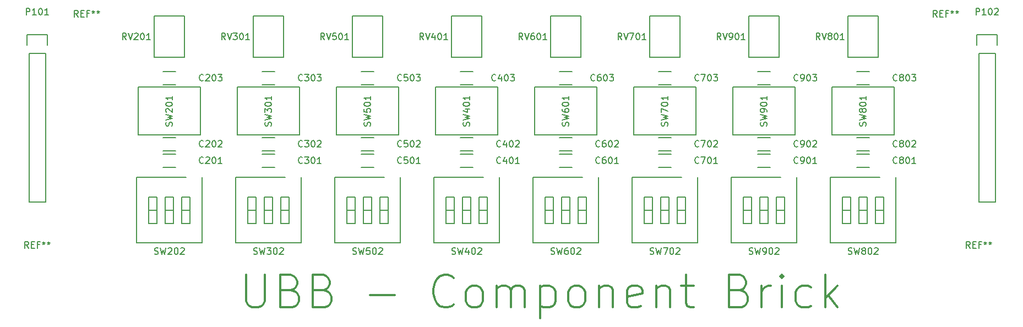
<source format=gto>
G04 #@! TF.FileFunction,Legend,Top*
%FSLAX46Y46*%
G04 Gerber Fmt 4.6, Leading zero omitted, Abs format (unit mm)*
G04 Created by KiCad (PCBNEW 4.0.0-stable) date 3/18/2016 10:57:14 AM*
%MOMM*%
G01*
G04 APERTURE LIST*
%ADD10C,0.100000*%
%ADD11C,0.300000*%
%ADD12C,0.150000*%
G04 APERTURE END LIST*
D10*
D11*
X98152856Y-105211905D02*
X98152856Y-109259524D01*
X98390951Y-109735714D01*
X98629047Y-109973810D01*
X99105237Y-110211905D01*
X100057618Y-110211905D01*
X100533809Y-109973810D01*
X100771904Y-109735714D01*
X101009999Y-109259524D01*
X101009999Y-105211905D01*
X105057618Y-107592857D02*
X105771904Y-107830952D01*
X106009999Y-108069048D01*
X106248094Y-108545238D01*
X106248094Y-109259524D01*
X106009999Y-109735714D01*
X105771904Y-109973810D01*
X105295713Y-110211905D01*
X103390951Y-110211905D01*
X103390951Y-105211905D01*
X105057618Y-105211905D01*
X105533808Y-105450000D01*
X105771904Y-105688095D01*
X106009999Y-106164286D01*
X106009999Y-106640476D01*
X105771904Y-107116667D01*
X105533808Y-107354762D01*
X105057618Y-107592857D01*
X103390951Y-107592857D01*
X110057618Y-107592857D02*
X110771904Y-107830952D01*
X111009999Y-108069048D01*
X111248094Y-108545238D01*
X111248094Y-109259524D01*
X111009999Y-109735714D01*
X110771904Y-109973810D01*
X110295713Y-110211905D01*
X108390951Y-110211905D01*
X108390951Y-105211905D01*
X110057618Y-105211905D01*
X110533808Y-105450000D01*
X110771904Y-105688095D01*
X111009999Y-106164286D01*
X111009999Y-106640476D01*
X110771904Y-107116667D01*
X110533808Y-107354762D01*
X110057618Y-107592857D01*
X108390951Y-107592857D01*
X117200475Y-108307143D02*
X121009999Y-108307143D01*
X130057618Y-109735714D02*
X129819523Y-109973810D01*
X129105237Y-110211905D01*
X128629047Y-110211905D01*
X127914761Y-109973810D01*
X127438570Y-109497619D01*
X127200475Y-109021429D01*
X126962380Y-108069048D01*
X126962380Y-107354762D01*
X127200475Y-106402381D01*
X127438570Y-105926190D01*
X127914761Y-105450000D01*
X128629047Y-105211905D01*
X129105237Y-105211905D01*
X129819523Y-105450000D01*
X130057618Y-105688095D01*
X132914761Y-110211905D02*
X132438570Y-109973810D01*
X132200475Y-109735714D01*
X131962380Y-109259524D01*
X131962380Y-107830952D01*
X132200475Y-107354762D01*
X132438570Y-107116667D01*
X132914761Y-106878571D01*
X133629047Y-106878571D01*
X134105237Y-107116667D01*
X134343332Y-107354762D01*
X134581428Y-107830952D01*
X134581428Y-109259524D01*
X134343332Y-109735714D01*
X134105237Y-109973810D01*
X133629047Y-110211905D01*
X132914761Y-110211905D01*
X136724285Y-110211905D02*
X136724285Y-106878571D01*
X136724285Y-107354762D02*
X136962380Y-107116667D01*
X137438571Y-106878571D01*
X138152857Y-106878571D01*
X138629047Y-107116667D01*
X138867142Y-107592857D01*
X138867142Y-110211905D01*
X138867142Y-107592857D02*
X139105238Y-107116667D01*
X139581428Y-106878571D01*
X140295714Y-106878571D01*
X140771904Y-107116667D01*
X141009999Y-107592857D01*
X141009999Y-110211905D01*
X143390952Y-106878571D02*
X143390952Y-111878571D01*
X143390952Y-107116667D02*
X143867143Y-106878571D01*
X144819524Y-106878571D01*
X145295714Y-107116667D01*
X145533809Y-107354762D01*
X145771905Y-107830952D01*
X145771905Y-109259524D01*
X145533809Y-109735714D01*
X145295714Y-109973810D01*
X144819524Y-110211905D01*
X143867143Y-110211905D01*
X143390952Y-109973810D01*
X148629048Y-110211905D02*
X148152857Y-109973810D01*
X147914762Y-109735714D01*
X147676667Y-109259524D01*
X147676667Y-107830952D01*
X147914762Y-107354762D01*
X148152857Y-107116667D01*
X148629048Y-106878571D01*
X149343334Y-106878571D01*
X149819524Y-107116667D01*
X150057619Y-107354762D01*
X150295715Y-107830952D01*
X150295715Y-109259524D01*
X150057619Y-109735714D01*
X149819524Y-109973810D01*
X149343334Y-110211905D01*
X148629048Y-110211905D01*
X152438572Y-106878571D02*
X152438572Y-110211905D01*
X152438572Y-107354762D02*
X152676667Y-107116667D01*
X153152858Y-106878571D01*
X153867144Y-106878571D01*
X154343334Y-107116667D01*
X154581429Y-107592857D01*
X154581429Y-110211905D01*
X158867144Y-109973810D02*
X158390954Y-110211905D01*
X157438573Y-110211905D01*
X156962382Y-109973810D01*
X156724287Y-109497619D01*
X156724287Y-107592857D01*
X156962382Y-107116667D01*
X157438573Y-106878571D01*
X158390954Y-106878571D01*
X158867144Y-107116667D01*
X159105239Y-107592857D01*
X159105239Y-108069048D01*
X156724287Y-108545238D01*
X161248096Y-106878571D02*
X161248096Y-110211905D01*
X161248096Y-107354762D02*
X161486191Y-107116667D01*
X161962382Y-106878571D01*
X162676668Y-106878571D01*
X163152858Y-107116667D01*
X163390953Y-107592857D01*
X163390953Y-110211905D01*
X165057620Y-106878571D02*
X166962382Y-106878571D01*
X165771906Y-105211905D02*
X165771906Y-109497619D01*
X166010001Y-109973810D01*
X166486192Y-110211905D01*
X166962382Y-110211905D01*
X174105240Y-107592857D02*
X174819526Y-107830952D01*
X175057621Y-108069048D01*
X175295716Y-108545238D01*
X175295716Y-109259524D01*
X175057621Y-109735714D01*
X174819526Y-109973810D01*
X174343335Y-110211905D01*
X172438573Y-110211905D01*
X172438573Y-105211905D01*
X174105240Y-105211905D01*
X174581430Y-105450000D01*
X174819526Y-105688095D01*
X175057621Y-106164286D01*
X175057621Y-106640476D01*
X174819526Y-107116667D01*
X174581430Y-107354762D01*
X174105240Y-107592857D01*
X172438573Y-107592857D01*
X177438573Y-110211905D02*
X177438573Y-106878571D01*
X177438573Y-107830952D02*
X177676668Y-107354762D01*
X177914764Y-107116667D01*
X178390954Y-106878571D01*
X178867145Y-106878571D01*
X180533811Y-110211905D02*
X180533811Y-106878571D01*
X180533811Y-105211905D02*
X180295716Y-105450000D01*
X180533811Y-105688095D01*
X180771906Y-105450000D01*
X180533811Y-105211905D01*
X180533811Y-105688095D01*
X185057620Y-109973810D02*
X184581430Y-110211905D01*
X183629049Y-110211905D01*
X183152858Y-109973810D01*
X182914763Y-109735714D01*
X182676668Y-109259524D01*
X182676668Y-107830952D01*
X182914763Y-107354762D01*
X183152858Y-107116667D01*
X183629049Y-106878571D01*
X184581430Y-106878571D01*
X185057620Y-107116667D01*
X187200477Y-110211905D02*
X187200477Y-105211905D01*
X187676668Y-108307143D02*
X189105239Y-110211905D01*
X189105239Y-106878571D02*
X187200477Y-108783333D01*
X98152856Y-105211905D02*
X98152856Y-109259524D01*
X98390951Y-109735714D01*
X98629047Y-109973810D01*
X99105237Y-110211905D01*
X100057618Y-110211905D01*
X100533809Y-109973810D01*
X100771904Y-109735714D01*
X101009999Y-109259524D01*
X101009999Y-105211905D01*
X105057618Y-107592857D02*
X105771904Y-107830952D01*
X106009999Y-108069048D01*
X106248094Y-108545238D01*
X106248094Y-109259524D01*
X106009999Y-109735714D01*
X105771904Y-109973810D01*
X105295713Y-110211905D01*
X103390951Y-110211905D01*
X103390951Y-105211905D01*
X105057618Y-105211905D01*
X105533808Y-105450000D01*
X105771904Y-105688095D01*
X106009999Y-106164286D01*
X106009999Y-106640476D01*
X105771904Y-107116667D01*
X105533808Y-107354762D01*
X105057618Y-107592857D01*
X103390951Y-107592857D01*
X110057618Y-107592857D02*
X110771904Y-107830952D01*
X111009999Y-108069048D01*
X111248094Y-108545238D01*
X111248094Y-109259524D01*
X111009999Y-109735714D01*
X110771904Y-109973810D01*
X110295713Y-110211905D01*
X108390951Y-110211905D01*
X108390951Y-105211905D01*
X110057618Y-105211905D01*
X110533808Y-105450000D01*
X110771904Y-105688095D01*
X111009999Y-106164286D01*
X111009999Y-106640476D01*
X110771904Y-107116667D01*
X110533808Y-107354762D01*
X110057618Y-107592857D01*
X108390951Y-107592857D01*
X117200475Y-108307143D02*
X121009999Y-108307143D01*
X130057618Y-109735714D02*
X129819523Y-109973810D01*
X129105237Y-110211905D01*
X128629047Y-110211905D01*
X127914761Y-109973810D01*
X127438570Y-109497619D01*
X127200475Y-109021429D01*
X126962380Y-108069048D01*
X126962380Y-107354762D01*
X127200475Y-106402381D01*
X127438570Y-105926190D01*
X127914761Y-105450000D01*
X128629047Y-105211905D01*
X129105237Y-105211905D01*
X129819523Y-105450000D01*
X130057618Y-105688095D01*
X132914761Y-110211905D02*
X132438570Y-109973810D01*
X132200475Y-109735714D01*
X131962380Y-109259524D01*
X131962380Y-107830952D01*
X132200475Y-107354762D01*
X132438570Y-107116667D01*
X132914761Y-106878571D01*
X133629047Y-106878571D01*
X134105237Y-107116667D01*
X134343332Y-107354762D01*
X134581428Y-107830952D01*
X134581428Y-109259524D01*
X134343332Y-109735714D01*
X134105237Y-109973810D01*
X133629047Y-110211905D01*
X132914761Y-110211905D01*
X136724285Y-110211905D02*
X136724285Y-106878571D01*
X136724285Y-107354762D02*
X136962380Y-107116667D01*
X137438571Y-106878571D01*
X138152857Y-106878571D01*
X138629047Y-107116667D01*
X138867142Y-107592857D01*
X138867142Y-110211905D01*
X138867142Y-107592857D02*
X139105238Y-107116667D01*
X139581428Y-106878571D01*
X140295714Y-106878571D01*
X140771904Y-107116667D01*
X141009999Y-107592857D01*
X141009999Y-110211905D01*
X143390952Y-106878571D02*
X143390952Y-111878571D01*
X143390952Y-107116667D02*
X143867143Y-106878571D01*
X144819524Y-106878571D01*
X145295714Y-107116667D01*
X145533809Y-107354762D01*
X145771905Y-107830952D01*
X145771905Y-109259524D01*
X145533809Y-109735714D01*
X145295714Y-109973810D01*
X144819524Y-110211905D01*
X143867143Y-110211905D01*
X143390952Y-109973810D01*
X148629048Y-110211905D02*
X148152857Y-109973810D01*
X147914762Y-109735714D01*
X147676667Y-109259524D01*
X147676667Y-107830952D01*
X147914762Y-107354762D01*
X148152857Y-107116667D01*
X148629048Y-106878571D01*
X149343334Y-106878571D01*
X149819524Y-107116667D01*
X150057619Y-107354762D01*
X150295715Y-107830952D01*
X150295715Y-109259524D01*
X150057619Y-109735714D01*
X149819524Y-109973810D01*
X149343334Y-110211905D01*
X148629048Y-110211905D01*
X152438572Y-106878571D02*
X152438572Y-110211905D01*
X152438572Y-107354762D02*
X152676667Y-107116667D01*
X153152858Y-106878571D01*
X153867144Y-106878571D01*
X154343334Y-107116667D01*
X154581429Y-107592857D01*
X154581429Y-110211905D01*
X158867144Y-109973810D02*
X158390954Y-110211905D01*
X157438573Y-110211905D01*
X156962382Y-109973810D01*
X156724287Y-109497619D01*
X156724287Y-107592857D01*
X156962382Y-107116667D01*
X157438573Y-106878571D01*
X158390954Y-106878571D01*
X158867144Y-107116667D01*
X159105239Y-107592857D01*
X159105239Y-108069048D01*
X156724287Y-108545238D01*
X161248096Y-106878571D02*
X161248096Y-110211905D01*
X161248096Y-107354762D02*
X161486191Y-107116667D01*
X161962382Y-106878571D01*
X162676668Y-106878571D01*
X163152858Y-107116667D01*
X163390953Y-107592857D01*
X163390953Y-110211905D01*
X165057620Y-106878571D02*
X166962382Y-106878571D01*
X165771906Y-105211905D02*
X165771906Y-109497619D01*
X166010001Y-109973810D01*
X166486192Y-110211905D01*
X166962382Y-110211905D01*
X174105240Y-107592857D02*
X174819526Y-107830952D01*
X175057621Y-108069048D01*
X175295716Y-108545238D01*
X175295716Y-109259524D01*
X175057621Y-109735714D01*
X174819526Y-109973810D01*
X174343335Y-110211905D01*
X172438573Y-110211905D01*
X172438573Y-105211905D01*
X174105240Y-105211905D01*
X174581430Y-105450000D01*
X174819526Y-105688095D01*
X175057621Y-106164286D01*
X175057621Y-106640476D01*
X174819526Y-107116667D01*
X174581430Y-107354762D01*
X174105240Y-107592857D01*
X172438573Y-107592857D01*
X177438573Y-110211905D02*
X177438573Y-106878571D01*
X177438573Y-107830952D02*
X177676668Y-107354762D01*
X177914764Y-107116667D01*
X178390954Y-106878571D01*
X178867145Y-106878571D01*
X180533811Y-110211905D02*
X180533811Y-106878571D01*
X180533811Y-105211905D02*
X180295716Y-105450000D01*
X180533811Y-105688095D01*
X180771906Y-105450000D01*
X180533811Y-105211905D01*
X180533811Y-105688095D01*
X185057620Y-109973810D02*
X184581430Y-110211905D01*
X183629049Y-110211905D01*
X183152858Y-109973810D01*
X182914763Y-109735714D01*
X182676668Y-109259524D01*
X182676668Y-107830952D01*
X182914763Y-107354762D01*
X183152858Y-107116667D01*
X183629049Y-106878571D01*
X184581430Y-106878571D01*
X185057620Y-107116667D01*
X187200477Y-110211905D02*
X187200477Y-105211905D01*
X187676668Y-108307143D02*
X189105239Y-110211905D01*
X189105239Y-106878571D02*
X187200477Y-108783333D01*
X98152856Y-105211905D02*
X98152856Y-109259524D01*
X98390951Y-109735714D01*
X98629047Y-109973810D01*
X99105237Y-110211905D01*
X100057618Y-110211905D01*
X100533809Y-109973810D01*
X100771904Y-109735714D01*
X101009999Y-109259524D01*
X101009999Y-105211905D01*
X105057618Y-107592857D02*
X105771904Y-107830952D01*
X106009999Y-108069048D01*
X106248094Y-108545238D01*
X106248094Y-109259524D01*
X106009999Y-109735714D01*
X105771904Y-109973810D01*
X105295713Y-110211905D01*
X103390951Y-110211905D01*
X103390951Y-105211905D01*
X105057618Y-105211905D01*
X105533808Y-105450000D01*
X105771904Y-105688095D01*
X106009999Y-106164286D01*
X106009999Y-106640476D01*
X105771904Y-107116667D01*
X105533808Y-107354762D01*
X105057618Y-107592857D01*
X103390951Y-107592857D01*
X110057618Y-107592857D02*
X110771904Y-107830952D01*
X111009999Y-108069048D01*
X111248094Y-108545238D01*
X111248094Y-109259524D01*
X111009999Y-109735714D01*
X110771904Y-109973810D01*
X110295713Y-110211905D01*
X108390951Y-110211905D01*
X108390951Y-105211905D01*
X110057618Y-105211905D01*
X110533808Y-105450000D01*
X110771904Y-105688095D01*
X111009999Y-106164286D01*
X111009999Y-106640476D01*
X110771904Y-107116667D01*
X110533808Y-107354762D01*
X110057618Y-107592857D01*
X108390951Y-107592857D01*
X117200475Y-108307143D02*
X121009999Y-108307143D01*
X130057618Y-109735714D02*
X129819523Y-109973810D01*
X129105237Y-110211905D01*
X128629047Y-110211905D01*
X127914761Y-109973810D01*
X127438570Y-109497619D01*
X127200475Y-109021429D01*
X126962380Y-108069048D01*
X126962380Y-107354762D01*
X127200475Y-106402381D01*
X127438570Y-105926190D01*
X127914761Y-105450000D01*
X128629047Y-105211905D01*
X129105237Y-105211905D01*
X129819523Y-105450000D01*
X130057618Y-105688095D01*
X132914761Y-110211905D02*
X132438570Y-109973810D01*
X132200475Y-109735714D01*
X131962380Y-109259524D01*
X131962380Y-107830952D01*
X132200475Y-107354762D01*
X132438570Y-107116667D01*
X132914761Y-106878571D01*
X133629047Y-106878571D01*
X134105237Y-107116667D01*
X134343332Y-107354762D01*
X134581428Y-107830952D01*
X134581428Y-109259524D01*
X134343332Y-109735714D01*
X134105237Y-109973810D01*
X133629047Y-110211905D01*
X132914761Y-110211905D01*
X136724285Y-110211905D02*
X136724285Y-106878571D01*
X136724285Y-107354762D02*
X136962380Y-107116667D01*
X137438571Y-106878571D01*
X138152857Y-106878571D01*
X138629047Y-107116667D01*
X138867142Y-107592857D01*
X138867142Y-110211905D01*
X138867142Y-107592857D02*
X139105238Y-107116667D01*
X139581428Y-106878571D01*
X140295714Y-106878571D01*
X140771904Y-107116667D01*
X141009999Y-107592857D01*
X141009999Y-110211905D01*
X143390952Y-106878571D02*
X143390952Y-111878571D01*
X143390952Y-107116667D02*
X143867143Y-106878571D01*
X144819524Y-106878571D01*
X145295714Y-107116667D01*
X145533809Y-107354762D01*
X145771905Y-107830952D01*
X145771905Y-109259524D01*
X145533809Y-109735714D01*
X145295714Y-109973810D01*
X144819524Y-110211905D01*
X143867143Y-110211905D01*
X143390952Y-109973810D01*
X148629048Y-110211905D02*
X148152857Y-109973810D01*
X147914762Y-109735714D01*
X147676667Y-109259524D01*
X147676667Y-107830952D01*
X147914762Y-107354762D01*
X148152857Y-107116667D01*
X148629048Y-106878571D01*
X149343334Y-106878571D01*
X149819524Y-107116667D01*
X150057619Y-107354762D01*
X150295715Y-107830952D01*
X150295715Y-109259524D01*
X150057619Y-109735714D01*
X149819524Y-109973810D01*
X149343334Y-110211905D01*
X148629048Y-110211905D01*
X152438572Y-106878571D02*
X152438572Y-110211905D01*
X152438572Y-107354762D02*
X152676667Y-107116667D01*
X153152858Y-106878571D01*
X153867144Y-106878571D01*
X154343334Y-107116667D01*
X154581429Y-107592857D01*
X154581429Y-110211905D01*
X158867144Y-109973810D02*
X158390954Y-110211905D01*
X157438573Y-110211905D01*
X156962382Y-109973810D01*
X156724287Y-109497619D01*
X156724287Y-107592857D01*
X156962382Y-107116667D01*
X157438573Y-106878571D01*
X158390954Y-106878571D01*
X158867144Y-107116667D01*
X159105239Y-107592857D01*
X159105239Y-108069048D01*
X156724287Y-108545238D01*
X161248096Y-106878571D02*
X161248096Y-110211905D01*
X161248096Y-107354762D02*
X161486191Y-107116667D01*
X161962382Y-106878571D01*
X162676668Y-106878571D01*
X163152858Y-107116667D01*
X163390953Y-107592857D01*
X163390953Y-110211905D01*
X165057620Y-106878571D02*
X166962382Y-106878571D01*
X165771906Y-105211905D02*
X165771906Y-109497619D01*
X166010001Y-109973810D01*
X166486192Y-110211905D01*
X166962382Y-110211905D01*
X174105240Y-107592857D02*
X174819526Y-107830952D01*
X175057621Y-108069048D01*
X175295716Y-108545238D01*
X175295716Y-109259524D01*
X175057621Y-109735714D01*
X174819526Y-109973810D01*
X174343335Y-110211905D01*
X172438573Y-110211905D01*
X172438573Y-105211905D01*
X174105240Y-105211905D01*
X174581430Y-105450000D01*
X174819526Y-105688095D01*
X175057621Y-106164286D01*
X175057621Y-106640476D01*
X174819526Y-107116667D01*
X174581430Y-107354762D01*
X174105240Y-107592857D01*
X172438573Y-107592857D01*
X177438573Y-110211905D02*
X177438573Y-106878571D01*
X177438573Y-107830952D02*
X177676668Y-107354762D01*
X177914764Y-107116667D01*
X178390954Y-106878571D01*
X178867145Y-106878571D01*
X180533811Y-110211905D02*
X180533811Y-106878571D01*
X180533811Y-105211905D02*
X180295716Y-105450000D01*
X180533811Y-105688095D01*
X180771906Y-105450000D01*
X180533811Y-105211905D01*
X180533811Y-105688095D01*
X185057620Y-109973810D02*
X184581430Y-110211905D01*
X183629049Y-110211905D01*
X183152858Y-109973810D01*
X182914763Y-109735714D01*
X182676668Y-109259524D01*
X182676668Y-107830952D01*
X182914763Y-107354762D01*
X183152858Y-107116667D01*
X183629049Y-106878571D01*
X184581430Y-106878571D01*
X185057620Y-107116667D01*
X187200477Y-110211905D02*
X187200477Y-105211905D01*
X187676668Y-108307143D02*
X189105239Y-110211905D01*
X189105239Y-106878571D02*
X187200477Y-108783333D01*
X98152856Y-105211905D02*
X98152856Y-109259524D01*
X98390951Y-109735714D01*
X98629047Y-109973810D01*
X99105237Y-110211905D01*
X100057618Y-110211905D01*
X100533809Y-109973810D01*
X100771904Y-109735714D01*
X101009999Y-109259524D01*
X101009999Y-105211905D01*
X105057618Y-107592857D02*
X105771904Y-107830952D01*
X106009999Y-108069048D01*
X106248094Y-108545238D01*
X106248094Y-109259524D01*
X106009999Y-109735714D01*
X105771904Y-109973810D01*
X105295713Y-110211905D01*
X103390951Y-110211905D01*
X103390951Y-105211905D01*
X105057618Y-105211905D01*
X105533808Y-105450000D01*
X105771904Y-105688095D01*
X106009999Y-106164286D01*
X106009999Y-106640476D01*
X105771904Y-107116667D01*
X105533808Y-107354762D01*
X105057618Y-107592857D01*
X103390951Y-107592857D01*
X110057618Y-107592857D02*
X110771904Y-107830952D01*
X111009999Y-108069048D01*
X111248094Y-108545238D01*
X111248094Y-109259524D01*
X111009999Y-109735714D01*
X110771904Y-109973810D01*
X110295713Y-110211905D01*
X108390951Y-110211905D01*
X108390951Y-105211905D01*
X110057618Y-105211905D01*
X110533808Y-105450000D01*
X110771904Y-105688095D01*
X111009999Y-106164286D01*
X111009999Y-106640476D01*
X110771904Y-107116667D01*
X110533808Y-107354762D01*
X110057618Y-107592857D01*
X108390951Y-107592857D01*
X117200475Y-108307143D02*
X121009999Y-108307143D01*
X130057618Y-109735714D02*
X129819523Y-109973810D01*
X129105237Y-110211905D01*
X128629047Y-110211905D01*
X127914761Y-109973810D01*
X127438570Y-109497619D01*
X127200475Y-109021429D01*
X126962380Y-108069048D01*
X126962380Y-107354762D01*
X127200475Y-106402381D01*
X127438570Y-105926190D01*
X127914761Y-105450000D01*
X128629047Y-105211905D01*
X129105237Y-105211905D01*
X129819523Y-105450000D01*
X130057618Y-105688095D01*
X132914761Y-110211905D02*
X132438570Y-109973810D01*
X132200475Y-109735714D01*
X131962380Y-109259524D01*
X131962380Y-107830952D01*
X132200475Y-107354762D01*
X132438570Y-107116667D01*
X132914761Y-106878571D01*
X133629047Y-106878571D01*
X134105237Y-107116667D01*
X134343332Y-107354762D01*
X134581428Y-107830952D01*
X134581428Y-109259524D01*
X134343332Y-109735714D01*
X134105237Y-109973810D01*
X133629047Y-110211905D01*
X132914761Y-110211905D01*
X136724285Y-110211905D02*
X136724285Y-106878571D01*
X136724285Y-107354762D02*
X136962380Y-107116667D01*
X137438571Y-106878571D01*
X138152857Y-106878571D01*
X138629047Y-107116667D01*
X138867142Y-107592857D01*
X138867142Y-110211905D01*
X138867142Y-107592857D02*
X139105238Y-107116667D01*
X139581428Y-106878571D01*
X140295714Y-106878571D01*
X140771904Y-107116667D01*
X141009999Y-107592857D01*
X141009999Y-110211905D01*
X143390952Y-106878571D02*
X143390952Y-111878571D01*
X143390952Y-107116667D02*
X143867143Y-106878571D01*
X144819524Y-106878571D01*
X145295714Y-107116667D01*
X145533809Y-107354762D01*
X145771905Y-107830952D01*
X145771905Y-109259524D01*
X145533809Y-109735714D01*
X145295714Y-109973810D01*
X144819524Y-110211905D01*
X143867143Y-110211905D01*
X143390952Y-109973810D01*
X148629048Y-110211905D02*
X148152857Y-109973810D01*
X147914762Y-109735714D01*
X147676667Y-109259524D01*
X147676667Y-107830952D01*
X147914762Y-107354762D01*
X148152857Y-107116667D01*
X148629048Y-106878571D01*
X149343334Y-106878571D01*
X149819524Y-107116667D01*
X150057619Y-107354762D01*
X150295715Y-107830952D01*
X150295715Y-109259524D01*
X150057619Y-109735714D01*
X149819524Y-109973810D01*
X149343334Y-110211905D01*
X148629048Y-110211905D01*
X152438572Y-106878571D02*
X152438572Y-110211905D01*
X152438572Y-107354762D02*
X152676667Y-107116667D01*
X153152858Y-106878571D01*
X153867144Y-106878571D01*
X154343334Y-107116667D01*
X154581429Y-107592857D01*
X154581429Y-110211905D01*
X158867144Y-109973810D02*
X158390954Y-110211905D01*
X157438573Y-110211905D01*
X156962382Y-109973810D01*
X156724287Y-109497619D01*
X156724287Y-107592857D01*
X156962382Y-107116667D01*
X157438573Y-106878571D01*
X158390954Y-106878571D01*
X158867144Y-107116667D01*
X159105239Y-107592857D01*
X159105239Y-108069048D01*
X156724287Y-108545238D01*
X161248096Y-106878571D02*
X161248096Y-110211905D01*
X161248096Y-107354762D02*
X161486191Y-107116667D01*
X161962382Y-106878571D01*
X162676668Y-106878571D01*
X163152858Y-107116667D01*
X163390953Y-107592857D01*
X163390953Y-110211905D01*
X165057620Y-106878571D02*
X166962382Y-106878571D01*
X165771906Y-105211905D02*
X165771906Y-109497619D01*
X166010001Y-109973810D01*
X166486192Y-110211905D01*
X166962382Y-110211905D01*
X174105240Y-107592857D02*
X174819526Y-107830952D01*
X175057621Y-108069048D01*
X175295716Y-108545238D01*
X175295716Y-109259524D01*
X175057621Y-109735714D01*
X174819526Y-109973810D01*
X174343335Y-110211905D01*
X172438573Y-110211905D01*
X172438573Y-105211905D01*
X174105240Y-105211905D01*
X174581430Y-105450000D01*
X174819526Y-105688095D01*
X175057621Y-106164286D01*
X175057621Y-106640476D01*
X174819526Y-107116667D01*
X174581430Y-107354762D01*
X174105240Y-107592857D01*
X172438573Y-107592857D01*
X177438573Y-110211905D02*
X177438573Y-106878571D01*
X177438573Y-107830952D02*
X177676668Y-107354762D01*
X177914764Y-107116667D01*
X178390954Y-106878571D01*
X178867145Y-106878571D01*
X180533811Y-110211905D02*
X180533811Y-106878571D01*
X180533811Y-105211905D02*
X180295716Y-105450000D01*
X180533811Y-105688095D01*
X180771906Y-105450000D01*
X180533811Y-105211905D01*
X180533811Y-105688095D01*
X185057620Y-109973810D02*
X184581430Y-110211905D01*
X183629049Y-110211905D01*
X183152858Y-109973810D01*
X182914763Y-109735714D01*
X182676668Y-109259524D01*
X182676668Y-107830952D01*
X182914763Y-107354762D01*
X183152858Y-107116667D01*
X183629049Y-106878571D01*
X184581430Y-106878571D01*
X185057620Y-107116667D01*
X187200477Y-110211905D02*
X187200477Y-105211905D01*
X187676668Y-108307143D02*
X189105239Y-110211905D01*
X189105239Y-106878571D02*
X187200477Y-108783333D01*
D12*
X81560000Y-76310000D02*
X81560000Y-83710000D01*
X81560000Y-83710000D02*
X91160000Y-83710000D01*
X91160000Y-83710000D02*
X91160000Y-76310000D01*
X91160000Y-76310000D02*
X81560000Y-76310000D01*
X96800000Y-76310000D02*
X96800000Y-83710000D01*
X96800000Y-83710000D02*
X106400000Y-83710000D01*
X106400000Y-83710000D02*
X106400000Y-76310000D01*
X106400000Y-76310000D02*
X96800000Y-76310000D01*
X127280000Y-76310000D02*
X127280000Y-83710000D01*
X127280000Y-83710000D02*
X136880000Y-83710000D01*
X136880000Y-83710000D02*
X136880000Y-76310000D01*
X136880000Y-76310000D02*
X127280000Y-76310000D01*
X112040000Y-76310000D02*
X112040000Y-83710000D01*
X112040000Y-83710000D02*
X121640000Y-83710000D01*
X121640000Y-83710000D02*
X121640000Y-76310000D01*
X121640000Y-76310000D02*
X112040000Y-76310000D01*
X142520000Y-76310000D02*
X142520000Y-83710000D01*
X142520000Y-83710000D02*
X152120000Y-83710000D01*
X152120000Y-83710000D02*
X152120000Y-76310000D01*
X152120000Y-76310000D02*
X142520000Y-76310000D01*
X157760000Y-76310000D02*
X157760000Y-83710000D01*
X157760000Y-83710000D02*
X167360000Y-83710000D01*
X167360000Y-83710000D02*
X167360000Y-76310000D01*
X167360000Y-76310000D02*
X157760000Y-76310000D01*
X188240000Y-76310000D02*
X188240000Y-83710000D01*
X188240000Y-83710000D02*
X197840000Y-83710000D01*
X197840000Y-83710000D02*
X197840000Y-76310000D01*
X197840000Y-76310000D02*
X188240000Y-76310000D01*
X173000000Y-76310000D02*
X173000000Y-83710000D01*
X173000000Y-83710000D02*
X182600000Y-83710000D01*
X182600000Y-83710000D02*
X182600000Y-76310000D01*
X182600000Y-76310000D02*
X173000000Y-76310000D01*
X89540000Y-97280000D02*
X89540000Y-93220000D01*
X89540000Y-95250000D02*
X88260000Y-95250000D01*
X89540000Y-93220000D02*
X88260000Y-93220000D01*
X88260000Y-93220000D02*
X88260000Y-97280000D01*
X88260000Y-97280000D02*
X89540000Y-97280000D01*
X87000000Y-97280000D02*
X87000000Y-93220000D01*
X87000000Y-95250000D02*
X85720000Y-95250000D01*
X87000000Y-93220000D02*
X85720000Y-93220000D01*
X85720000Y-93220000D02*
X85720000Y-97280000D01*
X85720000Y-97280000D02*
X87000000Y-97280000D01*
X84460000Y-97280000D02*
X84460000Y-93220000D01*
X84460000Y-95250000D02*
X83180000Y-95250000D01*
X84460000Y-93220000D02*
X83180000Y-93220000D01*
X83180000Y-93220000D02*
X83180000Y-97280000D01*
X83180000Y-97280000D02*
X84460000Y-97280000D01*
X91380000Y-90230000D02*
X91380000Y-100270000D01*
X91380000Y-100270000D02*
X81340000Y-100270000D01*
X81340000Y-100270000D02*
X81340000Y-90230000D01*
X81340000Y-90230000D02*
X88900000Y-90230000D01*
X104780000Y-97280000D02*
X104780000Y-93220000D01*
X104780000Y-95250000D02*
X103500000Y-95250000D01*
X104780000Y-93220000D02*
X103500000Y-93220000D01*
X103500000Y-93220000D02*
X103500000Y-97280000D01*
X103500000Y-97280000D02*
X104780000Y-97280000D01*
X102240000Y-97280000D02*
X102240000Y-93220000D01*
X102240000Y-95250000D02*
X100960000Y-95250000D01*
X102240000Y-93220000D02*
X100960000Y-93220000D01*
X100960000Y-93220000D02*
X100960000Y-97280000D01*
X100960000Y-97280000D02*
X102240000Y-97280000D01*
X99700000Y-97280000D02*
X99700000Y-93220000D01*
X99700000Y-95250000D02*
X98420000Y-95250000D01*
X99700000Y-93220000D02*
X98420000Y-93220000D01*
X98420000Y-93220000D02*
X98420000Y-97280000D01*
X98420000Y-97280000D02*
X99700000Y-97280000D01*
X106620000Y-90230000D02*
X106620000Y-100270000D01*
X106620000Y-100270000D02*
X96580000Y-100270000D01*
X96580000Y-100270000D02*
X96580000Y-90230000D01*
X96580000Y-90230000D02*
X104140000Y-90230000D01*
X135260000Y-97280000D02*
X135260000Y-93220000D01*
X135260000Y-95250000D02*
X133980000Y-95250000D01*
X135260000Y-93220000D02*
X133980000Y-93220000D01*
X133980000Y-93220000D02*
X133980000Y-97280000D01*
X133980000Y-97280000D02*
X135260000Y-97280000D01*
X132720000Y-97280000D02*
X132720000Y-93220000D01*
X132720000Y-95250000D02*
X131440000Y-95250000D01*
X132720000Y-93220000D02*
X131440000Y-93220000D01*
X131440000Y-93220000D02*
X131440000Y-97280000D01*
X131440000Y-97280000D02*
X132720000Y-97280000D01*
X130180000Y-97280000D02*
X130180000Y-93220000D01*
X130180000Y-95250000D02*
X128900000Y-95250000D01*
X130180000Y-93220000D02*
X128900000Y-93220000D01*
X128900000Y-93220000D02*
X128900000Y-97280000D01*
X128900000Y-97280000D02*
X130180000Y-97280000D01*
X137100000Y-90230000D02*
X137100000Y-100270000D01*
X137100000Y-100270000D02*
X127060000Y-100270000D01*
X127060000Y-100270000D02*
X127060000Y-90230000D01*
X127060000Y-90230000D02*
X134620000Y-90230000D01*
X120020000Y-97280000D02*
X120020000Y-93220000D01*
X120020000Y-95250000D02*
X118740000Y-95250000D01*
X120020000Y-93220000D02*
X118740000Y-93220000D01*
X118740000Y-93220000D02*
X118740000Y-97280000D01*
X118740000Y-97280000D02*
X120020000Y-97280000D01*
X117480000Y-97280000D02*
X117480000Y-93220000D01*
X117480000Y-95250000D02*
X116200000Y-95250000D01*
X117480000Y-93220000D02*
X116200000Y-93220000D01*
X116200000Y-93220000D02*
X116200000Y-97280000D01*
X116200000Y-97280000D02*
X117480000Y-97280000D01*
X114940000Y-97280000D02*
X114940000Y-93220000D01*
X114940000Y-95250000D02*
X113660000Y-95250000D01*
X114940000Y-93220000D02*
X113660000Y-93220000D01*
X113660000Y-93220000D02*
X113660000Y-97280000D01*
X113660000Y-97280000D02*
X114940000Y-97280000D01*
X121860000Y-90230000D02*
X121860000Y-100270000D01*
X121860000Y-100270000D02*
X111820000Y-100270000D01*
X111820000Y-100270000D02*
X111820000Y-90230000D01*
X111820000Y-90230000D02*
X119380000Y-90230000D01*
X150500000Y-97280000D02*
X150500000Y-93220000D01*
X150500000Y-95250000D02*
X149220000Y-95250000D01*
X150500000Y-93220000D02*
X149220000Y-93220000D01*
X149220000Y-93220000D02*
X149220000Y-97280000D01*
X149220000Y-97280000D02*
X150500000Y-97280000D01*
X147960000Y-97280000D02*
X147960000Y-93220000D01*
X147960000Y-95250000D02*
X146680000Y-95250000D01*
X147960000Y-93220000D02*
X146680000Y-93220000D01*
X146680000Y-93220000D02*
X146680000Y-97280000D01*
X146680000Y-97280000D02*
X147960000Y-97280000D01*
X145420000Y-97280000D02*
X145420000Y-93220000D01*
X145420000Y-95250000D02*
X144140000Y-95250000D01*
X145420000Y-93220000D02*
X144140000Y-93220000D01*
X144140000Y-93220000D02*
X144140000Y-97280000D01*
X144140000Y-97280000D02*
X145420000Y-97280000D01*
X152340000Y-90230000D02*
X152340000Y-100270000D01*
X152340000Y-100270000D02*
X142300000Y-100270000D01*
X142300000Y-100270000D02*
X142300000Y-90230000D01*
X142300000Y-90230000D02*
X149860000Y-90230000D01*
X165740000Y-97280000D02*
X165740000Y-93220000D01*
X165740000Y-95250000D02*
X164460000Y-95250000D01*
X165740000Y-93220000D02*
X164460000Y-93220000D01*
X164460000Y-93220000D02*
X164460000Y-97280000D01*
X164460000Y-97280000D02*
X165740000Y-97280000D01*
X163200000Y-97280000D02*
X163200000Y-93220000D01*
X163200000Y-95250000D02*
X161920000Y-95250000D01*
X163200000Y-93220000D02*
X161920000Y-93220000D01*
X161920000Y-93220000D02*
X161920000Y-97280000D01*
X161920000Y-97280000D02*
X163200000Y-97280000D01*
X160660000Y-97280000D02*
X160660000Y-93220000D01*
X160660000Y-95250000D02*
X159380000Y-95250000D01*
X160660000Y-93220000D02*
X159380000Y-93220000D01*
X159380000Y-93220000D02*
X159380000Y-97280000D01*
X159380000Y-97280000D02*
X160660000Y-97280000D01*
X167580000Y-90230000D02*
X167580000Y-100270000D01*
X167580000Y-100270000D02*
X157540000Y-100270000D01*
X157540000Y-100270000D02*
X157540000Y-90230000D01*
X157540000Y-90230000D02*
X165100000Y-90230000D01*
X196220000Y-97280000D02*
X196220000Y-93220000D01*
X196220000Y-95250000D02*
X194940000Y-95250000D01*
X196220000Y-93220000D02*
X194940000Y-93220000D01*
X194940000Y-93220000D02*
X194940000Y-97280000D01*
X194940000Y-97280000D02*
X196220000Y-97280000D01*
X193680000Y-97280000D02*
X193680000Y-93220000D01*
X193680000Y-95250000D02*
X192400000Y-95250000D01*
X193680000Y-93220000D02*
X192400000Y-93220000D01*
X192400000Y-93220000D02*
X192400000Y-97280000D01*
X192400000Y-97280000D02*
X193680000Y-97280000D01*
X191140000Y-97280000D02*
X191140000Y-93220000D01*
X191140000Y-95250000D02*
X189860000Y-95250000D01*
X191140000Y-93220000D02*
X189860000Y-93220000D01*
X189860000Y-93220000D02*
X189860000Y-97280000D01*
X189860000Y-97280000D02*
X191140000Y-97280000D01*
X198060000Y-90230000D02*
X198060000Y-100270000D01*
X198060000Y-100270000D02*
X188020000Y-100270000D01*
X188020000Y-100270000D02*
X188020000Y-90230000D01*
X188020000Y-90230000D02*
X195580000Y-90230000D01*
X180980000Y-97280000D02*
X180980000Y-93220000D01*
X180980000Y-95250000D02*
X179700000Y-95250000D01*
X180980000Y-93220000D02*
X179700000Y-93220000D01*
X179700000Y-93220000D02*
X179700000Y-97280000D01*
X179700000Y-97280000D02*
X180980000Y-97280000D01*
X178440000Y-97280000D02*
X178440000Y-93220000D01*
X178440000Y-95250000D02*
X177160000Y-95250000D01*
X178440000Y-93220000D02*
X177160000Y-93220000D01*
X177160000Y-93220000D02*
X177160000Y-97280000D01*
X177160000Y-97280000D02*
X178440000Y-97280000D01*
X175900000Y-97280000D02*
X175900000Y-93220000D01*
X175900000Y-95250000D02*
X174620000Y-95250000D01*
X175900000Y-93220000D02*
X174620000Y-93220000D01*
X174620000Y-93220000D02*
X174620000Y-97280000D01*
X174620000Y-97280000D02*
X175900000Y-97280000D01*
X182820000Y-90230000D02*
X182820000Y-100270000D01*
X182820000Y-100270000D02*
X172780000Y-100270000D01*
X172780000Y-100270000D02*
X172780000Y-90230000D01*
X172780000Y-90230000D02*
X180340000Y-90230000D01*
X88660000Y-71780000D02*
X88660000Y-65380000D01*
X88660000Y-65380000D02*
X84060000Y-65380000D01*
X84060000Y-65380000D02*
X84060000Y-71780000D01*
X84060000Y-71780000D02*
X88660000Y-71780000D01*
X180100000Y-71780000D02*
X180100000Y-65380000D01*
X180100000Y-65380000D02*
X175500000Y-65380000D01*
X175500000Y-65380000D02*
X175500000Y-71780000D01*
X175500000Y-71780000D02*
X180100000Y-71780000D01*
X195340000Y-71780000D02*
X195340000Y-65380000D01*
X195340000Y-65380000D02*
X190740000Y-65380000D01*
X190740000Y-65380000D02*
X190740000Y-71780000D01*
X190740000Y-71780000D02*
X195340000Y-71780000D01*
X164860000Y-71780000D02*
X164860000Y-65380000D01*
X164860000Y-65380000D02*
X160260000Y-65380000D01*
X160260000Y-65380000D02*
X160260000Y-71780000D01*
X160260000Y-71780000D02*
X164860000Y-71780000D01*
X149620000Y-71780000D02*
X149620000Y-65380000D01*
X149620000Y-65380000D02*
X145020000Y-65380000D01*
X145020000Y-65380000D02*
X145020000Y-71780000D01*
X145020000Y-71780000D02*
X149620000Y-71780000D01*
X134380000Y-71780000D02*
X134380000Y-65380000D01*
X134380000Y-65380000D02*
X129780000Y-65380000D01*
X129780000Y-65380000D02*
X129780000Y-71780000D01*
X129780000Y-71780000D02*
X134380000Y-71780000D01*
X103900000Y-71780000D02*
X103900000Y-65380000D01*
X103900000Y-65380000D02*
X99300000Y-65380000D01*
X99300000Y-65380000D02*
X99300000Y-71780000D01*
X99300000Y-71780000D02*
X103900000Y-71780000D01*
X213360000Y-71120000D02*
X213360000Y-93980000D01*
X213360000Y-93980000D02*
X210820000Y-93980000D01*
X210820000Y-93980000D02*
X210820000Y-71120000D01*
X213640000Y-68300000D02*
X213640000Y-69850000D01*
X213360000Y-71120000D02*
X210820000Y-71120000D01*
X210540000Y-69850000D02*
X210540000Y-68300000D01*
X210540000Y-68300000D02*
X213640000Y-68300000D01*
X67310000Y-71120000D02*
X67310000Y-93980000D01*
X67310000Y-93980000D02*
X64770000Y-93980000D01*
X64770000Y-93980000D02*
X64770000Y-71120000D01*
X67590000Y-68300000D02*
X67590000Y-69850000D01*
X67310000Y-71120000D02*
X64770000Y-71120000D01*
X64490000Y-69850000D02*
X64490000Y-68300000D01*
X64490000Y-68300000D02*
X67590000Y-68300000D01*
X178800000Y-73905000D02*
X176800000Y-73905000D01*
X176800000Y-75955000D02*
X178800000Y-75955000D01*
X176800000Y-86115000D02*
X178800000Y-86115000D01*
X178800000Y-84065000D02*
X176800000Y-84065000D01*
X178800000Y-86605000D02*
X176800000Y-86605000D01*
X176800000Y-88655000D02*
X178800000Y-88655000D01*
X194040000Y-73905000D02*
X192040000Y-73905000D01*
X192040000Y-75955000D02*
X194040000Y-75955000D01*
X192040000Y-86115000D02*
X194040000Y-86115000D01*
X194040000Y-84065000D02*
X192040000Y-84065000D01*
X194040000Y-86605000D02*
X192040000Y-86605000D01*
X192040000Y-88655000D02*
X194040000Y-88655000D01*
X163560000Y-73905000D02*
X161560000Y-73905000D01*
X161560000Y-75955000D02*
X163560000Y-75955000D01*
X161560000Y-86115000D02*
X163560000Y-86115000D01*
X163560000Y-84065000D02*
X161560000Y-84065000D01*
X163560000Y-86605000D02*
X161560000Y-86605000D01*
X161560000Y-88655000D02*
X163560000Y-88655000D01*
X148320000Y-73905000D02*
X146320000Y-73905000D01*
X146320000Y-75955000D02*
X148320000Y-75955000D01*
X146320000Y-86115000D02*
X148320000Y-86115000D01*
X148320000Y-84065000D02*
X146320000Y-84065000D01*
X148320000Y-86605000D02*
X146320000Y-86605000D01*
X146320000Y-88655000D02*
X148320000Y-88655000D01*
X117840000Y-73905000D02*
X115840000Y-73905000D01*
X115840000Y-75955000D02*
X117840000Y-75955000D01*
X115840000Y-86115000D02*
X117840000Y-86115000D01*
X117840000Y-84065000D02*
X115840000Y-84065000D01*
X117840000Y-86605000D02*
X115840000Y-86605000D01*
X115840000Y-88655000D02*
X117840000Y-88655000D01*
X133080000Y-73905000D02*
X131080000Y-73905000D01*
X131080000Y-75955000D02*
X133080000Y-75955000D01*
X131080000Y-86115000D02*
X133080000Y-86115000D01*
X133080000Y-84065000D02*
X131080000Y-84065000D01*
X133080000Y-86605000D02*
X131080000Y-86605000D01*
X131080000Y-88655000D02*
X133080000Y-88655000D01*
X102600000Y-73905000D02*
X100600000Y-73905000D01*
X100600000Y-75955000D02*
X102600000Y-75955000D01*
X100600000Y-86115000D02*
X102600000Y-86115000D01*
X102600000Y-84065000D02*
X100600000Y-84065000D01*
X102600000Y-86605000D02*
X100600000Y-86605000D01*
X100600000Y-88655000D02*
X102600000Y-88655000D01*
X87360000Y-73905000D02*
X85360000Y-73905000D01*
X85360000Y-75955000D02*
X87360000Y-75955000D01*
X85360000Y-86115000D02*
X87360000Y-86115000D01*
X87360000Y-84065000D02*
X85360000Y-84065000D01*
X87360000Y-86605000D02*
X85360000Y-86605000D01*
X85360000Y-88655000D02*
X87360000Y-88655000D01*
X119140000Y-71780000D02*
X119140000Y-65380000D01*
X119140000Y-65380000D02*
X114540000Y-65380000D01*
X114540000Y-65380000D02*
X114540000Y-71780000D01*
X114540000Y-71780000D02*
X119140000Y-71780000D01*
X119140000Y-71780000D02*
X119140000Y-65380000D01*
X119140000Y-65380000D02*
X114540000Y-65380000D01*
X114540000Y-65380000D02*
X114540000Y-71780000D01*
X114540000Y-71780000D02*
X119140000Y-71780000D01*
X87360000Y-86605000D02*
X85360000Y-86605000D01*
X85360000Y-88655000D02*
X87360000Y-88655000D01*
X85360000Y-86115000D02*
X87360000Y-86115000D01*
X87360000Y-84065000D02*
X85360000Y-84065000D01*
X87360000Y-73905000D02*
X85360000Y-73905000D01*
X85360000Y-75955000D02*
X87360000Y-75955000D01*
X102600000Y-86605000D02*
X100600000Y-86605000D01*
X100600000Y-88655000D02*
X102600000Y-88655000D01*
X100600000Y-86115000D02*
X102600000Y-86115000D01*
X102600000Y-84065000D02*
X100600000Y-84065000D01*
X102600000Y-73905000D02*
X100600000Y-73905000D01*
X100600000Y-75955000D02*
X102600000Y-75955000D01*
X133080000Y-86605000D02*
X131080000Y-86605000D01*
X131080000Y-88655000D02*
X133080000Y-88655000D01*
X131080000Y-86115000D02*
X133080000Y-86115000D01*
X133080000Y-84065000D02*
X131080000Y-84065000D01*
X133080000Y-73905000D02*
X131080000Y-73905000D01*
X131080000Y-75955000D02*
X133080000Y-75955000D01*
X117840000Y-86605000D02*
X115840000Y-86605000D01*
X115840000Y-88655000D02*
X117840000Y-88655000D01*
X115840000Y-86115000D02*
X117840000Y-86115000D01*
X117840000Y-84065000D02*
X115840000Y-84065000D01*
X117840000Y-73905000D02*
X115840000Y-73905000D01*
X115840000Y-75955000D02*
X117840000Y-75955000D01*
X148320000Y-86605000D02*
X146320000Y-86605000D01*
X146320000Y-88655000D02*
X148320000Y-88655000D01*
X146320000Y-86115000D02*
X148320000Y-86115000D01*
X148320000Y-84065000D02*
X146320000Y-84065000D01*
X148320000Y-73905000D02*
X146320000Y-73905000D01*
X146320000Y-75955000D02*
X148320000Y-75955000D01*
X163560000Y-86605000D02*
X161560000Y-86605000D01*
X161560000Y-88655000D02*
X163560000Y-88655000D01*
X161560000Y-86115000D02*
X163560000Y-86115000D01*
X163560000Y-84065000D02*
X161560000Y-84065000D01*
X163560000Y-73905000D02*
X161560000Y-73905000D01*
X161560000Y-75955000D02*
X163560000Y-75955000D01*
X194040000Y-86605000D02*
X192040000Y-86605000D01*
X192040000Y-88655000D02*
X194040000Y-88655000D01*
X192040000Y-86115000D02*
X194040000Y-86115000D01*
X194040000Y-84065000D02*
X192040000Y-84065000D01*
X194040000Y-73905000D02*
X192040000Y-73905000D01*
X192040000Y-75955000D02*
X194040000Y-75955000D01*
X178800000Y-86605000D02*
X176800000Y-86605000D01*
X176800000Y-88655000D02*
X178800000Y-88655000D01*
X176800000Y-86115000D02*
X178800000Y-86115000D01*
X178800000Y-84065000D02*
X176800000Y-84065000D01*
X178800000Y-73905000D02*
X176800000Y-73905000D01*
X176800000Y-75955000D02*
X178800000Y-75955000D01*
X67310000Y-71120000D02*
X67310000Y-93980000D01*
X67310000Y-93980000D02*
X64770000Y-93980000D01*
X64770000Y-93980000D02*
X64770000Y-71120000D01*
X67590000Y-68300000D02*
X67590000Y-69850000D01*
X67310000Y-71120000D02*
X64770000Y-71120000D01*
X64490000Y-69850000D02*
X64490000Y-68300000D01*
X64490000Y-68300000D02*
X67590000Y-68300000D01*
X213360000Y-71120000D02*
X213360000Y-93980000D01*
X213360000Y-93980000D02*
X210820000Y-93980000D01*
X210820000Y-93980000D02*
X210820000Y-71120000D01*
X213640000Y-68300000D02*
X213640000Y-69850000D01*
X213360000Y-71120000D02*
X210820000Y-71120000D01*
X210540000Y-69850000D02*
X210540000Y-68300000D01*
X210540000Y-68300000D02*
X213640000Y-68300000D01*
X103900000Y-71780000D02*
X103900000Y-65380000D01*
X103900000Y-65380000D02*
X99300000Y-65380000D01*
X99300000Y-65380000D02*
X99300000Y-71780000D01*
X99300000Y-71780000D02*
X103900000Y-71780000D01*
X134380000Y-71780000D02*
X134380000Y-65380000D01*
X134380000Y-65380000D02*
X129780000Y-65380000D01*
X129780000Y-65380000D02*
X129780000Y-71780000D01*
X129780000Y-71780000D02*
X134380000Y-71780000D01*
X149620000Y-71780000D02*
X149620000Y-65380000D01*
X149620000Y-65380000D02*
X145020000Y-65380000D01*
X145020000Y-65380000D02*
X145020000Y-71780000D01*
X145020000Y-71780000D02*
X149620000Y-71780000D01*
X164860000Y-71780000D02*
X164860000Y-65380000D01*
X164860000Y-65380000D02*
X160260000Y-65380000D01*
X160260000Y-65380000D02*
X160260000Y-71780000D01*
X160260000Y-71780000D02*
X164860000Y-71780000D01*
X195340000Y-71780000D02*
X195340000Y-65380000D01*
X195340000Y-65380000D02*
X190740000Y-65380000D01*
X190740000Y-65380000D02*
X190740000Y-71780000D01*
X190740000Y-71780000D02*
X195340000Y-71780000D01*
X180100000Y-71780000D02*
X180100000Y-65380000D01*
X180100000Y-65380000D02*
X175500000Y-65380000D01*
X175500000Y-65380000D02*
X175500000Y-71780000D01*
X175500000Y-71780000D02*
X180100000Y-71780000D01*
X88660000Y-71780000D02*
X88660000Y-65380000D01*
X88660000Y-65380000D02*
X84060000Y-65380000D01*
X84060000Y-65380000D02*
X84060000Y-71780000D01*
X84060000Y-71780000D02*
X88660000Y-71780000D01*
X180980000Y-97280000D02*
X180980000Y-93220000D01*
X180980000Y-95250000D02*
X179700000Y-95250000D01*
X180980000Y-93220000D02*
X179700000Y-93220000D01*
X179700000Y-93220000D02*
X179700000Y-97280000D01*
X179700000Y-97280000D02*
X180980000Y-97280000D01*
X178440000Y-97280000D02*
X178440000Y-93220000D01*
X178440000Y-95250000D02*
X177160000Y-95250000D01*
X178440000Y-93220000D02*
X177160000Y-93220000D01*
X177160000Y-93220000D02*
X177160000Y-97280000D01*
X177160000Y-97280000D02*
X178440000Y-97280000D01*
X175900000Y-97280000D02*
X175900000Y-93220000D01*
X175900000Y-95250000D02*
X174620000Y-95250000D01*
X175900000Y-93220000D02*
X174620000Y-93220000D01*
X174620000Y-93220000D02*
X174620000Y-97280000D01*
X174620000Y-97280000D02*
X175900000Y-97280000D01*
X182820000Y-90230000D02*
X182820000Y-100270000D01*
X182820000Y-100270000D02*
X172780000Y-100270000D01*
X172780000Y-100270000D02*
X172780000Y-90230000D01*
X172780000Y-90230000D02*
X180340000Y-90230000D01*
X196220000Y-97280000D02*
X196220000Y-93220000D01*
X196220000Y-95250000D02*
X194940000Y-95250000D01*
X196220000Y-93220000D02*
X194940000Y-93220000D01*
X194940000Y-93220000D02*
X194940000Y-97280000D01*
X194940000Y-97280000D02*
X196220000Y-97280000D01*
X193680000Y-97280000D02*
X193680000Y-93220000D01*
X193680000Y-95250000D02*
X192400000Y-95250000D01*
X193680000Y-93220000D02*
X192400000Y-93220000D01*
X192400000Y-93220000D02*
X192400000Y-97280000D01*
X192400000Y-97280000D02*
X193680000Y-97280000D01*
X191140000Y-97280000D02*
X191140000Y-93220000D01*
X191140000Y-95250000D02*
X189860000Y-95250000D01*
X191140000Y-93220000D02*
X189860000Y-93220000D01*
X189860000Y-93220000D02*
X189860000Y-97280000D01*
X189860000Y-97280000D02*
X191140000Y-97280000D01*
X198060000Y-90230000D02*
X198060000Y-100270000D01*
X198060000Y-100270000D02*
X188020000Y-100270000D01*
X188020000Y-100270000D02*
X188020000Y-90230000D01*
X188020000Y-90230000D02*
X195580000Y-90230000D01*
X165740000Y-97280000D02*
X165740000Y-93220000D01*
X165740000Y-95250000D02*
X164460000Y-95250000D01*
X165740000Y-93220000D02*
X164460000Y-93220000D01*
X164460000Y-93220000D02*
X164460000Y-97280000D01*
X164460000Y-97280000D02*
X165740000Y-97280000D01*
X163200000Y-97280000D02*
X163200000Y-93220000D01*
X163200000Y-95250000D02*
X161920000Y-95250000D01*
X163200000Y-93220000D02*
X161920000Y-93220000D01*
X161920000Y-93220000D02*
X161920000Y-97280000D01*
X161920000Y-97280000D02*
X163200000Y-97280000D01*
X160660000Y-97280000D02*
X160660000Y-93220000D01*
X160660000Y-95250000D02*
X159380000Y-95250000D01*
X160660000Y-93220000D02*
X159380000Y-93220000D01*
X159380000Y-93220000D02*
X159380000Y-97280000D01*
X159380000Y-97280000D02*
X160660000Y-97280000D01*
X167580000Y-90230000D02*
X167580000Y-100270000D01*
X167580000Y-100270000D02*
X157540000Y-100270000D01*
X157540000Y-100270000D02*
X157540000Y-90230000D01*
X157540000Y-90230000D02*
X165100000Y-90230000D01*
X150500000Y-97280000D02*
X150500000Y-93220000D01*
X150500000Y-95250000D02*
X149220000Y-95250000D01*
X150500000Y-93220000D02*
X149220000Y-93220000D01*
X149220000Y-93220000D02*
X149220000Y-97280000D01*
X149220000Y-97280000D02*
X150500000Y-97280000D01*
X147960000Y-97280000D02*
X147960000Y-93220000D01*
X147960000Y-95250000D02*
X146680000Y-95250000D01*
X147960000Y-93220000D02*
X146680000Y-93220000D01*
X146680000Y-93220000D02*
X146680000Y-97280000D01*
X146680000Y-97280000D02*
X147960000Y-97280000D01*
X145420000Y-97280000D02*
X145420000Y-93220000D01*
X145420000Y-95250000D02*
X144140000Y-95250000D01*
X145420000Y-93220000D02*
X144140000Y-93220000D01*
X144140000Y-93220000D02*
X144140000Y-97280000D01*
X144140000Y-97280000D02*
X145420000Y-97280000D01*
X152340000Y-90230000D02*
X152340000Y-100270000D01*
X152340000Y-100270000D02*
X142300000Y-100270000D01*
X142300000Y-100270000D02*
X142300000Y-90230000D01*
X142300000Y-90230000D02*
X149860000Y-90230000D01*
X120020000Y-97280000D02*
X120020000Y-93220000D01*
X120020000Y-95250000D02*
X118740000Y-95250000D01*
X120020000Y-93220000D02*
X118740000Y-93220000D01*
X118740000Y-93220000D02*
X118740000Y-97280000D01*
X118740000Y-97280000D02*
X120020000Y-97280000D01*
X117480000Y-97280000D02*
X117480000Y-93220000D01*
X117480000Y-95250000D02*
X116200000Y-95250000D01*
X117480000Y-93220000D02*
X116200000Y-93220000D01*
X116200000Y-93220000D02*
X116200000Y-97280000D01*
X116200000Y-97280000D02*
X117480000Y-97280000D01*
X114940000Y-97280000D02*
X114940000Y-93220000D01*
X114940000Y-95250000D02*
X113660000Y-95250000D01*
X114940000Y-93220000D02*
X113660000Y-93220000D01*
X113660000Y-93220000D02*
X113660000Y-97280000D01*
X113660000Y-97280000D02*
X114940000Y-97280000D01*
X121860000Y-90230000D02*
X121860000Y-100270000D01*
X121860000Y-100270000D02*
X111820000Y-100270000D01*
X111820000Y-100270000D02*
X111820000Y-90230000D01*
X111820000Y-90230000D02*
X119380000Y-90230000D01*
X135260000Y-97280000D02*
X135260000Y-93220000D01*
X135260000Y-95250000D02*
X133980000Y-95250000D01*
X135260000Y-93220000D02*
X133980000Y-93220000D01*
X133980000Y-93220000D02*
X133980000Y-97280000D01*
X133980000Y-97280000D02*
X135260000Y-97280000D01*
X132720000Y-97280000D02*
X132720000Y-93220000D01*
X132720000Y-95250000D02*
X131440000Y-95250000D01*
X132720000Y-93220000D02*
X131440000Y-93220000D01*
X131440000Y-93220000D02*
X131440000Y-97280000D01*
X131440000Y-97280000D02*
X132720000Y-97280000D01*
X130180000Y-97280000D02*
X130180000Y-93220000D01*
X130180000Y-95250000D02*
X128900000Y-95250000D01*
X130180000Y-93220000D02*
X128900000Y-93220000D01*
X128900000Y-93220000D02*
X128900000Y-97280000D01*
X128900000Y-97280000D02*
X130180000Y-97280000D01*
X137100000Y-90230000D02*
X137100000Y-100270000D01*
X137100000Y-100270000D02*
X127060000Y-100270000D01*
X127060000Y-100270000D02*
X127060000Y-90230000D01*
X127060000Y-90230000D02*
X134620000Y-90230000D01*
X104780000Y-97280000D02*
X104780000Y-93220000D01*
X104780000Y-95250000D02*
X103500000Y-95250000D01*
X104780000Y-93220000D02*
X103500000Y-93220000D01*
X103500000Y-93220000D02*
X103500000Y-97280000D01*
X103500000Y-97280000D02*
X104780000Y-97280000D01*
X102240000Y-97280000D02*
X102240000Y-93220000D01*
X102240000Y-95250000D02*
X100960000Y-95250000D01*
X102240000Y-93220000D02*
X100960000Y-93220000D01*
X100960000Y-93220000D02*
X100960000Y-97280000D01*
X100960000Y-97280000D02*
X102240000Y-97280000D01*
X99700000Y-97280000D02*
X99700000Y-93220000D01*
X99700000Y-95250000D02*
X98420000Y-95250000D01*
X99700000Y-93220000D02*
X98420000Y-93220000D01*
X98420000Y-93220000D02*
X98420000Y-97280000D01*
X98420000Y-97280000D02*
X99700000Y-97280000D01*
X106620000Y-90230000D02*
X106620000Y-100270000D01*
X106620000Y-100270000D02*
X96580000Y-100270000D01*
X96580000Y-100270000D02*
X96580000Y-90230000D01*
X96580000Y-90230000D02*
X104140000Y-90230000D01*
X89540000Y-97280000D02*
X89540000Y-93220000D01*
X89540000Y-95250000D02*
X88260000Y-95250000D01*
X89540000Y-93220000D02*
X88260000Y-93220000D01*
X88260000Y-93220000D02*
X88260000Y-97280000D01*
X88260000Y-97280000D02*
X89540000Y-97280000D01*
X87000000Y-97280000D02*
X87000000Y-93220000D01*
X87000000Y-95250000D02*
X85720000Y-95250000D01*
X87000000Y-93220000D02*
X85720000Y-93220000D01*
X85720000Y-93220000D02*
X85720000Y-97280000D01*
X85720000Y-97280000D02*
X87000000Y-97280000D01*
X84460000Y-97280000D02*
X84460000Y-93220000D01*
X84460000Y-95250000D02*
X83180000Y-95250000D01*
X84460000Y-93220000D02*
X83180000Y-93220000D01*
X83180000Y-93220000D02*
X83180000Y-97280000D01*
X83180000Y-97280000D02*
X84460000Y-97280000D01*
X91380000Y-90230000D02*
X91380000Y-100270000D01*
X91380000Y-100270000D02*
X81340000Y-100270000D01*
X81340000Y-100270000D02*
X81340000Y-90230000D01*
X81340000Y-90230000D02*
X88900000Y-90230000D01*
X173000000Y-76310000D02*
X173000000Y-83710000D01*
X173000000Y-83710000D02*
X182600000Y-83710000D01*
X182600000Y-83710000D02*
X182600000Y-76310000D01*
X182600000Y-76310000D02*
X173000000Y-76310000D01*
X188240000Y-76310000D02*
X188240000Y-83710000D01*
X188240000Y-83710000D02*
X197840000Y-83710000D01*
X197840000Y-83710000D02*
X197840000Y-76310000D01*
X197840000Y-76310000D02*
X188240000Y-76310000D01*
X157760000Y-76310000D02*
X157760000Y-83710000D01*
X157760000Y-83710000D02*
X167360000Y-83710000D01*
X167360000Y-83710000D02*
X167360000Y-76310000D01*
X167360000Y-76310000D02*
X157760000Y-76310000D01*
X142520000Y-76310000D02*
X142520000Y-83710000D01*
X142520000Y-83710000D02*
X152120000Y-83710000D01*
X152120000Y-83710000D02*
X152120000Y-76310000D01*
X152120000Y-76310000D02*
X142520000Y-76310000D01*
X112040000Y-76310000D02*
X112040000Y-83710000D01*
X112040000Y-83710000D02*
X121640000Y-83710000D01*
X121640000Y-83710000D02*
X121640000Y-76310000D01*
X121640000Y-76310000D02*
X112040000Y-76310000D01*
X127280000Y-76310000D02*
X127280000Y-83710000D01*
X127280000Y-83710000D02*
X136880000Y-83710000D01*
X136880000Y-83710000D02*
X136880000Y-76310000D01*
X136880000Y-76310000D02*
X127280000Y-76310000D01*
X96800000Y-76310000D02*
X96800000Y-83710000D01*
X96800000Y-83710000D02*
X106400000Y-83710000D01*
X106400000Y-83710000D02*
X106400000Y-76310000D01*
X106400000Y-76310000D02*
X96800000Y-76310000D01*
X81560000Y-76310000D02*
X81560000Y-83710000D01*
X81560000Y-83710000D02*
X91160000Y-83710000D01*
X91160000Y-83710000D02*
X91160000Y-76310000D01*
X91160000Y-76310000D02*
X81560000Y-76310000D01*
X81560000Y-76310000D02*
X81560000Y-83710000D01*
X81560000Y-83710000D02*
X91160000Y-83710000D01*
X91160000Y-83710000D02*
X91160000Y-76310000D01*
X91160000Y-76310000D02*
X81560000Y-76310000D01*
X96800000Y-76310000D02*
X96800000Y-83710000D01*
X96800000Y-83710000D02*
X106400000Y-83710000D01*
X106400000Y-83710000D02*
X106400000Y-76310000D01*
X106400000Y-76310000D02*
X96800000Y-76310000D01*
X127280000Y-76310000D02*
X127280000Y-83710000D01*
X127280000Y-83710000D02*
X136880000Y-83710000D01*
X136880000Y-83710000D02*
X136880000Y-76310000D01*
X136880000Y-76310000D02*
X127280000Y-76310000D01*
X112040000Y-76310000D02*
X112040000Y-83710000D01*
X112040000Y-83710000D02*
X121640000Y-83710000D01*
X121640000Y-83710000D02*
X121640000Y-76310000D01*
X121640000Y-76310000D02*
X112040000Y-76310000D01*
X142520000Y-76310000D02*
X142520000Y-83710000D01*
X142520000Y-83710000D02*
X152120000Y-83710000D01*
X152120000Y-83710000D02*
X152120000Y-76310000D01*
X152120000Y-76310000D02*
X142520000Y-76310000D01*
X157760000Y-76310000D02*
X157760000Y-83710000D01*
X157760000Y-83710000D02*
X167360000Y-83710000D01*
X167360000Y-83710000D02*
X167360000Y-76310000D01*
X167360000Y-76310000D02*
X157760000Y-76310000D01*
X188240000Y-76310000D02*
X188240000Y-83710000D01*
X188240000Y-83710000D02*
X197840000Y-83710000D01*
X197840000Y-83710000D02*
X197840000Y-76310000D01*
X197840000Y-76310000D02*
X188240000Y-76310000D01*
X173000000Y-76310000D02*
X173000000Y-83710000D01*
X173000000Y-83710000D02*
X182600000Y-83710000D01*
X182600000Y-83710000D02*
X182600000Y-76310000D01*
X182600000Y-76310000D02*
X173000000Y-76310000D01*
X89540000Y-97280000D02*
X89540000Y-93220000D01*
X89540000Y-95250000D02*
X88260000Y-95250000D01*
X89540000Y-93220000D02*
X88260000Y-93220000D01*
X88260000Y-93220000D02*
X88260000Y-97280000D01*
X88260000Y-97280000D02*
X89540000Y-97280000D01*
X87000000Y-97280000D02*
X87000000Y-93220000D01*
X87000000Y-95250000D02*
X85720000Y-95250000D01*
X87000000Y-93220000D02*
X85720000Y-93220000D01*
X85720000Y-93220000D02*
X85720000Y-97280000D01*
X85720000Y-97280000D02*
X87000000Y-97280000D01*
X84460000Y-97280000D02*
X84460000Y-93220000D01*
X84460000Y-95250000D02*
X83180000Y-95250000D01*
X84460000Y-93220000D02*
X83180000Y-93220000D01*
X83180000Y-93220000D02*
X83180000Y-97280000D01*
X83180000Y-97280000D02*
X84460000Y-97280000D01*
X91380000Y-90230000D02*
X91380000Y-100270000D01*
X91380000Y-100270000D02*
X81340000Y-100270000D01*
X81340000Y-100270000D02*
X81340000Y-90230000D01*
X81340000Y-90230000D02*
X88900000Y-90230000D01*
X104780000Y-97280000D02*
X104780000Y-93220000D01*
X104780000Y-95250000D02*
X103500000Y-95250000D01*
X104780000Y-93220000D02*
X103500000Y-93220000D01*
X103500000Y-93220000D02*
X103500000Y-97280000D01*
X103500000Y-97280000D02*
X104780000Y-97280000D01*
X102240000Y-97280000D02*
X102240000Y-93220000D01*
X102240000Y-95250000D02*
X100960000Y-95250000D01*
X102240000Y-93220000D02*
X100960000Y-93220000D01*
X100960000Y-93220000D02*
X100960000Y-97280000D01*
X100960000Y-97280000D02*
X102240000Y-97280000D01*
X99700000Y-97280000D02*
X99700000Y-93220000D01*
X99700000Y-95250000D02*
X98420000Y-95250000D01*
X99700000Y-93220000D02*
X98420000Y-93220000D01*
X98420000Y-93220000D02*
X98420000Y-97280000D01*
X98420000Y-97280000D02*
X99700000Y-97280000D01*
X106620000Y-90230000D02*
X106620000Y-100270000D01*
X106620000Y-100270000D02*
X96580000Y-100270000D01*
X96580000Y-100270000D02*
X96580000Y-90230000D01*
X96580000Y-90230000D02*
X104140000Y-90230000D01*
X135260000Y-97280000D02*
X135260000Y-93220000D01*
X135260000Y-95250000D02*
X133980000Y-95250000D01*
X135260000Y-93220000D02*
X133980000Y-93220000D01*
X133980000Y-93220000D02*
X133980000Y-97280000D01*
X133980000Y-97280000D02*
X135260000Y-97280000D01*
X132720000Y-97280000D02*
X132720000Y-93220000D01*
X132720000Y-95250000D02*
X131440000Y-95250000D01*
X132720000Y-93220000D02*
X131440000Y-93220000D01*
X131440000Y-93220000D02*
X131440000Y-97280000D01*
X131440000Y-97280000D02*
X132720000Y-97280000D01*
X130180000Y-97280000D02*
X130180000Y-93220000D01*
X130180000Y-95250000D02*
X128900000Y-95250000D01*
X130180000Y-93220000D02*
X128900000Y-93220000D01*
X128900000Y-93220000D02*
X128900000Y-97280000D01*
X128900000Y-97280000D02*
X130180000Y-97280000D01*
X137100000Y-90230000D02*
X137100000Y-100270000D01*
X137100000Y-100270000D02*
X127060000Y-100270000D01*
X127060000Y-100270000D02*
X127060000Y-90230000D01*
X127060000Y-90230000D02*
X134620000Y-90230000D01*
X120020000Y-97280000D02*
X120020000Y-93220000D01*
X120020000Y-95250000D02*
X118740000Y-95250000D01*
X120020000Y-93220000D02*
X118740000Y-93220000D01*
X118740000Y-93220000D02*
X118740000Y-97280000D01*
X118740000Y-97280000D02*
X120020000Y-97280000D01*
X117480000Y-97280000D02*
X117480000Y-93220000D01*
X117480000Y-95250000D02*
X116200000Y-95250000D01*
X117480000Y-93220000D02*
X116200000Y-93220000D01*
X116200000Y-93220000D02*
X116200000Y-97280000D01*
X116200000Y-97280000D02*
X117480000Y-97280000D01*
X114940000Y-97280000D02*
X114940000Y-93220000D01*
X114940000Y-95250000D02*
X113660000Y-95250000D01*
X114940000Y-93220000D02*
X113660000Y-93220000D01*
X113660000Y-93220000D02*
X113660000Y-97280000D01*
X113660000Y-97280000D02*
X114940000Y-97280000D01*
X121860000Y-90230000D02*
X121860000Y-100270000D01*
X121860000Y-100270000D02*
X111820000Y-100270000D01*
X111820000Y-100270000D02*
X111820000Y-90230000D01*
X111820000Y-90230000D02*
X119380000Y-90230000D01*
X150500000Y-97280000D02*
X150500000Y-93220000D01*
X150500000Y-95250000D02*
X149220000Y-95250000D01*
X150500000Y-93220000D02*
X149220000Y-93220000D01*
X149220000Y-93220000D02*
X149220000Y-97280000D01*
X149220000Y-97280000D02*
X150500000Y-97280000D01*
X147960000Y-97280000D02*
X147960000Y-93220000D01*
X147960000Y-95250000D02*
X146680000Y-95250000D01*
X147960000Y-93220000D02*
X146680000Y-93220000D01*
X146680000Y-93220000D02*
X146680000Y-97280000D01*
X146680000Y-97280000D02*
X147960000Y-97280000D01*
X145420000Y-97280000D02*
X145420000Y-93220000D01*
X145420000Y-95250000D02*
X144140000Y-95250000D01*
X145420000Y-93220000D02*
X144140000Y-93220000D01*
X144140000Y-93220000D02*
X144140000Y-97280000D01*
X144140000Y-97280000D02*
X145420000Y-97280000D01*
X152340000Y-90230000D02*
X152340000Y-100270000D01*
X152340000Y-100270000D02*
X142300000Y-100270000D01*
X142300000Y-100270000D02*
X142300000Y-90230000D01*
X142300000Y-90230000D02*
X149860000Y-90230000D01*
X165740000Y-97280000D02*
X165740000Y-93220000D01*
X165740000Y-95250000D02*
X164460000Y-95250000D01*
X165740000Y-93220000D02*
X164460000Y-93220000D01*
X164460000Y-93220000D02*
X164460000Y-97280000D01*
X164460000Y-97280000D02*
X165740000Y-97280000D01*
X163200000Y-97280000D02*
X163200000Y-93220000D01*
X163200000Y-95250000D02*
X161920000Y-95250000D01*
X163200000Y-93220000D02*
X161920000Y-93220000D01*
X161920000Y-93220000D02*
X161920000Y-97280000D01*
X161920000Y-97280000D02*
X163200000Y-97280000D01*
X160660000Y-97280000D02*
X160660000Y-93220000D01*
X160660000Y-95250000D02*
X159380000Y-95250000D01*
X160660000Y-93220000D02*
X159380000Y-93220000D01*
X159380000Y-93220000D02*
X159380000Y-97280000D01*
X159380000Y-97280000D02*
X160660000Y-97280000D01*
X167580000Y-90230000D02*
X167580000Y-100270000D01*
X167580000Y-100270000D02*
X157540000Y-100270000D01*
X157540000Y-100270000D02*
X157540000Y-90230000D01*
X157540000Y-90230000D02*
X165100000Y-90230000D01*
X196220000Y-97280000D02*
X196220000Y-93220000D01*
X196220000Y-95250000D02*
X194940000Y-95250000D01*
X196220000Y-93220000D02*
X194940000Y-93220000D01*
X194940000Y-93220000D02*
X194940000Y-97280000D01*
X194940000Y-97280000D02*
X196220000Y-97280000D01*
X193680000Y-97280000D02*
X193680000Y-93220000D01*
X193680000Y-95250000D02*
X192400000Y-95250000D01*
X193680000Y-93220000D02*
X192400000Y-93220000D01*
X192400000Y-93220000D02*
X192400000Y-97280000D01*
X192400000Y-97280000D02*
X193680000Y-97280000D01*
X191140000Y-97280000D02*
X191140000Y-93220000D01*
X191140000Y-95250000D02*
X189860000Y-95250000D01*
X191140000Y-93220000D02*
X189860000Y-93220000D01*
X189860000Y-93220000D02*
X189860000Y-97280000D01*
X189860000Y-97280000D02*
X191140000Y-97280000D01*
X198060000Y-90230000D02*
X198060000Y-100270000D01*
X198060000Y-100270000D02*
X188020000Y-100270000D01*
X188020000Y-100270000D02*
X188020000Y-90230000D01*
X188020000Y-90230000D02*
X195580000Y-90230000D01*
X180980000Y-97280000D02*
X180980000Y-93220000D01*
X180980000Y-95250000D02*
X179700000Y-95250000D01*
X180980000Y-93220000D02*
X179700000Y-93220000D01*
X179700000Y-93220000D02*
X179700000Y-97280000D01*
X179700000Y-97280000D02*
X180980000Y-97280000D01*
X178440000Y-97280000D02*
X178440000Y-93220000D01*
X178440000Y-95250000D02*
X177160000Y-95250000D01*
X178440000Y-93220000D02*
X177160000Y-93220000D01*
X177160000Y-93220000D02*
X177160000Y-97280000D01*
X177160000Y-97280000D02*
X178440000Y-97280000D01*
X175900000Y-97280000D02*
X175900000Y-93220000D01*
X175900000Y-95250000D02*
X174620000Y-95250000D01*
X175900000Y-93220000D02*
X174620000Y-93220000D01*
X174620000Y-93220000D02*
X174620000Y-97280000D01*
X174620000Y-97280000D02*
X175900000Y-97280000D01*
X182820000Y-90230000D02*
X182820000Y-100270000D01*
X182820000Y-100270000D02*
X172780000Y-100270000D01*
X172780000Y-100270000D02*
X172780000Y-90230000D01*
X172780000Y-90230000D02*
X180340000Y-90230000D01*
X88660000Y-71780000D02*
X88660000Y-65380000D01*
X88660000Y-65380000D02*
X84060000Y-65380000D01*
X84060000Y-65380000D02*
X84060000Y-71780000D01*
X84060000Y-71780000D02*
X88660000Y-71780000D01*
X180100000Y-71780000D02*
X180100000Y-65380000D01*
X180100000Y-65380000D02*
X175500000Y-65380000D01*
X175500000Y-65380000D02*
X175500000Y-71780000D01*
X175500000Y-71780000D02*
X180100000Y-71780000D01*
X195340000Y-71780000D02*
X195340000Y-65380000D01*
X195340000Y-65380000D02*
X190740000Y-65380000D01*
X190740000Y-65380000D02*
X190740000Y-71780000D01*
X190740000Y-71780000D02*
X195340000Y-71780000D01*
X164860000Y-71780000D02*
X164860000Y-65380000D01*
X164860000Y-65380000D02*
X160260000Y-65380000D01*
X160260000Y-65380000D02*
X160260000Y-71780000D01*
X160260000Y-71780000D02*
X164860000Y-71780000D01*
X149620000Y-71780000D02*
X149620000Y-65380000D01*
X149620000Y-65380000D02*
X145020000Y-65380000D01*
X145020000Y-65380000D02*
X145020000Y-71780000D01*
X145020000Y-71780000D02*
X149620000Y-71780000D01*
X134380000Y-71780000D02*
X134380000Y-65380000D01*
X134380000Y-65380000D02*
X129780000Y-65380000D01*
X129780000Y-65380000D02*
X129780000Y-71780000D01*
X129780000Y-71780000D02*
X134380000Y-71780000D01*
X103900000Y-71780000D02*
X103900000Y-65380000D01*
X103900000Y-65380000D02*
X99300000Y-65380000D01*
X99300000Y-65380000D02*
X99300000Y-71780000D01*
X99300000Y-71780000D02*
X103900000Y-71780000D01*
X213360000Y-71120000D02*
X213360000Y-93980000D01*
X213360000Y-93980000D02*
X210820000Y-93980000D01*
X210820000Y-93980000D02*
X210820000Y-71120000D01*
X213640000Y-68300000D02*
X213640000Y-69850000D01*
X213360000Y-71120000D02*
X210820000Y-71120000D01*
X210540000Y-69850000D02*
X210540000Y-68300000D01*
X210540000Y-68300000D02*
X213640000Y-68300000D01*
X67310000Y-71120000D02*
X67310000Y-93980000D01*
X67310000Y-93980000D02*
X64770000Y-93980000D01*
X64770000Y-93980000D02*
X64770000Y-71120000D01*
X67590000Y-68300000D02*
X67590000Y-69850000D01*
X67310000Y-71120000D02*
X64770000Y-71120000D01*
X64490000Y-69850000D02*
X64490000Y-68300000D01*
X64490000Y-68300000D02*
X67590000Y-68300000D01*
X178800000Y-73905000D02*
X176800000Y-73905000D01*
X176800000Y-75955000D02*
X178800000Y-75955000D01*
X176800000Y-86115000D02*
X178800000Y-86115000D01*
X178800000Y-84065000D02*
X176800000Y-84065000D01*
X178800000Y-86605000D02*
X176800000Y-86605000D01*
X176800000Y-88655000D02*
X178800000Y-88655000D01*
X194040000Y-73905000D02*
X192040000Y-73905000D01*
X192040000Y-75955000D02*
X194040000Y-75955000D01*
X192040000Y-86115000D02*
X194040000Y-86115000D01*
X194040000Y-84065000D02*
X192040000Y-84065000D01*
X194040000Y-86605000D02*
X192040000Y-86605000D01*
X192040000Y-88655000D02*
X194040000Y-88655000D01*
X163560000Y-73905000D02*
X161560000Y-73905000D01*
X161560000Y-75955000D02*
X163560000Y-75955000D01*
X161560000Y-86115000D02*
X163560000Y-86115000D01*
X163560000Y-84065000D02*
X161560000Y-84065000D01*
X163560000Y-86605000D02*
X161560000Y-86605000D01*
X161560000Y-88655000D02*
X163560000Y-88655000D01*
X148320000Y-73905000D02*
X146320000Y-73905000D01*
X146320000Y-75955000D02*
X148320000Y-75955000D01*
X146320000Y-86115000D02*
X148320000Y-86115000D01*
X148320000Y-84065000D02*
X146320000Y-84065000D01*
X148320000Y-86605000D02*
X146320000Y-86605000D01*
X146320000Y-88655000D02*
X148320000Y-88655000D01*
X117840000Y-73905000D02*
X115840000Y-73905000D01*
X115840000Y-75955000D02*
X117840000Y-75955000D01*
X115840000Y-86115000D02*
X117840000Y-86115000D01*
X117840000Y-84065000D02*
X115840000Y-84065000D01*
X117840000Y-86605000D02*
X115840000Y-86605000D01*
X115840000Y-88655000D02*
X117840000Y-88655000D01*
X133080000Y-73905000D02*
X131080000Y-73905000D01*
X131080000Y-75955000D02*
X133080000Y-75955000D01*
X131080000Y-86115000D02*
X133080000Y-86115000D01*
X133080000Y-84065000D02*
X131080000Y-84065000D01*
X133080000Y-86605000D02*
X131080000Y-86605000D01*
X131080000Y-88655000D02*
X133080000Y-88655000D01*
X102600000Y-73905000D02*
X100600000Y-73905000D01*
X100600000Y-75955000D02*
X102600000Y-75955000D01*
X100600000Y-86115000D02*
X102600000Y-86115000D01*
X102600000Y-84065000D02*
X100600000Y-84065000D01*
X102600000Y-86605000D02*
X100600000Y-86605000D01*
X100600000Y-88655000D02*
X102600000Y-88655000D01*
X87360000Y-73905000D02*
X85360000Y-73905000D01*
X85360000Y-75955000D02*
X87360000Y-75955000D01*
X85360000Y-86115000D02*
X87360000Y-86115000D01*
X87360000Y-84065000D02*
X85360000Y-84065000D01*
X87360000Y-86605000D02*
X85360000Y-86605000D01*
X85360000Y-88655000D02*
X87360000Y-88655000D01*
X119140000Y-71780000D02*
X119140000Y-65380000D01*
X119140000Y-65380000D02*
X114540000Y-65380000D01*
X114540000Y-65380000D02*
X114540000Y-71780000D01*
X114540000Y-71780000D02*
X119140000Y-71780000D01*
X119140000Y-71780000D02*
X119140000Y-65380000D01*
X119140000Y-65380000D02*
X114540000Y-65380000D01*
X114540000Y-65380000D02*
X114540000Y-71780000D01*
X114540000Y-71780000D02*
X119140000Y-71780000D01*
X87360000Y-86605000D02*
X85360000Y-86605000D01*
X85360000Y-88655000D02*
X87360000Y-88655000D01*
X85360000Y-86115000D02*
X87360000Y-86115000D01*
X87360000Y-84065000D02*
X85360000Y-84065000D01*
X87360000Y-73905000D02*
X85360000Y-73905000D01*
X85360000Y-75955000D02*
X87360000Y-75955000D01*
X102600000Y-86605000D02*
X100600000Y-86605000D01*
X100600000Y-88655000D02*
X102600000Y-88655000D01*
X100600000Y-86115000D02*
X102600000Y-86115000D01*
X102600000Y-84065000D02*
X100600000Y-84065000D01*
X102600000Y-73905000D02*
X100600000Y-73905000D01*
X100600000Y-75955000D02*
X102600000Y-75955000D01*
X133080000Y-86605000D02*
X131080000Y-86605000D01*
X131080000Y-88655000D02*
X133080000Y-88655000D01*
X131080000Y-86115000D02*
X133080000Y-86115000D01*
X133080000Y-84065000D02*
X131080000Y-84065000D01*
X133080000Y-73905000D02*
X131080000Y-73905000D01*
X131080000Y-75955000D02*
X133080000Y-75955000D01*
X117840000Y-86605000D02*
X115840000Y-86605000D01*
X115840000Y-88655000D02*
X117840000Y-88655000D01*
X115840000Y-86115000D02*
X117840000Y-86115000D01*
X117840000Y-84065000D02*
X115840000Y-84065000D01*
X117840000Y-73905000D02*
X115840000Y-73905000D01*
X115840000Y-75955000D02*
X117840000Y-75955000D01*
X148320000Y-86605000D02*
X146320000Y-86605000D01*
X146320000Y-88655000D02*
X148320000Y-88655000D01*
X146320000Y-86115000D02*
X148320000Y-86115000D01*
X148320000Y-84065000D02*
X146320000Y-84065000D01*
X148320000Y-73905000D02*
X146320000Y-73905000D01*
X146320000Y-75955000D02*
X148320000Y-75955000D01*
X163560000Y-86605000D02*
X161560000Y-86605000D01*
X161560000Y-88655000D02*
X163560000Y-88655000D01*
X161560000Y-86115000D02*
X163560000Y-86115000D01*
X163560000Y-84065000D02*
X161560000Y-84065000D01*
X163560000Y-73905000D02*
X161560000Y-73905000D01*
X161560000Y-75955000D02*
X163560000Y-75955000D01*
X194040000Y-86605000D02*
X192040000Y-86605000D01*
X192040000Y-88655000D02*
X194040000Y-88655000D01*
X192040000Y-86115000D02*
X194040000Y-86115000D01*
X194040000Y-84065000D02*
X192040000Y-84065000D01*
X194040000Y-73905000D02*
X192040000Y-73905000D01*
X192040000Y-75955000D02*
X194040000Y-75955000D01*
X178800000Y-86605000D02*
X176800000Y-86605000D01*
X176800000Y-88655000D02*
X178800000Y-88655000D01*
X176800000Y-86115000D02*
X178800000Y-86115000D01*
X178800000Y-84065000D02*
X176800000Y-84065000D01*
X178800000Y-73905000D02*
X176800000Y-73905000D01*
X176800000Y-75955000D02*
X178800000Y-75955000D01*
X67310000Y-71120000D02*
X67310000Y-93980000D01*
X67310000Y-93980000D02*
X64770000Y-93980000D01*
X64770000Y-93980000D02*
X64770000Y-71120000D01*
X67590000Y-68300000D02*
X67590000Y-69850000D01*
X67310000Y-71120000D02*
X64770000Y-71120000D01*
X64490000Y-69850000D02*
X64490000Y-68300000D01*
X64490000Y-68300000D02*
X67590000Y-68300000D01*
X213360000Y-71120000D02*
X213360000Y-93980000D01*
X213360000Y-93980000D02*
X210820000Y-93980000D01*
X210820000Y-93980000D02*
X210820000Y-71120000D01*
X213640000Y-68300000D02*
X213640000Y-69850000D01*
X213360000Y-71120000D02*
X210820000Y-71120000D01*
X210540000Y-69850000D02*
X210540000Y-68300000D01*
X210540000Y-68300000D02*
X213640000Y-68300000D01*
X103900000Y-71780000D02*
X103900000Y-65380000D01*
X103900000Y-65380000D02*
X99300000Y-65380000D01*
X99300000Y-65380000D02*
X99300000Y-71780000D01*
X99300000Y-71780000D02*
X103900000Y-71780000D01*
X134380000Y-71780000D02*
X134380000Y-65380000D01*
X134380000Y-65380000D02*
X129780000Y-65380000D01*
X129780000Y-65380000D02*
X129780000Y-71780000D01*
X129780000Y-71780000D02*
X134380000Y-71780000D01*
X149620000Y-71780000D02*
X149620000Y-65380000D01*
X149620000Y-65380000D02*
X145020000Y-65380000D01*
X145020000Y-65380000D02*
X145020000Y-71780000D01*
X145020000Y-71780000D02*
X149620000Y-71780000D01*
X164860000Y-71780000D02*
X164860000Y-65380000D01*
X164860000Y-65380000D02*
X160260000Y-65380000D01*
X160260000Y-65380000D02*
X160260000Y-71780000D01*
X160260000Y-71780000D02*
X164860000Y-71780000D01*
X195340000Y-71780000D02*
X195340000Y-65380000D01*
X195340000Y-65380000D02*
X190740000Y-65380000D01*
X190740000Y-65380000D02*
X190740000Y-71780000D01*
X190740000Y-71780000D02*
X195340000Y-71780000D01*
X180100000Y-71780000D02*
X180100000Y-65380000D01*
X180100000Y-65380000D02*
X175500000Y-65380000D01*
X175500000Y-65380000D02*
X175500000Y-71780000D01*
X175500000Y-71780000D02*
X180100000Y-71780000D01*
X88660000Y-71780000D02*
X88660000Y-65380000D01*
X88660000Y-65380000D02*
X84060000Y-65380000D01*
X84060000Y-65380000D02*
X84060000Y-71780000D01*
X84060000Y-71780000D02*
X88660000Y-71780000D01*
X180980000Y-97280000D02*
X180980000Y-93220000D01*
X180980000Y-95250000D02*
X179700000Y-95250000D01*
X180980000Y-93220000D02*
X179700000Y-93220000D01*
X179700000Y-93220000D02*
X179700000Y-97280000D01*
X179700000Y-97280000D02*
X180980000Y-97280000D01*
X178440000Y-97280000D02*
X178440000Y-93220000D01*
X178440000Y-95250000D02*
X177160000Y-95250000D01*
X178440000Y-93220000D02*
X177160000Y-93220000D01*
X177160000Y-93220000D02*
X177160000Y-97280000D01*
X177160000Y-97280000D02*
X178440000Y-97280000D01*
X175900000Y-97280000D02*
X175900000Y-93220000D01*
X175900000Y-95250000D02*
X174620000Y-95250000D01*
X175900000Y-93220000D02*
X174620000Y-93220000D01*
X174620000Y-93220000D02*
X174620000Y-97280000D01*
X174620000Y-97280000D02*
X175900000Y-97280000D01*
X182820000Y-90230000D02*
X182820000Y-100270000D01*
X182820000Y-100270000D02*
X172780000Y-100270000D01*
X172780000Y-100270000D02*
X172780000Y-90230000D01*
X172780000Y-90230000D02*
X180340000Y-90230000D01*
X196220000Y-97280000D02*
X196220000Y-93220000D01*
X196220000Y-95250000D02*
X194940000Y-95250000D01*
X196220000Y-93220000D02*
X194940000Y-93220000D01*
X194940000Y-93220000D02*
X194940000Y-97280000D01*
X194940000Y-97280000D02*
X196220000Y-97280000D01*
X193680000Y-97280000D02*
X193680000Y-93220000D01*
X193680000Y-95250000D02*
X192400000Y-95250000D01*
X193680000Y-93220000D02*
X192400000Y-93220000D01*
X192400000Y-93220000D02*
X192400000Y-97280000D01*
X192400000Y-97280000D02*
X193680000Y-97280000D01*
X191140000Y-97280000D02*
X191140000Y-93220000D01*
X191140000Y-95250000D02*
X189860000Y-95250000D01*
X191140000Y-93220000D02*
X189860000Y-93220000D01*
X189860000Y-93220000D02*
X189860000Y-97280000D01*
X189860000Y-97280000D02*
X191140000Y-97280000D01*
X198060000Y-90230000D02*
X198060000Y-100270000D01*
X198060000Y-100270000D02*
X188020000Y-100270000D01*
X188020000Y-100270000D02*
X188020000Y-90230000D01*
X188020000Y-90230000D02*
X195580000Y-90230000D01*
X165740000Y-97280000D02*
X165740000Y-93220000D01*
X165740000Y-95250000D02*
X164460000Y-95250000D01*
X165740000Y-93220000D02*
X164460000Y-93220000D01*
X164460000Y-93220000D02*
X164460000Y-97280000D01*
X164460000Y-97280000D02*
X165740000Y-97280000D01*
X163200000Y-97280000D02*
X163200000Y-93220000D01*
X163200000Y-95250000D02*
X161920000Y-95250000D01*
X163200000Y-93220000D02*
X161920000Y-93220000D01*
X161920000Y-93220000D02*
X161920000Y-97280000D01*
X161920000Y-97280000D02*
X163200000Y-97280000D01*
X160660000Y-97280000D02*
X160660000Y-93220000D01*
X160660000Y-95250000D02*
X159380000Y-95250000D01*
X160660000Y-93220000D02*
X159380000Y-93220000D01*
X159380000Y-93220000D02*
X159380000Y-97280000D01*
X159380000Y-97280000D02*
X160660000Y-97280000D01*
X167580000Y-90230000D02*
X167580000Y-100270000D01*
X167580000Y-100270000D02*
X157540000Y-100270000D01*
X157540000Y-100270000D02*
X157540000Y-90230000D01*
X157540000Y-90230000D02*
X165100000Y-90230000D01*
X150500000Y-97280000D02*
X150500000Y-93220000D01*
X150500000Y-95250000D02*
X149220000Y-95250000D01*
X150500000Y-93220000D02*
X149220000Y-93220000D01*
X149220000Y-93220000D02*
X149220000Y-97280000D01*
X149220000Y-97280000D02*
X150500000Y-97280000D01*
X147960000Y-97280000D02*
X147960000Y-93220000D01*
X147960000Y-95250000D02*
X146680000Y-95250000D01*
X147960000Y-93220000D02*
X146680000Y-93220000D01*
X146680000Y-93220000D02*
X146680000Y-97280000D01*
X146680000Y-97280000D02*
X147960000Y-97280000D01*
X145420000Y-97280000D02*
X145420000Y-93220000D01*
X145420000Y-95250000D02*
X144140000Y-95250000D01*
X145420000Y-93220000D02*
X144140000Y-93220000D01*
X144140000Y-93220000D02*
X144140000Y-97280000D01*
X144140000Y-97280000D02*
X145420000Y-97280000D01*
X152340000Y-90230000D02*
X152340000Y-100270000D01*
X152340000Y-100270000D02*
X142300000Y-100270000D01*
X142300000Y-100270000D02*
X142300000Y-90230000D01*
X142300000Y-90230000D02*
X149860000Y-90230000D01*
X120020000Y-97280000D02*
X120020000Y-93220000D01*
X120020000Y-95250000D02*
X118740000Y-95250000D01*
X120020000Y-93220000D02*
X118740000Y-93220000D01*
X118740000Y-93220000D02*
X118740000Y-97280000D01*
X118740000Y-97280000D02*
X120020000Y-97280000D01*
X117480000Y-97280000D02*
X117480000Y-93220000D01*
X117480000Y-95250000D02*
X116200000Y-95250000D01*
X117480000Y-93220000D02*
X116200000Y-93220000D01*
X116200000Y-93220000D02*
X116200000Y-97280000D01*
X116200000Y-97280000D02*
X117480000Y-97280000D01*
X114940000Y-97280000D02*
X114940000Y-93220000D01*
X114940000Y-95250000D02*
X113660000Y-95250000D01*
X114940000Y-93220000D02*
X113660000Y-93220000D01*
X113660000Y-93220000D02*
X113660000Y-97280000D01*
X113660000Y-97280000D02*
X114940000Y-97280000D01*
X121860000Y-90230000D02*
X121860000Y-100270000D01*
X121860000Y-100270000D02*
X111820000Y-100270000D01*
X111820000Y-100270000D02*
X111820000Y-90230000D01*
X111820000Y-90230000D02*
X119380000Y-90230000D01*
X135260000Y-97280000D02*
X135260000Y-93220000D01*
X135260000Y-95250000D02*
X133980000Y-95250000D01*
X135260000Y-93220000D02*
X133980000Y-93220000D01*
X133980000Y-93220000D02*
X133980000Y-97280000D01*
X133980000Y-97280000D02*
X135260000Y-97280000D01*
X132720000Y-97280000D02*
X132720000Y-93220000D01*
X132720000Y-95250000D02*
X131440000Y-95250000D01*
X132720000Y-93220000D02*
X131440000Y-93220000D01*
X131440000Y-93220000D02*
X131440000Y-97280000D01*
X131440000Y-97280000D02*
X132720000Y-97280000D01*
X130180000Y-97280000D02*
X130180000Y-93220000D01*
X130180000Y-95250000D02*
X128900000Y-95250000D01*
X130180000Y-93220000D02*
X128900000Y-93220000D01*
X128900000Y-93220000D02*
X128900000Y-97280000D01*
X128900000Y-97280000D02*
X130180000Y-97280000D01*
X137100000Y-90230000D02*
X137100000Y-100270000D01*
X137100000Y-100270000D02*
X127060000Y-100270000D01*
X127060000Y-100270000D02*
X127060000Y-90230000D01*
X127060000Y-90230000D02*
X134620000Y-90230000D01*
X104780000Y-97280000D02*
X104780000Y-93220000D01*
X104780000Y-95250000D02*
X103500000Y-95250000D01*
X104780000Y-93220000D02*
X103500000Y-93220000D01*
X103500000Y-93220000D02*
X103500000Y-97280000D01*
X103500000Y-97280000D02*
X104780000Y-97280000D01*
X102240000Y-97280000D02*
X102240000Y-93220000D01*
X102240000Y-95250000D02*
X100960000Y-95250000D01*
X102240000Y-93220000D02*
X100960000Y-93220000D01*
X100960000Y-93220000D02*
X100960000Y-97280000D01*
X100960000Y-97280000D02*
X102240000Y-97280000D01*
X99700000Y-97280000D02*
X99700000Y-93220000D01*
X99700000Y-95250000D02*
X98420000Y-95250000D01*
X99700000Y-93220000D02*
X98420000Y-93220000D01*
X98420000Y-93220000D02*
X98420000Y-97280000D01*
X98420000Y-97280000D02*
X99700000Y-97280000D01*
X106620000Y-90230000D02*
X106620000Y-100270000D01*
X106620000Y-100270000D02*
X96580000Y-100270000D01*
X96580000Y-100270000D02*
X96580000Y-90230000D01*
X96580000Y-90230000D02*
X104140000Y-90230000D01*
X89540000Y-97280000D02*
X89540000Y-93220000D01*
X89540000Y-95250000D02*
X88260000Y-95250000D01*
X89540000Y-93220000D02*
X88260000Y-93220000D01*
X88260000Y-93220000D02*
X88260000Y-97280000D01*
X88260000Y-97280000D02*
X89540000Y-97280000D01*
X87000000Y-97280000D02*
X87000000Y-93220000D01*
X87000000Y-95250000D02*
X85720000Y-95250000D01*
X87000000Y-93220000D02*
X85720000Y-93220000D01*
X85720000Y-93220000D02*
X85720000Y-97280000D01*
X85720000Y-97280000D02*
X87000000Y-97280000D01*
X84460000Y-97280000D02*
X84460000Y-93220000D01*
X84460000Y-95250000D02*
X83180000Y-95250000D01*
X84460000Y-93220000D02*
X83180000Y-93220000D01*
X83180000Y-93220000D02*
X83180000Y-97280000D01*
X83180000Y-97280000D02*
X84460000Y-97280000D01*
X91380000Y-90230000D02*
X91380000Y-100270000D01*
X91380000Y-100270000D02*
X81340000Y-100270000D01*
X81340000Y-100270000D02*
X81340000Y-90230000D01*
X81340000Y-90230000D02*
X88900000Y-90230000D01*
X173000000Y-76310000D02*
X173000000Y-83710000D01*
X173000000Y-83710000D02*
X182600000Y-83710000D01*
X182600000Y-83710000D02*
X182600000Y-76310000D01*
X182600000Y-76310000D02*
X173000000Y-76310000D01*
X188240000Y-76310000D02*
X188240000Y-83710000D01*
X188240000Y-83710000D02*
X197840000Y-83710000D01*
X197840000Y-83710000D02*
X197840000Y-76310000D01*
X197840000Y-76310000D02*
X188240000Y-76310000D01*
X157760000Y-76310000D02*
X157760000Y-83710000D01*
X157760000Y-83710000D02*
X167360000Y-83710000D01*
X167360000Y-83710000D02*
X167360000Y-76310000D01*
X167360000Y-76310000D02*
X157760000Y-76310000D01*
X142520000Y-76310000D02*
X142520000Y-83710000D01*
X142520000Y-83710000D02*
X152120000Y-83710000D01*
X152120000Y-83710000D02*
X152120000Y-76310000D01*
X152120000Y-76310000D02*
X142520000Y-76310000D01*
X112040000Y-76310000D02*
X112040000Y-83710000D01*
X112040000Y-83710000D02*
X121640000Y-83710000D01*
X121640000Y-83710000D02*
X121640000Y-76310000D01*
X121640000Y-76310000D02*
X112040000Y-76310000D01*
X127280000Y-76310000D02*
X127280000Y-83710000D01*
X127280000Y-83710000D02*
X136880000Y-83710000D01*
X136880000Y-83710000D02*
X136880000Y-76310000D01*
X136880000Y-76310000D02*
X127280000Y-76310000D01*
X96800000Y-76310000D02*
X96800000Y-83710000D01*
X96800000Y-83710000D02*
X106400000Y-83710000D01*
X106400000Y-83710000D02*
X106400000Y-76310000D01*
X106400000Y-76310000D02*
X96800000Y-76310000D01*
X81560000Y-76310000D02*
X81560000Y-83710000D01*
X81560000Y-83710000D02*
X91160000Y-83710000D01*
X91160000Y-83710000D02*
X91160000Y-76310000D01*
X91160000Y-76310000D02*
X81560000Y-76310000D01*
X64706667Y-101092381D02*
X64373333Y-100616190D01*
X64135238Y-101092381D02*
X64135238Y-100092381D01*
X64516191Y-100092381D01*
X64611429Y-100140000D01*
X64659048Y-100187619D01*
X64706667Y-100282857D01*
X64706667Y-100425714D01*
X64659048Y-100520952D01*
X64611429Y-100568571D01*
X64516191Y-100616190D01*
X64135238Y-100616190D01*
X65135238Y-100568571D02*
X65468572Y-100568571D01*
X65611429Y-101092381D02*
X65135238Y-101092381D01*
X65135238Y-100092381D01*
X65611429Y-100092381D01*
X66373334Y-100568571D02*
X66040000Y-100568571D01*
X66040000Y-101092381D02*
X66040000Y-100092381D01*
X66516191Y-100092381D01*
X67040000Y-100092381D02*
X67040000Y-100330476D01*
X66801905Y-100235238D02*
X67040000Y-100330476D01*
X67278096Y-100235238D01*
X66897143Y-100520952D02*
X67040000Y-100330476D01*
X67182858Y-100520952D01*
X67801905Y-100092381D02*
X67801905Y-100330476D01*
X67563810Y-100235238D02*
X67801905Y-100330476D01*
X68040001Y-100235238D01*
X67659048Y-100520952D02*
X67801905Y-100330476D01*
X67944763Y-100520952D01*
X209486667Y-101092381D02*
X209153333Y-100616190D01*
X208915238Y-101092381D02*
X208915238Y-100092381D01*
X209296191Y-100092381D01*
X209391429Y-100140000D01*
X209439048Y-100187619D01*
X209486667Y-100282857D01*
X209486667Y-100425714D01*
X209439048Y-100520952D01*
X209391429Y-100568571D01*
X209296191Y-100616190D01*
X208915238Y-100616190D01*
X209915238Y-100568571D02*
X210248572Y-100568571D01*
X210391429Y-101092381D02*
X209915238Y-101092381D01*
X209915238Y-100092381D01*
X210391429Y-100092381D01*
X211153334Y-100568571D02*
X210820000Y-100568571D01*
X210820000Y-101092381D02*
X210820000Y-100092381D01*
X211296191Y-100092381D01*
X211820000Y-100092381D02*
X211820000Y-100330476D01*
X211581905Y-100235238D02*
X211820000Y-100330476D01*
X212058096Y-100235238D01*
X211677143Y-100520952D02*
X211820000Y-100330476D01*
X211962858Y-100520952D01*
X212581905Y-100092381D02*
X212581905Y-100330476D01*
X212343810Y-100235238D02*
X212581905Y-100330476D01*
X212820001Y-100235238D01*
X212439048Y-100520952D02*
X212581905Y-100330476D01*
X212724763Y-100520952D01*
X204406667Y-65532381D02*
X204073333Y-65056190D01*
X203835238Y-65532381D02*
X203835238Y-64532381D01*
X204216191Y-64532381D01*
X204311429Y-64580000D01*
X204359048Y-64627619D01*
X204406667Y-64722857D01*
X204406667Y-64865714D01*
X204359048Y-64960952D01*
X204311429Y-65008571D01*
X204216191Y-65056190D01*
X203835238Y-65056190D01*
X204835238Y-65008571D02*
X205168572Y-65008571D01*
X205311429Y-65532381D02*
X204835238Y-65532381D01*
X204835238Y-64532381D01*
X205311429Y-64532381D01*
X206073334Y-65008571D02*
X205740000Y-65008571D01*
X205740000Y-65532381D02*
X205740000Y-64532381D01*
X206216191Y-64532381D01*
X206740000Y-64532381D02*
X206740000Y-64770476D01*
X206501905Y-64675238D02*
X206740000Y-64770476D01*
X206978096Y-64675238D01*
X206597143Y-64960952D02*
X206740000Y-64770476D01*
X206882858Y-64960952D01*
X207501905Y-64532381D02*
X207501905Y-64770476D01*
X207263810Y-64675238D02*
X207501905Y-64770476D01*
X207740001Y-64675238D01*
X207359048Y-64960952D02*
X207501905Y-64770476D01*
X207644763Y-64960952D01*
X72326667Y-65532381D02*
X71993333Y-65056190D01*
X71755238Y-65532381D02*
X71755238Y-64532381D01*
X72136191Y-64532381D01*
X72231429Y-64580000D01*
X72279048Y-64627619D01*
X72326667Y-64722857D01*
X72326667Y-64865714D01*
X72279048Y-64960952D01*
X72231429Y-65008571D01*
X72136191Y-65056190D01*
X71755238Y-65056190D01*
X72755238Y-65008571D02*
X73088572Y-65008571D01*
X73231429Y-65532381D02*
X72755238Y-65532381D01*
X72755238Y-64532381D01*
X73231429Y-64532381D01*
X73993334Y-65008571D02*
X73660000Y-65008571D01*
X73660000Y-65532381D02*
X73660000Y-64532381D01*
X74136191Y-64532381D01*
X74660000Y-64532381D02*
X74660000Y-64770476D01*
X74421905Y-64675238D02*
X74660000Y-64770476D01*
X74898096Y-64675238D01*
X74517143Y-64960952D02*
X74660000Y-64770476D01*
X74802858Y-64960952D01*
X75421905Y-64532381D02*
X75421905Y-64770476D01*
X75183810Y-64675238D02*
X75421905Y-64770476D01*
X75660001Y-64675238D01*
X75279048Y-64960952D02*
X75421905Y-64770476D01*
X75564763Y-64960952D01*
X86764762Y-82295714D02*
X86812381Y-82152857D01*
X86812381Y-81914761D01*
X86764762Y-81819523D01*
X86717143Y-81771904D01*
X86621905Y-81724285D01*
X86526667Y-81724285D01*
X86431429Y-81771904D01*
X86383810Y-81819523D01*
X86336190Y-81914761D01*
X86288571Y-82105238D01*
X86240952Y-82200476D01*
X86193333Y-82248095D01*
X86098095Y-82295714D01*
X86002857Y-82295714D01*
X85907619Y-82248095D01*
X85860000Y-82200476D01*
X85812381Y-82105238D01*
X85812381Y-81867142D01*
X85860000Y-81724285D01*
X85812381Y-81390952D02*
X86812381Y-81152857D01*
X86098095Y-80962380D01*
X86812381Y-80771904D01*
X85812381Y-80533809D01*
X85907619Y-80200476D02*
X85860000Y-80152857D01*
X85812381Y-80057619D01*
X85812381Y-79819523D01*
X85860000Y-79724285D01*
X85907619Y-79676666D01*
X86002857Y-79629047D01*
X86098095Y-79629047D01*
X86240952Y-79676666D01*
X86812381Y-80248095D01*
X86812381Y-79629047D01*
X85812381Y-79010000D02*
X85812381Y-78914761D01*
X85860000Y-78819523D01*
X85907619Y-78771904D01*
X86002857Y-78724285D01*
X86193333Y-78676666D01*
X86431429Y-78676666D01*
X86621905Y-78724285D01*
X86717143Y-78771904D01*
X86764762Y-78819523D01*
X86812381Y-78914761D01*
X86812381Y-79010000D01*
X86764762Y-79105238D01*
X86717143Y-79152857D01*
X86621905Y-79200476D01*
X86431429Y-79248095D01*
X86193333Y-79248095D01*
X86002857Y-79200476D01*
X85907619Y-79152857D01*
X85860000Y-79105238D01*
X85812381Y-79010000D01*
X86812381Y-77724285D02*
X86812381Y-78295714D01*
X86812381Y-78010000D02*
X85812381Y-78010000D01*
X85955238Y-78105238D01*
X86050476Y-78200476D01*
X86098095Y-78295714D01*
X102004762Y-82295714D02*
X102052381Y-82152857D01*
X102052381Y-81914761D01*
X102004762Y-81819523D01*
X101957143Y-81771904D01*
X101861905Y-81724285D01*
X101766667Y-81724285D01*
X101671429Y-81771904D01*
X101623810Y-81819523D01*
X101576190Y-81914761D01*
X101528571Y-82105238D01*
X101480952Y-82200476D01*
X101433333Y-82248095D01*
X101338095Y-82295714D01*
X101242857Y-82295714D01*
X101147619Y-82248095D01*
X101100000Y-82200476D01*
X101052381Y-82105238D01*
X101052381Y-81867142D01*
X101100000Y-81724285D01*
X101052381Y-81390952D02*
X102052381Y-81152857D01*
X101338095Y-80962380D01*
X102052381Y-80771904D01*
X101052381Y-80533809D01*
X101052381Y-80248095D02*
X101052381Y-79629047D01*
X101433333Y-79962381D01*
X101433333Y-79819523D01*
X101480952Y-79724285D01*
X101528571Y-79676666D01*
X101623810Y-79629047D01*
X101861905Y-79629047D01*
X101957143Y-79676666D01*
X102004762Y-79724285D01*
X102052381Y-79819523D01*
X102052381Y-80105238D01*
X102004762Y-80200476D01*
X101957143Y-80248095D01*
X101052381Y-79010000D02*
X101052381Y-78914761D01*
X101100000Y-78819523D01*
X101147619Y-78771904D01*
X101242857Y-78724285D01*
X101433333Y-78676666D01*
X101671429Y-78676666D01*
X101861905Y-78724285D01*
X101957143Y-78771904D01*
X102004762Y-78819523D01*
X102052381Y-78914761D01*
X102052381Y-79010000D01*
X102004762Y-79105238D01*
X101957143Y-79152857D01*
X101861905Y-79200476D01*
X101671429Y-79248095D01*
X101433333Y-79248095D01*
X101242857Y-79200476D01*
X101147619Y-79152857D01*
X101100000Y-79105238D01*
X101052381Y-79010000D01*
X102052381Y-77724285D02*
X102052381Y-78295714D01*
X102052381Y-78010000D02*
X101052381Y-78010000D01*
X101195238Y-78105238D01*
X101290476Y-78200476D01*
X101338095Y-78295714D01*
X132484762Y-82295714D02*
X132532381Y-82152857D01*
X132532381Y-81914761D01*
X132484762Y-81819523D01*
X132437143Y-81771904D01*
X132341905Y-81724285D01*
X132246667Y-81724285D01*
X132151429Y-81771904D01*
X132103810Y-81819523D01*
X132056190Y-81914761D01*
X132008571Y-82105238D01*
X131960952Y-82200476D01*
X131913333Y-82248095D01*
X131818095Y-82295714D01*
X131722857Y-82295714D01*
X131627619Y-82248095D01*
X131580000Y-82200476D01*
X131532381Y-82105238D01*
X131532381Y-81867142D01*
X131580000Y-81724285D01*
X131532381Y-81390952D02*
X132532381Y-81152857D01*
X131818095Y-80962380D01*
X132532381Y-80771904D01*
X131532381Y-80533809D01*
X131865714Y-79724285D02*
X132532381Y-79724285D01*
X131484762Y-79962381D02*
X132199048Y-80200476D01*
X132199048Y-79581428D01*
X131532381Y-79010000D02*
X131532381Y-78914761D01*
X131580000Y-78819523D01*
X131627619Y-78771904D01*
X131722857Y-78724285D01*
X131913333Y-78676666D01*
X132151429Y-78676666D01*
X132341905Y-78724285D01*
X132437143Y-78771904D01*
X132484762Y-78819523D01*
X132532381Y-78914761D01*
X132532381Y-79010000D01*
X132484762Y-79105238D01*
X132437143Y-79152857D01*
X132341905Y-79200476D01*
X132151429Y-79248095D01*
X131913333Y-79248095D01*
X131722857Y-79200476D01*
X131627619Y-79152857D01*
X131580000Y-79105238D01*
X131532381Y-79010000D01*
X132532381Y-77724285D02*
X132532381Y-78295714D01*
X132532381Y-78010000D02*
X131532381Y-78010000D01*
X131675238Y-78105238D01*
X131770476Y-78200476D01*
X131818095Y-78295714D01*
X117244762Y-82295714D02*
X117292381Y-82152857D01*
X117292381Y-81914761D01*
X117244762Y-81819523D01*
X117197143Y-81771904D01*
X117101905Y-81724285D01*
X117006667Y-81724285D01*
X116911429Y-81771904D01*
X116863810Y-81819523D01*
X116816190Y-81914761D01*
X116768571Y-82105238D01*
X116720952Y-82200476D01*
X116673333Y-82248095D01*
X116578095Y-82295714D01*
X116482857Y-82295714D01*
X116387619Y-82248095D01*
X116340000Y-82200476D01*
X116292381Y-82105238D01*
X116292381Y-81867142D01*
X116340000Y-81724285D01*
X116292381Y-81390952D02*
X117292381Y-81152857D01*
X116578095Y-80962380D01*
X117292381Y-80771904D01*
X116292381Y-80533809D01*
X116292381Y-79676666D02*
X116292381Y-80152857D01*
X116768571Y-80200476D01*
X116720952Y-80152857D01*
X116673333Y-80057619D01*
X116673333Y-79819523D01*
X116720952Y-79724285D01*
X116768571Y-79676666D01*
X116863810Y-79629047D01*
X117101905Y-79629047D01*
X117197143Y-79676666D01*
X117244762Y-79724285D01*
X117292381Y-79819523D01*
X117292381Y-80057619D01*
X117244762Y-80152857D01*
X117197143Y-80200476D01*
X116292381Y-79010000D02*
X116292381Y-78914761D01*
X116340000Y-78819523D01*
X116387619Y-78771904D01*
X116482857Y-78724285D01*
X116673333Y-78676666D01*
X116911429Y-78676666D01*
X117101905Y-78724285D01*
X117197143Y-78771904D01*
X117244762Y-78819523D01*
X117292381Y-78914761D01*
X117292381Y-79010000D01*
X117244762Y-79105238D01*
X117197143Y-79152857D01*
X117101905Y-79200476D01*
X116911429Y-79248095D01*
X116673333Y-79248095D01*
X116482857Y-79200476D01*
X116387619Y-79152857D01*
X116340000Y-79105238D01*
X116292381Y-79010000D01*
X117292381Y-77724285D02*
X117292381Y-78295714D01*
X117292381Y-78010000D02*
X116292381Y-78010000D01*
X116435238Y-78105238D01*
X116530476Y-78200476D01*
X116578095Y-78295714D01*
X147724762Y-82295714D02*
X147772381Y-82152857D01*
X147772381Y-81914761D01*
X147724762Y-81819523D01*
X147677143Y-81771904D01*
X147581905Y-81724285D01*
X147486667Y-81724285D01*
X147391429Y-81771904D01*
X147343810Y-81819523D01*
X147296190Y-81914761D01*
X147248571Y-82105238D01*
X147200952Y-82200476D01*
X147153333Y-82248095D01*
X147058095Y-82295714D01*
X146962857Y-82295714D01*
X146867619Y-82248095D01*
X146820000Y-82200476D01*
X146772381Y-82105238D01*
X146772381Y-81867142D01*
X146820000Y-81724285D01*
X146772381Y-81390952D02*
X147772381Y-81152857D01*
X147058095Y-80962380D01*
X147772381Y-80771904D01*
X146772381Y-80533809D01*
X146772381Y-79724285D02*
X146772381Y-79914762D01*
X146820000Y-80010000D01*
X146867619Y-80057619D01*
X147010476Y-80152857D01*
X147200952Y-80200476D01*
X147581905Y-80200476D01*
X147677143Y-80152857D01*
X147724762Y-80105238D01*
X147772381Y-80010000D01*
X147772381Y-79819523D01*
X147724762Y-79724285D01*
X147677143Y-79676666D01*
X147581905Y-79629047D01*
X147343810Y-79629047D01*
X147248571Y-79676666D01*
X147200952Y-79724285D01*
X147153333Y-79819523D01*
X147153333Y-80010000D01*
X147200952Y-80105238D01*
X147248571Y-80152857D01*
X147343810Y-80200476D01*
X146772381Y-79010000D02*
X146772381Y-78914761D01*
X146820000Y-78819523D01*
X146867619Y-78771904D01*
X146962857Y-78724285D01*
X147153333Y-78676666D01*
X147391429Y-78676666D01*
X147581905Y-78724285D01*
X147677143Y-78771904D01*
X147724762Y-78819523D01*
X147772381Y-78914761D01*
X147772381Y-79010000D01*
X147724762Y-79105238D01*
X147677143Y-79152857D01*
X147581905Y-79200476D01*
X147391429Y-79248095D01*
X147153333Y-79248095D01*
X146962857Y-79200476D01*
X146867619Y-79152857D01*
X146820000Y-79105238D01*
X146772381Y-79010000D01*
X147772381Y-77724285D02*
X147772381Y-78295714D01*
X147772381Y-78010000D02*
X146772381Y-78010000D01*
X146915238Y-78105238D01*
X147010476Y-78200476D01*
X147058095Y-78295714D01*
X162964762Y-82295714D02*
X163012381Y-82152857D01*
X163012381Y-81914761D01*
X162964762Y-81819523D01*
X162917143Y-81771904D01*
X162821905Y-81724285D01*
X162726667Y-81724285D01*
X162631429Y-81771904D01*
X162583810Y-81819523D01*
X162536190Y-81914761D01*
X162488571Y-82105238D01*
X162440952Y-82200476D01*
X162393333Y-82248095D01*
X162298095Y-82295714D01*
X162202857Y-82295714D01*
X162107619Y-82248095D01*
X162060000Y-82200476D01*
X162012381Y-82105238D01*
X162012381Y-81867142D01*
X162060000Y-81724285D01*
X162012381Y-81390952D02*
X163012381Y-81152857D01*
X162298095Y-80962380D01*
X163012381Y-80771904D01*
X162012381Y-80533809D01*
X162012381Y-80248095D02*
X162012381Y-79581428D01*
X163012381Y-80010000D01*
X162012381Y-79010000D02*
X162012381Y-78914761D01*
X162060000Y-78819523D01*
X162107619Y-78771904D01*
X162202857Y-78724285D01*
X162393333Y-78676666D01*
X162631429Y-78676666D01*
X162821905Y-78724285D01*
X162917143Y-78771904D01*
X162964762Y-78819523D01*
X163012381Y-78914761D01*
X163012381Y-79010000D01*
X162964762Y-79105238D01*
X162917143Y-79152857D01*
X162821905Y-79200476D01*
X162631429Y-79248095D01*
X162393333Y-79248095D01*
X162202857Y-79200476D01*
X162107619Y-79152857D01*
X162060000Y-79105238D01*
X162012381Y-79010000D01*
X163012381Y-77724285D02*
X163012381Y-78295714D01*
X163012381Y-78010000D02*
X162012381Y-78010000D01*
X162155238Y-78105238D01*
X162250476Y-78200476D01*
X162298095Y-78295714D01*
X193444762Y-82295714D02*
X193492381Y-82152857D01*
X193492381Y-81914761D01*
X193444762Y-81819523D01*
X193397143Y-81771904D01*
X193301905Y-81724285D01*
X193206667Y-81724285D01*
X193111429Y-81771904D01*
X193063810Y-81819523D01*
X193016190Y-81914761D01*
X192968571Y-82105238D01*
X192920952Y-82200476D01*
X192873333Y-82248095D01*
X192778095Y-82295714D01*
X192682857Y-82295714D01*
X192587619Y-82248095D01*
X192540000Y-82200476D01*
X192492381Y-82105238D01*
X192492381Y-81867142D01*
X192540000Y-81724285D01*
X192492381Y-81390952D02*
X193492381Y-81152857D01*
X192778095Y-80962380D01*
X193492381Y-80771904D01*
X192492381Y-80533809D01*
X192920952Y-80010000D02*
X192873333Y-80105238D01*
X192825714Y-80152857D01*
X192730476Y-80200476D01*
X192682857Y-80200476D01*
X192587619Y-80152857D01*
X192540000Y-80105238D01*
X192492381Y-80010000D01*
X192492381Y-79819523D01*
X192540000Y-79724285D01*
X192587619Y-79676666D01*
X192682857Y-79629047D01*
X192730476Y-79629047D01*
X192825714Y-79676666D01*
X192873333Y-79724285D01*
X192920952Y-79819523D01*
X192920952Y-80010000D01*
X192968571Y-80105238D01*
X193016190Y-80152857D01*
X193111429Y-80200476D01*
X193301905Y-80200476D01*
X193397143Y-80152857D01*
X193444762Y-80105238D01*
X193492381Y-80010000D01*
X193492381Y-79819523D01*
X193444762Y-79724285D01*
X193397143Y-79676666D01*
X193301905Y-79629047D01*
X193111429Y-79629047D01*
X193016190Y-79676666D01*
X192968571Y-79724285D01*
X192920952Y-79819523D01*
X192492381Y-79010000D02*
X192492381Y-78914761D01*
X192540000Y-78819523D01*
X192587619Y-78771904D01*
X192682857Y-78724285D01*
X192873333Y-78676666D01*
X193111429Y-78676666D01*
X193301905Y-78724285D01*
X193397143Y-78771904D01*
X193444762Y-78819523D01*
X193492381Y-78914761D01*
X193492381Y-79010000D01*
X193444762Y-79105238D01*
X193397143Y-79152857D01*
X193301905Y-79200476D01*
X193111429Y-79248095D01*
X192873333Y-79248095D01*
X192682857Y-79200476D01*
X192587619Y-79152857D01*
X192540000Y-79105238D01*
X192492381Y-79010000D01*
X193492381Y-77724285D02*
X193492381Y-78295714D01*
X193492381Y-78010000D02*
X192492381Y-78010000D01*
X192635238Y-78105238D01*
X192730476Y-78200476D01*
X192778095Y-78295714D01*
X178204762Y-82295714D02*
X178252381Y-82152857D01*
X178252381Y-81914761D01*
X178204762Y-81819523D01*
X178157143Y-81771904D01*
X178061905Y-81724285D01*
X177966667Y-81724285D01*
X177871429Y-81771904D01*
X177823810Y-81819523D01*
X177776190Y-81914761D01*
X177728571Y-82105238D01*
X177680952Y-82200476D01*
X177633333Y-82248095D01*
X177538095Y-82295714D01*
X177442857Y-82295714D01*
X177347619Y-82248095D01*
X177300000Y-82200476D01*
X177252381Y-82105238D01*
X177252381Y-81867142D01*
X177300000Y-81724285D01*
X177252381Y-81390952D02*
X178252381Y-81152857D01*
X177538095Y-80962380D01*
X178252381Y-80771904D01*
X177252381Y-80533809D01*
X178252381Y-80105238D02*
X178252381Y-79914762D01*
X178204762Y-79819523D01*
X178157143Y-79771904D01*
X178014286Y-79676666D01*
X177823810Y-79629047D01*
X177442857Y-79629047D01*
X177347619Y-79676666D01*
X177300000Y-79724285D01*
X177252381Y-79819523D01*
X177252381Y-80010000D01*
X177300000Y-80105238D01*
X177347619Y-80152857D01*
X177442857Y-80200476D01*
X177680952Y-80200476D01*
X177776190Y-80152857D01*
X177823810Y-80105238D01*
X177871429Y-80010000D01*
X177871429Y-79819523D01*
X177823810Y-79724285D01*
X177776190Y-79676666D01*
X177680952Y-79629047D01*
X177252381Y-79010000D02*
X177252381Y-78914761D01*
X177300000Y-78819523D01*
X177347619Y-78771904D01*
X177442857Y-78724285D01*
X177633333Y-78676666D01*
X177871429Y-78676666D01*
X178061905Y-78724285D01*
X178157143Y-78771904D01*
X178204762Y-78819523D01*
X178252381Y-78914761D01*
X178252381Y-79010000D01*
X178204762Y-79105238D01*
X178157143Y-79152857D01*
X178061905Y-79200476D01*
X177871429Y-79248095D01*
X177633333Y-79248095D01*
X177442857Y-79200476D01*
X177347619Y-79152857D01*
X177300000Y-79105238D01*
X177252381Y-79010000D01*
X178252381Y-77724285D02*
X178252381Y-78295714D01*
X178252381Y-78010000D02*
X177252381Y-78010000D01*
X177395238Y-78105238D01*
X177490476Y-78200476D01*
X177538095Y-78295714D01*
X84074286Y-102004762D02*
X84217143Y-102052381D01*
X84455239Y-102052381D01*
X84550477Y-102004762D01*
X84598096Y-101957143D01*
X84645715Y-101861905D01*
X84645715Y-101766667D01*
X84598096Y-101671429D01*
X84550477Y-101623810D01*
X84455239Y-101576190D01*
X84264762Y-101528571D01*
X84169524Y-101480952D01*
X84121905Y-101433333D01*
X84074286Y-101338095D01*
X84074286Y-101242857D01*
X84121905Y-101147619D01*
X84169524Y-101100000D01*
X84264762Y-101052381D01*
X84502858Y-101052381D01*
X84645715Y-101100000D01*
X84979048Y-101052381D02*
X85217143Y-102052381D01*
X85407620Y-101338095D01*
X85598096Y-102052381D01*
X85836191Y-101052381D01*
X86169524Y-101147619D02*
X86217143Y-101100000D01*
X86312381Y-101052381D01*
X86550477Y-101052381D01*
X86645715Y-101100000D01*
X86693334Y-101147619D01*
X86740953Y-101242857D01*
X86740953Y-101338095D01*
X86693334Y-101480952D01*
X86121905Y-102052381D01*
X86740953Y-102052381D01*
X87360000Y-101052381D02*
X87455239Y-101052381D01*
X87550477Y-101100000D01*
X87598096Y-101147619D01*
X87645715Y-101242857D01*
X87693334Y-101433333D01*
X87693334Y-101671429D01*
X87645715Y-101861905D01*
X87598096Y-101957143D01*
X87550477Y-102004762D01*
X87455239Y-102052381D01*
X87360000Y-102052381D01*
X87264762Y-102004762D01*
X87217143Y-101957143D01*
X87169524Y-101861905D01*
X87121905Y-101671429D01*
X87121905Y-101433333D01*
X87169524Y-101242857D01*
X87217143Y-101147619D01*
X87264762Y-101100000D01*
X87360000Y-101052381D01*
X88074286Y-101147619D02*
X88121905Y-101100000D01*
X88217143Y-101052381D01*
X88455239Y-101052381D01*
X88550477Y-101100000D01*
X88598096Y-101147619D01*
X88645715Y-101242857D01*
X88645715Y-101338095D01*
X88598096Y-101480952D01*
X88026667Y-102052381D01*
X88645715Y-102052381D01*
X99314286Y-102004762D02*
X99457143Y-102052381D01*
X99695239Y-102052381D01*
X99790477Y-102004762D01*
X99838096Y-101957143D01*
X99885715Y-101861905D01*
X99885715Y-101766667D01*
X99838096Y-101671429D01*
X99790477Y-101623810D01*
X99695239Y-101576190D01*
X99504762Y-101528571D01*
X99409524Y-101480952D01*
X99361905Y-101433333D01*
X99314286Y-101338095D01*
X99314286Y-101242857D01*
X99361905Y-101147619D01*
X99409524Y-101100000D01*
X99504762Y-101052381D01*
X99742858Y-101052381D01*
X99885715Y-101100000D01*
X100219048Y-101052381D02*
X100457143Y-102052381D01*
X100647620Y-101338095D01*
X100838096Y-102052381D01*
X101076191Y-101052381D01*
X101361905Y-101052381D02*
X101980953Y-101052381D01*
X101647619Y-101433333D01*
X101790477Y-101433333D01*
X101885715Y-101480952D01*
X101933334Y-101528571D01*
X101980953Y-101623810D01*
X101980953Y-101861905D01*
X101933334Y-101957143D01*
X101885715Y-102004762D01*
X101790477Y-102052381D01*
X101504762Y-102052381D01*
X101409524Y-102004762D01*
X101361905Y-101957143D01*
X102600000Y-101052381D02*
X102695239Y-101052381D01*
X102790477Y-101100000D01*
X102838096Y-101147619D01*
X102885715Y-101242857D01*
X102933334Y-101433333D01*
X102933334Y-101671429D01*
X102885715Y-101861905D01*
X102838096Y-101957143D01*
X102790477Y-102004762D01*
X102695239Y-102052381D01*
X102600000Y-102052381D01*
X102504762Y-102004762D01*
X102457143Y-101957143D01*
X102409524Y-101861905D01*
X102361905Y-101671429D01*
X102361905Y-101433333D01*
X102409524Y-101242857D01*
X102457143Y-101147619D01*
X102504762Y-101100000D01*
X102600000Y-101052381D01*
X103314286Y-101147619D02*
X103361905Y-101100000D01*
X103457143Y-101052381D01*
X103695239Y-101052381D01*
X103790477Y-101100000D01*
X103838096Y-101147619D01*
X103885715Y-101242857D01*
X103885715Y-101338095D01*
X103838096Y-101480952D01*
X103266667Y-102052381D01*
X103885715Y-102052381D01*
X129794286Y-102004762D02*
X129937143Y-102052381D01*
X130175239Y-102052381D01*
X130270477Y-102004762D01*
X130318096Y-101957143D01*
X130365715Y-101861905D01*
X130365715Y-101766667D01*
X130318096Y-101671429D01*
X130270477Y-101623810D01*
X130175239Y-101576190D01*
X129984762Y-101528571D01*
X129889524Y-101480952D01*
X129841905Y-101433333D01*
X129794286Y-101338095D01*
X129794286Y-101242857D01*
X129841905Y-101147619D01*
X129889524Y-101100000D01*
X129984762Y-101052381D01*
X130222858Y-101052381D01*
X130365715Y-101100000D01*
X130699048Y-101052381D02*
X130937143Y-102052381D01*
X131127620Y-101338095D01*
X131318096Y-102052381D01*
X131556191Y-101052381D01*
X132365715Y-101385714D02*
X132365715Y-102052381D01*
X132127619Y-101004762D02*
X131889524Y-101719048D01*
X132508572Y-101719048D01*
X133080000Y-101052381D02*
X133175239Y-101052381D01*
X133270477Y-101100000D01*
X133318096Y-101147619D01*
X133365715Y-101242857D01*
X133413334Y-101433333D01*
X133413334Y-101671429D01*
X133365715Y-101861905D01*
X133318096Y-101957143D01*
X133270477Y-102004762D01*
X133175239Y-102052381D01*
X133080000Y-102052381D01*
X132984762Y-102004762D01*
X132937143Y-101957143D01*
X132889524Y-101861905D01*
X132841905Y-101671429D01*
X132841905Y-101433333D01*
X132889524Y-101242857D01*
X132937143Y-101147619D01*
X132984762Y-101100000D01*
X133080000Y-101052381D01*
X133794286Y-101147619D02*
X133841905Y-101100000D01*
X133937143Y-101052381D01*
X134175239Y-101052381D01*
X134270477Y-101100000D01*
X134318096Y-101147619D01*
X134365715Y-101242857D01*
X134365715Y-101338095D01*
X134318096Y-101480952D01*
X133746667Y-102052381D01*
X134365715Y-102052381D01*
X114554286Y-102004762D02*
X114697143Y-102052381D01*
X114935239Y-102052381D01*
X115030477Y-102004762D01*
X115078096Y-101957143D01*
X115125715Y-101861905D01*
X115125715Y-101766667D01*
X115078096Y-101671429D01*
X115030477Y-101623810D01*
X114935239Y-101576190D01*
X114744762Y-101528571D01*
X114649524Y-101480952D01*
X114601905Y-101433333D01*
X114554286Y-101338095D01*
X114554286Y-101242857D01*
X114601905Y-101147619D01*
X114649524Y-101100000D01*
X114744762Y-101052381D01*
X114982858Y-101052381D01*
X115125715Y-101100000D01*
X115459048Y-101052381D02*
X115697143Y-102052381D01*
X115887620Y-101338095D01*
X116078096Y-102052381D01*
X116316191Y-101052381D01*
X117173334Y-101052381D02*
X116697143Y-101052381D01*
X116649524Y-101528571D01*
X116697143Y-101480952D01*
X116792381Y-101433333D01*
X117030477Y-101433333D01*
X117125715Y-101480952D01*
X117173334Y-101528571D01*
X117220953Y-101623810D01*
X117220953Y-101861905D01*
X117173334Y-101957143D01*
X117125715Y-102004762D01*
X117030477Y-102052381D01*
X116792381Y-102052381D01*
X116697143Y-102004762D01*
X116649524Y-101957143D01*
X117840000Y-101052381D02*
X117935239Y-101052381D01*
X118030477Y-101100000D01*
X118078096Y-101147619D01*
X118125715Y-101242857D01*
X118173334Y-101433333D01*
X118173334Y-101671429D01*
X118125715Y-101861905D01*
X118078096Y-101957143D01*
X118030477Y-102004762D01*
X117935239Y-102052381D01*
X117840000Y-102052381D01*
X117744762Y-102004762D01*
X117697143Y-101957143D01*
X117649524Y-101861905D01*
X117601905Y-101671429D01*
X117601905Y-101433333D01*
X117649524Y-101242857D01*
X117697143Y-101147619D01*
X117744762Y-101100000D01*
X117840000Y-101052381D01*
X118554286Y-101147619D02*
X118601905Y-101100000D01*
X118697143Y-101052381D01*
X118935239Y-101052381D01*
X119030477Y-101100000D01*
X119078096Y-101147619D01*
X119125715Y-101242857D01*
X119125715Y-101338095D01*
X119078096Y-101480952D01*
X118506667Y-102052381D01*
X119125715Y-102052381D01*
X145034286Y-102004762D02*
X145177143Y-102052381D01*
X145415239Y-102052381D01*
X145510477Y-102004762D01*
X145558096Y-101957143D01*
X145605715Y-101861905D01*
X145605715Y-101766667D01*
X145558096Y-101671429D01*
X145510477Y-101623810D01*
X145415239Y-101576190D01*
X145224762Y-101528571D01*
X145129524Y-101480952D01*
X145081905Y-101433333D01*
X145034286Y-101338095D01*
X145034286Y-101242857D01*
X145081905Y-101147619D01*
X145129524Y-101100000D01*
X145224762Y-101052381D01*
X145462858Y-101052381D01*
X145605715Y-101100000D01*
X145939048Y-101052381D02*
X146177143Y-102052381D01*
X146367620Y-101338095D01*
X146558096Y-102052381D01*
X146796191Y-101052381D01*
X147605715Y-101052381D02*
X147415238Y-101052381D01*
X147320000Y-101100000D01*
X147272381Y-101147619D01*
X147177143Y-101290476D01*
X147129524Y-101480952D01*
X147129524Y-101861905D01*
X147177143Y-101957143D01*
X147224762Y-102004762D01*
X147320000Y-102052381D01*
X147510477Y-102052381D01*
X147605715Y-102004762D01*
X147653334Y-101957143D01*
X147700953Y-101861905D01*
X147700953Y-101623810D01*
X147653334Y-101528571D01*
X147605715Y-101480952D01*
X147510477Y-101433333D01*
X147320000Y-101433333D01*
X147224762Y-101480952D01*
X147177143Y-101528571D01*
X147129524Y-101623810D01*
X148320000Y-101052381D02*
X148415239Y-101052381D01*
X148510477Y-101100000D01*
X148558096Y-101147619D01*
X148605715Y-101242857D01*
X148653334Y-101433333D01*
X148653334Y-101671429D01*
X148605715Y-101861905D01*
X148558096Y-101957143D01*
X148510477Y-102004762D01*
X148415239Y-102052381D01*
X148320000Y-102052381D01*
X148224762Y-102004762D01*
X148177143Y-101957143D01*
X148129524Y-101861905D01*
X148081905Y-101671429D01*
X148081905Y-101433333D01*
X148129524Y-101242857D01*
X148177143Y-101147619D01*
X148224762Y-101100000D01*
X148320000Y-101052381D01*
X149034286Y-101147619D02*
X149081905Y-101100000D01*
X149177143Y-101052381D01*
X149415239Y-101052381D01*
X149510477Y-101100000D01*
X149558096Y-101147619D01*
X149605715Y-101242857D01*
X149605715Y-101338095D01*
X149558096Y-101480952D01*
X148986667Y-102052381D01*
X149605715Y-102052381D01*
X160274286Y-102004762D02*
X160417143Y-102052381D01*
X160655239Y-102052381D01*
X160750477Y-102004762D01*
X160798096Y-101957143D01*
X160845715Y-101861905D01*
X160845715Y-101766667D01*
X160798096Y-101671429D01*
X160750477Y-101623810D01*
X160655239Y-101576190D01*
X160464762Y-101528571D01*
X160369524Y-101480952D01*
X160321905Y-101433333D01*
X160274286Y-101338095D01*
X160274286Y-101242857D01*
X160321905Y-101147619D01*
X160369524Y-101100000D01*
X160464762Y-101052381D01*
X160702858Y-101052381D01*
X160845715Y-101100000D01*
X161179048Y-101052381D02*
X161417143Y-102052381D01*
X161607620Y-101338095D01*
X161798096Y-102052381D01*
X162036191Y-101052381D01*
X162321905Y-101052381D02*
X162988572Y-101052381D01*
X162560000Y-102052381D01*
X163560000Y-101052381D02*
X163655239Y-101052381D01*
X163750477Y-101100000D01*
X163798096Y-101147619D01*
X163845715Y-101242857D01*
X163893334Y-101433333D01*
X163893334Y-101671429D01*
X163845715Y-101861905D01*
X163798096Y-101957143D01*
X163750477Y-102004762D01*
X163655239Y-102052381D01*
X163560000Y-102052381D01*
X163464762Y-102004762D01*
X163417143Y-101957143D01*
X163369524Y-101861905D01*
X163321905Y-101671429D01*
X163321905Y-101433333D01*
X163369524Y-101242857D01*
X163417143Y-101147619D01*
X163464762Y-101100000D01*
X163560000Y-101052381D01*
X164274286Y-101147619D02*
X164321905Y-101100000D01*
X164417143Y-101052381D01*
X164655239Y-101052381D01*
X164750477Y-101100000D01*
X164798096Y-101147619D01*
X164845715Y-101242857D01*
X164845715Y-101338095D01*
X164798096Y-101480952D01*
X164226667Y-102052381D01*
X164845715Y-102052381D01*
X190754286Y-102004762D02*
X190897143Y-102052381D01*
X191135239Y-102052381D01*
X191230477Y-102004762D01*
X191278096Y-101957143D01*
X191325715Y-101861905D01*
X191325715Y-101766667D01*
X191278096Y-101671429D01*
X191230477Y-101623810D01*
X191135239Y-101576190D01*
X190944762Y-101528571D01*
X190849524Y-101480952D01*
X190801905Y-101433333D01*
X190754286Y-101338095D01*
X190754286Y-101242857D01*
X190801905Y-101147619D01*
X190849524Y-101100000D01*
X190944762Y-101052381D01*
X191182858Y-101052381D01*
X191325715Y-101100000D01*
X191659048Y-101052381D02*
X191897143Y-102052381D01*
X192087620Y-101338095D01*
X192278096Y-102052381D01*
X192516191Y-101052381D01*
X193040000Y-101480952D02*
X192944762Y-101433333D01*
X192897143Y-101385714D01*
X192849524Y-101290476D01*
X192849524Y-101242857D01*
X192897143Y-101147619D01*
X192944762Y-101100000D01*
X193040000Y-101052381D01*
X193230477Y-101052381D01*
X193325715Y-101100000D01*
X193373334Y-101147619D01*
X193420953Y-101242857D01*
X193420953Y-101290476D01*
X193373334Y-101385714D01*
X193325715Y-101433333D01*
X193230477Y-101480952D01*
X193040000Y-101480952D01*
X192944762Y-101528571D01*
X192897143Y-101576190D01*
X192849524Y-101671429D01*
X192849524Y-101861905D01*
X192897143Y-101957143D01*
X192944762Y-102004762D01*
X193040000Y-102052381D01*
X193230477Y-102052381D01*
X193325715Y-102004762D01*
X193373334Y-101957143D01*
X193420953Y-101861905D01*
X193420953Y-101671429D01*
X193373334Y-101576190D01*
X193325715Y-101528571D01*
X193230477Y-101480952D01*
X194040000Y-101052381D02*
X194135239Y-101052381D01*
X194230477Y-101100000D01*
X194278096Y-101147619D01*
X194325715Y-101242857D01*
X194373334Y-101433333D01*
X194373334Y-101671429D01*
X194325715Y-101861905D01*
X194278096Y-101957143D01*
X194230477Y-102004762D01*
X194135239Y-102052381D01*
X194040000Y-102052381D01*
X193944762Y-102004762D01*
X193897143Y-101957143D01*
X193849524Y-101861905D01*
X193801905Y-101671429D01*
X193801905Y-101433333D01*
X193849524Y-101242857D01*
X193897143Y-101147619D01*
X193944762Y-101100000D01*
X194040000Y-101052381D01*
X194754286Y-101147619D02*
X194801905Y-101100000D01*
X194897143Y-101052381D01*
X195135239Y-101052381D01*
X195230477Y-101100000D01*
X195278096Y-101147619D01*
X195325715Y-101242857D01*
X195325715Y-101338095D01*
X195278096Y-101480952D01*
X194706667Y-102052381D01*
X195325715Y-102052381D01*
X175514286Y-102004762D02*
X175657143Y-102052381D01*
X175895239Y-102052381D01*
X175990477Y-102004762D01*
X176038096Y-101957143D01*
X176085715Y-101861905D01*
X176085715Y-101766667D01*
X176038096Y-101671429D01*
X175990477Y-101623810D01*
X175895239Y-101576190D01*
X175704762Y-101528571D01*
X175609524Y-101480952D01*
X175561905Y-101433333D01*
X175514286Y-101338095D01*
X175514286Y-101242857D01*
X175561905Y-101147619D01*
X175609524Y-101100000D01*
X175704762Y-101052381D01*
X175942858Y-101052381D01*
X176085715Y-101100000D01*
X176419048Y-101052381D02*
X176657143Y-102052381D01*
X176847620Y-101338095D01*
X177038096Y-102052381D01*
X177276191Y-101052381D01*
X177704762Y-102052381D02*
X177895238Y-102052381D01*
X177990477Y-102004762D01*
X178038096Y-101957143D01*
X178133334Y-101814286D01*
X178180953Y-101623810D01*
X178180953Y-101242857D01*
X178133334Y-101147619D01*
X178085715Y-101100000D01*
X177990477Y-101052381D01*
X177800000Y-101052381D01*
X177704762Y-101100000D01*
X177657143Y-101147619D01*
X177609524Y-101242857D01*
X177609524Y-101480952D01*
X177657143Y-101576190D01*
X177704762Y-101623810D01*
X177800000Y-101671429D01*
X177990477Y-101671429D01*
X178085715Y-101623810D01*
X178133334Y-101576190D01*
X178180953Y-101480952D01*
X178800000Y-101052381D02*
X178895239Y-101052381D01*
X178990477Y-101100000D01*
X179038096Y-101147619D01*
X179085715Y-101242857D01*
X179133334Y-101433333D01*
X179133334Y-101671429D01*
X179085715Y-101861905D01*
X179038096Y-101957143D01*
X178990477Y-102004762D01*
X178895239Y-102052381D01*
X178800000Y-102052381D01*
X178704762Y-102004762D01*
X178657143Y-101957143D01*
X178609524Y-101861905D01*
X178561905Y-101671429D01*
X178561905Y-101433333D01*
X178609524Y-101242857D01*
X178657143Y-101147619D01*
X178704762Y-101100000D01*
X178800000Y-101052381D01*
X179514286Y-101147619D02*
X179561905Y-101100000D01*
X179657143Y-101052381D01*
X179895239Y-101052381D01*
X179990477Y-101100000D01*
X180038096Y-101147619D01*
X180085715Y-101242857D01*
X180085715Y-101338095D01*
X180038096Y-101480952D01*
X179466667Y-102052381D01*
X180085715Y-102052381D01*
X79732381Y-69032381D02*
X79399047Y-68556190D01*
X79160952Y-69032381D02*
X79160952Y-68032381D01*
X79541905Y-68032381D01*
X79637143Y-68080000D01*
X79684762Y-68127619D01*
X79732381Y-68222857D01*
X79732381Y-68365714D01*
X79684762Y-68460952D01*
X79637143Y-68508571D01*
X79541905Y-68556190D01*
X79160952Y-68556190D01*
X80018095Y-68032381D02*
X80351428Y-69032381D01*
X80684762Y-68032381D01*
X80970476Y-68127619D02*
X81018095Y-68080000D01*
X81113333Y-68032381D01*
X81351429Y-68032381D01*
X81446667Y-68080000D01*
X81494286Y-68127619D01*
X81541905Y-68222857D01*
X81541905Y-68318095D01*
X81494286Y-68460952D01*
X80922857Y-69032381D01*
X81541905Y-69032381D01*
X82160952Y-68032381D02*
X82256191Y-68032381D01*
X82351429Y-68080000D01*
X82399048Y-68127619D01*
X82446667Y-68222857D01*
X82494286Y-68413333D01*
X82494286Y-68651429D01*
X82446667Y-68841905D01*
X82399048Y-68937143D01*
X82351429Y-68984762D01*
X82256191Y-69032381D01*
X82160952Y-69032381D01*
X82065714Y-68984762D01*
X82018095Y-68937143D01*
X81970476Y-68841905D01*
X81922857Y-68651429D01*
X81922857Y-68413333D01*
X81970476Y-68222857D01*
X82018095Y-68127619D01*
X82065714Y-68080000D01*
X82160952Y-68032381D01*
X83446667Y-69032381D02*
X82875238Y-69032381D01*
X83160952Y-69032381D02*
X83160952Y-68032381D01*
X83065714Y-68175238D01*
X82970476Y-68270476D01*
X82875238Y-68318095D01*
X171172381Y-69032381D02*
X170839047Y-68556190D01*
X170600952Y-69032381D02*
X170600952Y-68032381D01*
X170981905Y-68032381D01*
X171077143Y-68080000D01*
X171124762Y-68127619D01*
X171172381Y-68222857D01*
X171172381Y-68365714D01*
X171124762Y-68460952D01*
X171077143Y-68508571D01*
X170981905Y-68556190D01*
X170600952Y-68556190D01*
X171458095Y-68032381D02*
X171791428Y-69032381D01*
X172124762Y-68032381D01*
X172505714Y-69032381D02*
X172696190Y-69032381D01*
X172791429Y-68984762D01*
X172839048Y-68937143D01*
X172934286Y-68794286D01*
X172981905Y-68603810D01*
X172981905Y-68222857D01*
X172934286Y-68127619D01*
X172886667Y-68080000D01*
X172791429Y-68032381D01*
X172600952Y-68032381D01*
X172505714Y-68080000D01*
X172458095Y-68127619D01*
X172410476Y-68222857D01*
X172410476Y-68460952D01*
X172458095Y-68556190D01*
X172505714Y-68603810D01*
X172600952Y-68651429D01*
X172791429Y-68651429D01*
X172886667Y-68603810D01*
X172934286Y-68556190D01*
X172981905Y-68460952D01*
X173600952Y-68032381D02*
X173696191Y-68032381D01*
X173791429Y-68080000D01*
X173839048Y-68127619D01*
X173886667Y-68222857D01*
X173934286Y-68413333D01*
X173934286Y-68651429D01*
X173886667Y-68841905D01*
X173839048Y-68937143D01*
X173791429Y-68984762D01*
X173696191Y-69032381D01*
X173600952Y-69032381D01*
X173505714Y-68984762D01*
X173458095Y-68937143D01*
X173410476Y-68841905D01*
X173362857Y-68651429D01*
X173362857Y-68413333D01*
X173410476Y-68222857D01*
X173458095Y-68127619D01*
X173505714Y-68080000D01*
X173600952Y-68032381D01*
X174886667Y-69032381D02*
X174315238Y-69032381D01*
X174600952Y-69032381D02*
X174600952Y-68032381D01*
X174505714Y-68175238D01*
X174410476Y-68270476D01*
X174315238Y-68318095D01*
X186412381Y-69032381D02*
X186079047Y-68556190D01*
X185840952Y-69032381D02*
X185840952Y-68032381D01*
X186221905Y-68032381D01*
X186317143Y-68080000D01*
X186364762Y-68127619D01*
X186412381Y-68222857D01*
X186412381Y-68365714D01*
X186364762Y-68460952D01*
X186317143Y-68508571D01*
X186221905Y-68556190D01*
X185840952Y-68556190D01*
X186698095Y-68032381D02*
X187031428Y-69032381D01*
X187364762Y-68032381D01*
X187840952Y-68460952D02*
X187745714Y-68413333D01*
X187698095Y-68365714D01*
X187650476Y-68270476D01*
X187650476Y-68222857D01*
X187698095Y-68127619D01*
X187745714Y-68080000D01*
X187840952Y-68032381D01*
X188031429Y-68032381D01*
X188126667Y-68080000D01*
X188174286Y-68127619D01*
X188221905Y-68222857D01*
X188221905Y-68270476D01*
X188174286Y-68365714D01*
X188126667Y-68413333D01*
X188031429Y-68460952D01*
X187840952Y-68460952D01*
X187745714Y-68508571D01*
X187698095Y-68556190D01*
X187650476Y-68651429D01*
X187650476Y-68841905D01*
X187698095Y-68937143D01*
X187745714Y-68984762D01*
X187840952Y-69032381D01*
X188031429Y-69032381D01*
X188126667Y-68984762D01*
X188174286Y-68937143D01*
X188221905Y-68841905D01*
X188221905Y-68651429D01*
X188174286Y-68556190D01*
X188126667Y-68508571D01*
X188031429Y-68460952D01*
X188840952Y-68032381D02*
X188936191Y-68032381D01*
X189031429Y-68080000D01*
X189079048Y-68127619D01*
X189126667Y-68222857D01*
X189174286Y-68413333D01*
X189174286Y-68651429D01*
X189126667Y-68841905D01*
X189079048Y-68937143D01*
X189031429Y-68984762D01*
X188936191Y-69032381D01*
X188840952Y-69032381D01*
X188745714Y-68984762D01*
X188698095Y-68937143D01*
X188650476Y-68841905D01*
X188602857Y-68651429D01*
X188602857Y-68413333D01*
X188650476Y-68222857D01*
X188698095Y-68127619D01*
X188745714Y-68080000D01*
X188840952Y-68032381D01*
X190126667Y-69032381D02*
X189555238Y-69032381D01*
X189840952Y-69032381D02*
X189840952Y-68032381D01*
X189745714Y-68175238D01*
X189650476Y-68270476D01*
X189555238Y-68318095D01*
X155932381Y-69032381D02*
X155599047Y-68556190D01*
X155360952Y-69032381D02*
X155360952Y-68032381D01*
X155741905Y-68032381D01*
X155837143Y-68080000D01*
X155884762Y-68127619D01*
X155932381Y-68222857D01*
X155932381Y-68365714D01*
X155884762Y-68460952D01*
X155837143Y-68508571D01*
X155741905Y-68556190D01*
X155360952Y-68556190D01*
X156218095Y-68032381D02*
X156551428Y-69032381D01*
X156884762Y-68032381D01*
X157122857Y-68032381D02*
X157789524Y-68032381D01*
X157360952Y-69032381D01*
X158360952Y-68032381D02*
X158456191Y-68032381D01*
X158551429Y-68080000D01*
X158599048Y-68127619D01*
X158646667Y-68222857D01*
X158694286Y-68413333D01*
X158694286Y-68651429D01*
X158646667Y-68841905D01*
X158599048Y-68937143D01*
X158551429Y-68984762D01*
X158456191Y-69032381D01*
X158360952Y-69032381D01*
X158265714Y-68984762D01*
X158218095Y-68937143D01*
X158170476Y-68841905D01*
X158122857Y-68651429D01*
X158122857Y-68413333D01*
X158170476Y-68222857D01*
X158218095Y-68127619D01*
X158265714Y-68080000D01*
X158360952Y-68032381D01*
X159646667Y-69032381D02*
X159075238Y-69032381D01*
X159360952Y-69032381D02*
X159360952Y-68032381D01*
X159265714Y-68175238D01*
X159170476Y-68270476D01*
X159075238Y-68318095D01*
X140692381Y-69032381D02*
X140359047Y-68556190D01*
X140120952Y-69032381D02*
X140120952Y-68032381D01*
X140501905Y-68032381D01*
X140597143Y-68080000D01*
X140644762Y-68127619D01*
X140692381Y-68222857D01*
X140692381Y-68365714D01*
X140644762Y-68460952D01*
X140597143Y-68508571D01*
X140501905Y-68556190D01*
X140120952Y-68556190D01*
X140978095Y-68032381D02*
X141311428Y-69032381D01*
X141644762Y-68032381D01*
X142406667Y-68032381D02*
X142216190Y-68032381D01*
X142120952Y-68080000D01*
X142073333Y-68127619D01*
X141978095Y-68270476D01*
X141930476Y-68460952D01*
X141930476Y-68841905D01*
X141978095Y-68937143D01*
X142025714Y-68984762D01*
X142120952Y-69032381D01*
X142311429Y-69032381D01*
X142406667Y-68984762D01*
X142454286Y-68937143D01*
X142501905Y-68841905D01*
X142501905Y-68603810D01*
X142454286Y-68508571D01*
X142406667Y-68460952D01*
X142311429Y-68413333D01*
X142120952Y-68413333D01*
X142025714Y-68460952D01*
X141978095Y-68508571D01*
X141930476Y-68603810D01*
X143120952Y-68032381D02*
X143216191Y-68032381D01*
X143311429Y-68080000D01*
X143359048Y-68127619D01*
X143406667Y-68222857D01*
X143454286Y-68413333D01*
X143454286Y-68651429D01*
X143406667Y-68841905D01*
X143359048Y-68937143D01*
X143311429Y-68984762D01*
X143216191Y-69032381D01*
X143120952Y-69032381D01*
X143025714Y-68984762D01*
X142978095Y-68937143D01*
X142930476Y-68841905D01*
X142882857Y-68651429D01*
X142882857Y-68413333D01*
X142930476Y-68222857D01*
X142978095Y-68127619D01*
X143025714Y-68080000D01*
X143120952Y-68032381D01*
X144406667Y-69032381D02*
X143835238Y-69032381D01*
X144120952Y-69032381D02*
X144120952Y-68032381D01*
X144025714Y-68175238D01*
X143930476Y-68270476D01*
X143835238Y-68318095D01*
X125452381Y-69032381D02*
X125119047Y-68556190D01*
X124880952Y-69032381D02*
X124880952Y-68032381D01*
X125261905Y-68032381D01*
X125357143Y-68080000D01*
X125404762Y-68127619D01*
X125452381Y-68222857D01*
X125452381Y-68365714D01*
X125404762Y-68460952D01*
X125357143Y-68508571D01*
X125261905Y-68556190D01*
X124880952Y-68556190D01*
X125738095Y-68032381D02*
X126071428Y-69032381D01*
X126404762Y-68032381D01*
X127166667Y-68365714D02*
X127166667Y-69032381D01*
X126928571Y-67984762D02*
X126690476Y-68699048D01*
X127309524Y-68699048D01*
X127880952Y-68032381D02*
X127976191Y-68032381D01*
X128071429Y-68080000D01*
X128119048Y-68127619D01*
X128166667Y-68222857D01*
X128214286Y-68413333D01*
X128214286Y-68651429D01*
X128166667Y-68841905D01*
X128119048Y-68937143D01*
X128071429Y-68984762D01*
X127976191Y-69032381D01*
X127880952Y-69032381D01*
X127785714Y-68984762D01*
X127738095Y-68937143D01*
X127690476Y-68841905D01*
X127642857Y-68651429D01*
X127642857Y-68413333D01*
X127690476Y-68222857D01*
X127738095Y-68127619D01*
X127785714Y-68080000D01*
X127880952Y-68032381D01*
X129166667Y-69032381D02*
X128595238Y-69032381D01*
X128880952Y-69032381D02*
X128880952Y-68032381D01*
X128785714Y-68175238D01*
X128690476Y-68270476D01*
X128595238Y-68318095D01*
X94972381Y-69032381D02*
X94639047Y-68556190D01*
X94400952Y-69032381D02*
X94400952Y-68032381D01*
X94781905Y-68032381D01*
X94877143Y-68080000D01*
X94924762Y-68127619D01*
X94972381Y-68222857D01*
X94972381Y-68365714D01*
X94924762Y-68460952D01*
X94877143Y-68508571D01*
X94781905Y-68556190D01*
X94400952Y-68556190D01*
X95258095Y-68032381D02*
X95591428Y-69032381D01*
X95924762Y-68032381D01*
X96162857Y-68032381D02*
X96781905Y-68032381D01*
X96448571Y-68413333D01*
X96591429Y-68413333D01*
X96686667Y-68460952D01*
X96734286Y-68508571D01*
X96781905Y-68603810D01*
X96781905Y-68841905D01*
X96734286Y-68937143D01*
X96686667Y-68984762D01*
X96591429Y-69032381D01*
X96305714Y-69032381D01*
X96210476Y-68984762D01*
X96162857Y-68937143D01*
X97400952Y-68032381D02*
X97496191Y-68032381D01*
X97591429Y-68080000D01*
X97639048Y-68127619D01*
X97686667Y-68222857D01*
X97734286Y-68413333D01*
X97734286Y-68651429D01*
X97686667Y-68841905D01*
X97639048Y-68937143D01*
X97591429Y-68984762D01*
X97496191Y-69032381D01*
X97400952Y-69032381D01*
X97305714Y-68984762D01*
X97258095Y-68937143D01*
X97210476Y-68841905D01*
X97162857Y-68651429D01*
X97162857Y-68413333D01*
X97210476Y-68222857D01*
X97258095Y-68127619D01*
X97305714Y-68080000D01*
X97400952Y-68032381D01*
X98686667Y-69032381D02*
X98115238Y-69032381D01*
X98400952Y-69032381D02*
X98400952Y-68032381D01*
X98305714Y-68175238D01*
X98210476Y-68270476D01*
X98115238Y-68318095D01*
X210399524Y-65202381D02*
X210399524Y-64202381D01*
X210780477Y-64202381D01*
X210875715Y-64250000D01*
X210923334Y-64297619D01*
X210970953Y-64392857D01*
X210970953Y-64535714D01*
X210923334Y-64630952D01*
X210875715Y-64678571D01*
X210780477Y-64726190D01*
X210399524Y-64726190D01*
X211923334Y-65202381D02*
X211351905Y-65202381D01*
X211637619Y-65202381D02*
X211637619Y-64202381D01*
X211542381Y-64345238D01*
X211447143Y-64440476D01*
X211351905Y-64488095D01*
X212542381Y-64202381D02*
X212637620Y-64202381D01*
X212732858Y-64250000D01*
X212780477Y-64297619D01*
X212828096Y-64392857D01*
X212875715Y-64583333D01*
X212875715Y-64821429D01*
X212828096Y-65011905D01*
X212780477Y-65107143D01*
X212732858Y-65154762D01*
X212637620Y-65202381D01*
X212542381Y-65202381D01*
X212447143Y-65154762D01*
X212399524Y-65107143D01*
X212351905Y-65011905D01*
X212304286Y-64821429D01*
X212304286Y-64583333D01*
X212351905Y-64392857D01*
X212399524Y-64297619D01*
X212447143Y-64250000D01*
X212542381Y-64202381D01*
X213256667Y-64297619D02*
X213304286Y-64250000D01*
X213399524Y-64202381D01*
X213637620Y-64202381D01*
X213732858Y-64250000D01*
X213780477Y-64297619D01*
X213828096Y-64392857D01*
X213828096Y-64488095D01*
X213780477Y-64630952D01*
X213209048Y-65202381D01*
X213828096Y-65202381D01*
X64349524Y-65202381D02*
X64349524Y-64202381D01*
X64730477Y-64202381D01*
X64825715Y-64250000D01*
X64873334Y-64297619D01*
X64920953Y-64392857D01*
X64920953Y-64535714D01*
X64873334Y-64630952D01*
X64825715Y-64678571D01*
X64730477Y-64726190D01*
X64349524Y-64726190D01*
X65873334Y-65202381D02*
X65301905Y-65202381D01*
X65587619Y-65202381D02*
X65587619Y-64202381D01*
X65492381Y-64345238D01*
X65397143Y-64440476D01*
X65301905Y-64488095D01*
X66492381Y-64202381D02*
X66587620Y-64202381D01*
X66682858Y-64250000D01*
X66730477Y-64297619D01*
X66778096Y-64392857D01*
X66825715Y-64583333D01*
X66825715Y-64821429D01*
X66778096Y-65011905D01*
X66730477Y-65107143D01*
X66682858Y-65154762D01*
X66587620Y-65202381D01*
X66492381Y-65202381D01*
X66397143Y-65154762D01*
X66349524Y-65107143D01*
X66301905Y-65011905D01*
X66254286Y-64821429D01*
X66254286Y-64583333D01*
X66301905Y-64392857D01*
X66349524Y-64297619D01*
X66397143Y-64250000D01*
X66492381Y-64202381D01*
X67778096Y-65202381D02*
X67206667Y-65202381D01*
X67492381Y-65202381D02*
X67492381Y-64202381D01*
X67397143Y-64345238D01*
X67301905Y-64440476D01*
X67206667Y-64488095D01*
X183030953Y-75287143D02*
X182983334Y-75334762D01*
X182840477Y-75382381D01*
X182745239Y-75382381D01*
X182602381Y-75334762D01*
X182507143Y-75239524D01*
X182459524Y-75144286D01*
X182411905Y-74953810D01*
X182411905Y-74810952D01*
X182459524Y-74620476D01*
X182507143Y-74525238D01*
X182602381Y-74430000D01*
X182745239Y-74382381D01*
X182840477Y-74382381D01*
X182983334Y-74430000D01*
X183030953Y-74477619D01*
X183507143Y-75382381D02*
X183697619Y-75382381D01*
X183792858Y-75334762D01*
X183840477Y-75287143D01*
X183935715Y-75144286D01*
X183983334Y-74953810D01*
X183983334Y-74572857D01*
X183935715Y-74477619D01*
X183888096Y-74430000D01*
X183792858Y-74382381D01*
X183602381Y-74382381D01*
X183507143Y-74430000D01*
X183459524Y-74477619D01*
X183411905Y-74572857D01*
X183411905Y-74810952D01*
X183459524Y-74906190D01*
X183507143Y-74953810D01*
X183602381Y-75001429D01*
X183792858Y-75001429D01*
X183888096Y-74953810D01*
X183935715Y-74906190D01*
X183983334Y-74810952D01*
X184602381Y-74382381D02*
X184697620Y-74382381D01*
X184792858Y-74430000D01*
X184840477Y-74477619D01*
X184888096Y-74572857D01*
X184935715Y-74763333D01*
X184935715Y-75001429D01*
X184888096Y-75191905D01*
X184840477Y-75287143D01*
X184792858Y-75334762D01*
X184697620Y-75382381D01*
X184602381Y-75382381D01*
X184507143Y-75334762D01*
X184459524Y-75287143D01*
X184411905Y-75191905D01*
X184364286Y-75001429D01*
X184364286Y-74763333D01*
X184411905Y-74572857D01*
X184459524Y-74477619D01*
X184507143Y-74430000D01*
X184602381Y-74382381D01*
X185269048Y-74382381D02*
X185888096Y-74382381D01*
X185554762Y-74763333D01*
X185697620Y-74763333D01*
X185792858Y-74810952D01*
X185840477Y-74858571D01*
X185888096Y-74953810D01*
X185888096Y-75191905D01*
X185840477Y-75287143D01*
X185792858Y-75334762D01*
X185697620Y-75382381D01*
X185411905Y-75382381D01*
X185316667Y-75334762D01*
X185269048Y-75287143D01*
X183030953Y-85447143D02*
X182983334Y-85494762D01*
X182840477Y-85542381D01*
X182745239Y-85542381D01*
X182602381Y-85494762D01*
X182507143Y-85399524D01*
X182459524Y-85304286D01*
X182411905Y-85113810D01*
X182411905Y-84970952D01*
X182459524Y-84780476D01*
X182507143Y-84685238D01*
X182602381Y-84590000D01*
X182745239Y-84542381D01*
X182840477Y-84542381D01*
X182983334Y-84590000D01*
X183030953Y-84637619D01*
X183507143Y-85542381D02*
X183697619Y-85542381D01*
X183792858Y-85494762D01*
X183840477Y-85447143D01*
X183935715Y-85304286D01*
X183983334Y-85113810D01*
X183983334Y-84732857D01*
X183935715Y-84637619D01*
X183888096Y-84590000D01*
X183792858Y-84542381D01*
X183602381Y-84542381D01*
X183507143Y-84590000D01*
X183459524Y-84637619D01*
X183411905Y-84732857D01*
X183411905Y-84970952D01*
X183459524Y-85066190D01*
X183507143Y-85113810D01*
X183602381Y-85161429D01*
X183792858Y-85161429D01*
X183888096Y-85113810D01*
X183935715Y-85066190D01*
X183983334Y-84970952D01*
X184602381Y-84542381D02*
X184697620Y-84542381D01*
X184792858Y-84590000D01*
X184840477Y-84637619D01*
X184888096Y-84732857D01*
X184935715Y-84923333D01*
X184935715Y-85161429D01*
X184888096Y-85351905D01*
X184840477Y-85447143D01*
X184792858Y-85494762D01*
X184697620Y-85542381D01*
X184602381Y-85542381D01*
X184507143Y-85494762D01*
X184459524Y-85447143D01*
X184411905Y-85351905D01*
X184364286Y-85161429D01*
X184364286Y-84923333D01*
X184411905Y-84732857D01*
X184459524Y-84637619D01*
X184507143Y-84590000D01*
X184602381Y-84542381D01*
X185316667Y-84637619D02*
X185364286Y-84590000D01*
X185459524Y-84542381D01*
X185697620Y-84542381D01*
X185792858Y-84590000D01*
X185840477Y-84637619D01*
X185888096Y-84732857D01*
X185888096Y-84828095D01*
X185840477Y-84970952D01*
X185269048Y-85542381D01*
X185888096Y-85542381D01*
X183030953Y-87987143D02*
X182983334Y-88034762D01*
X182840477Y-88082381D01*
X182745239Y-88082381D01*
X182602381Y-88034762D01*
X182507143Y-87939524D01*
X182459524Y-87844286D01*
X182411905Y-87653810D01*
X182411905Y-87510952D01*
X182459524Y-87320476D01*
X182507143Y-87225238D01*
X182602381Y-87130000D01*
X182745239Y-87082381D01*
X182840477Y-87082381D01*
X182983334Y-87130000D01*
X183030953Y-87177619D01*
X183507143Y-88082381D02*
X183697619Y-88082381D01*
X183792858Y-88034762D01*
X183840477Y-87987143D01*
X183935715Y-87844286D01*
X183983334Y-87653810D01*
X183983334Y-87272857D01*
X183935715Y-87177619D01*
X183888096Y-87130000D01*
X183792858Y-87082381D01*
X183602381Y-87082381D01*
X183507143Y-87130000D01*
X183459524Y-87177619D01*
X183411905Y-87272857D01*
X183411905Y-87510952D01*
X183459524Y-87606190D01*
X183507143Y-87653810D01*
X183602381Y-87701429D01*
X183792858Y-87701429D01*
X183888096Y-87653810D01*
X183935715Y-87606190D01*
X183983334Y-87510952D01*
X184602381Y-87082381D02*
X184697620Y-87082381D01*
X184792858Y-87130000D01*
X184840477Y-87177619D01*
X184888096Y-87272857D01*
X184935715Y-87463333D01*
X184935715Y-87701429D01*
X184888096Y-87891905D01*
X184840477Y-87987143D01*
X184792858Y-88034762D01*
X184697620Y-88082381D01*
X184602381Y-88082381D01*
X184507143Y-88034762D01*
X184459524Y-87987143D01*
X184411905Y-87891905D01*
X184364286Y-87701429D01*
X184364286Y-87463333D01*
X184411905Y-87272857D01*
X184459524Y-87177619D01*
X184507143Y-87130000D01*
X184602381Y-87082381D01*
X185888096Y-88082381D02*
X185316667Y-88082381D01*
X185602381Y-88082381D02*
X185602381Y-87082381D01*
X185507143Y-87225238D01*
X185411905Y-87320476D01*
X185316667Y-87368095D01*
X198270953Y-75287143D02*
X198223334Y-75334762D01*
X198080477Y-75382381D01*
X197985239Y-75382381D01*
X197842381Y-75334762D01*
X197747143Y-75239524D01*
X197699524Y-75144286D01*
X197651905Y-74953810D01*
X197651905Y-74810952D01*
X197699524Y-74620476D01*
X197747143Y-74525238D01*
X197842381Y-74430000D01*
X197985239Y-74382381D01*
X198080477Y-74382381D01*
X198223334Y-74430000D01*
X198270953Y-74477619D01*
X198842381Y-74810952D02*
X198747143Y-74763333D01*
X198699524Y-74715714D01*
X198651905Y-74620476D01*
X198651905Y-74572857D01*
X198699524Y-74477619D01*
X198747143Y-74430000D01*
X198842381Y-74382381D01*
X199032858Y-74382381D01*
X199128096Y-74430000D01*
X199175715Y-74477619D01*
X199223334Y-74572857D01*
X199223334Y-74620476D01*
X199175715Y-74715714D01*
X199128096Y-74763333D01*
X199032858Y-74810952D01*
X198842381Y-74810952D01*
X198747143Y-74858571D01*
X198699524Y-74906190D01*
X198651905Y-75001429D01*
X198651905Y-75191905D01*
X198699524Y-75287143D01*
X198747143Y-75334762D01*
X198842381Y-75382381D01*
X199032858Y-75382381D01*
X199128096Y-75334762D01*
X199175715Y-75287143D01*
X199223334Y-75191905D01*
X199223334Y-75001429D01*
X199175715Y-74906190D01*
X199128096Y-74858571D01*
X199032858Y-74810952D01*
X199842381Y-74382381D02*
X199937620Y-74382381D01*
X200032858Y-74430000D01*
X200080477Y-74477619D01*
X200128096Y-74572857D01*
X200175715Y-74763333D01*
X200175715Y-75001429D01*
X200128096Y-75191905D01*
X200080477Y-75287143D01*
X200032858Y-75334762D01*
X199937620Y-75382381D01*
X199842381Y-75382381D01*
X199747143Y-75334762D01*
X199699524Y-75287143D01*
X199651905Y-75191905D01*
X199604286Y-75001429D01*
X199604286Y-74763333D01*
X199651905Y-74572857D01*
X199699524Y-74477619D01*
X199747143Y-74430000D01*
X199842381Y-74382381D01*
X200509048Y-74382381D02*
X201128096Y-74382381D01*
X200794762Y-74763333D01*
X200937620Y-74763333D01*
X201032858Y-74810952D01*
X201080477Y-74858571D01*
X201128096Y-74953810D01*
X201128096Y-75191905D01*
X201080477Y-75287143D01*
X201032858Y-75334762D01*
X200937620Y-75382381D01*
X200651905Y-75382381D01*
X200556667Y-75334762D01*
X200509048Y-75287143D01*
X198270953Y-85447143D02*
X198223334Y-85494762D01*
X198080477Y-85542381D01*
X197985239Y-85542381D01*
X197842381Y-85494762D01*
X197747143Y-85399524D01*
X197699524Y-85304286D01*
X197651905Y-85113810D01*
X197651905Y-84970952D01*
X197699524Y-84780476D01*
X197747143Y-84685238D01*
X197842381Y-84590000D01*
X197985239Y-84542381D01*
X198080477Y-84542381D01*
X198223334Y-84590000D01*
X198270953Y-84637619D01*
X198842381Y-84970952D02*
X198747143Y-84923333D01*
X198699524Y-84875714D01*
X198651905Y-84780476D01*
X198651905Y-84732857D01*
X198699524Y-84637619D01*
X198747143Y-84590000D01*
X198842381Y-84542381D01*
X199032858Y-84542381D01*
X199128096Y-84590000D01*
X199175715Y-84637619D01*
X199223334Y-84732857D01*
X199223334Y-84780476D01*
X199175715Y-84875714D01*
X199128096Y-84923333D01*
X199032858Y-84970952D01*
X198842381Y-84970952D01*
X198747143Y-85018571D01*
X198699524Y-85066190D01*
X198651905Y-85161429D01*
X198651905Y-85351905D01*
X198699524Y-85447143D01*
X198747143Y-85494762D01*
X198842381Y-85542381D01*
X199032858Y-85542381D01*
X199128096Y-85494762D01*
X199175715Y-85447143D01*
X199223334Y-85351905D01*
X199223334Y-85161429D01*
X199175715Y-85066190D01*
X199128096Y-85018571D01*
X199032858Y-84970952D01*
X199842381Y-84542381D02*
X199937620Y-84542381D01*
X200032858Y-84590000D01*
X200080477Y-84637619D01*
X200128096Y-84732857D01*
X200175715Y-84923333D01*
X200175715Y-85161429D01*
X200128096Y-85351905D01*
X200080477Y-85447143D01*
X200032858Y-85494762D01*
X199937620Y-85542381D01*
X199842381Y-85542381D01*
X199747143Y-85494762D01*
X199699524Y-85447143D01*
X199651905Y-85351905D01*
X199604286Y-85161429D01*
X199604286Y-84923333D01*
X199651905Y-84732857D01*
X199699524Y-84637619D01*
X199747143Y-84590000D01*
X199842381Y-84542381D01*
X200556667Y-84637619D02*
X200604286Y-84590000D01*
X200699524Y-84542381D01*
X200937620Y-84542381D01*
X201032858Y-84590000D01*
X201080477Y-84637619D01*
X201128096Y-84732857D01*
X201128096Y-84828095D01*
X201080477Y-84970952D01*
X200509048Y-85542381D01*
X201128096Y-85542381D01*
X198270953Y-87987143D02*
X198223334Y-88034762D01*
X198080477Y-88082381D01*
X197985239Y-88082381D01*
X197842381Y-88034762D01*
X197747143Y-87939524D01*
X197699524Y-87844286D01*
X197651905Y-87653810D01*
X197651905Y-87510952D01*
X197699524Y-87320476D01*
X197747143Y-87225238D01*
X197842381Y-87130000D01*
X197985239Y-87082381D01*
X198080477Y-87082381D01*
X198223334Y-87130000D01*
X198270953Y-87177619D01*
X198842381Y-87510952D02*
X198747143Y-87463333D01*
X198699524Y-87415714D01*
X198651905Y-87320476D01*
X198651905Y-87272857D01*
X198699524Y-87177619D01*
X198747143Y-87130000D01*
X198842381Y-87082381D01*
X199032858Y-87082381D01*
X199128096Y-87130000D01*
X199175715Y-87177619D01*
X199223334Y-87272857D01*
X199223334Y-87320476D01*
X199175715Y-87415714D01*
X199128096Y-87463333D01*
X199032858Y-87510952D01*
X198842381Y-87510952D01*
X198747143Y-87558571D01*
X198699524Y-87606190D01*
X198651905Y-87701429D01*
X198651905Y-87891905D01*
X198699524Y-87987143D01*
X198747143Y-88034762D01*
X198842381Y-88082381D01*
X199032858Y-88082381D01*
X199128096Y-88034762D01*
X199175715Y-87987143D01*
X199223334Y-87891905D01*
X199223334Y-87701429D01*
X199175715Y-87606190D01*
X199128096Y-87558571D01*
X199032858Y-87510952D01*
X199842381Y-87082381D02*
X199937620Y-87082381D01*
X200032858Y-87130000D01*
X200080477Y-87177619D01*
X200128096Y-87272857D01*
X200175715Y-87463333D01*
X200175715Y-87701429D01*
X200128096Y-87891905D01*
X200080477Y-87987143D01*
X200032858Y-88034762D01*
X199937620Y-88082381D01*
X199842381Y-88082381D01*
X199747143Y-88034762D01*
X199699524Y-87987143D01*
X199651905Y-87891905D01*
X199604286Y-87701429D01*
X199604286Y-87463333D01*
X199651905Y-87272857D01*
X199699524Y-87177619D01*
X199747143Y-87130000D01*
X199842381Y-87082381D01*
X201128096Y-88082381D02*
X200556667Y-88082381D01*
X200842381Y-88082381D02*
X200842381Y-87082381D01*
X200747143Y-87225238D01*
X200651905Y-87320476D01*
X200556667Y-87368095D01*
X167790953Y-75287143D02*
X167743334Y-75334762D01*
X167600477Y-75382381D01*
X167505239Y-75382381D01*
X167362381Y-75334762D01*
X167267143Y-75239524D01*
X167219524Y-75144286D01*
X167171905Y-74953810D01*
X167171905Y-74810952D01*
X167219524Y-74620476D01*
X167267143Y-74525238D01*
X167362381Y-74430000D01*
X167505239Y-74382381D01*
X167600477Y-74382381D01*
X167743334Y-74430000D01*
X167790953Y-74477619D01*
X168124286Y-74382381D02*
X168790953Y-74382381D01*
X168362381Y-75382381D01*
X169362381Y-74382381D02*
X169457620Y-74382381D01*
X169552858Y-74430000D01*
X169600477Y-74477619D01*
X169648096Y-74572857D01*
X169695715Y-74763333D01*
X169695715Y-75001429D01*
X169648096Y-75191905D01*
X169600477Y-75287143D01*
X169552858Y-75334762D01*
X169457620Y-75382381D01*
X169362381Y-75382381D01*
X169267143Y-75334762D01*
X169219524Y-75287143D01*
X169171905Y-75191905D01*
X169124286Y-75001429D01*
X169124286Y-74763333D01*
X169171905Y-74572857D01*
X169219524Y-74477619D01*
X169267143Y-74430000D01*
X169362381Y-74382381D01*
X170029048Y-74382381D02*
X170648096Y-74382381D01*
X170314762Y-74763333D01*
X170457620Y-74763333D01*
X170552858Y-74810952D01*
X170600477Y-74858571D01*
X170648096Y-74953810D01*
X170648096Y-75191905D01*
X170600477Y-75287143D01*
X170552858Y-75334762D01*
X170457620Y-75382381D01*
X170171905Y-75382381D01*
X170076667Y-75334762D01*
X170029048Y-75287143D01*
X167790953Y-85447143D02*
X167743334Y-85494762D01*
X167600477Y-85542381D01*
X167505239Y-85542381D01*
X167362381Y-85494762D01*
X167267143Y-85399524D01*
X167219524Y-85304286D01*
X167171905Y-85113810D01*
X167171905Y-84970952D01*
X167219524Y-84780476D01*
X167267143Y-84685238D01*
X167362381Y-84590000D01*
X167505239Y-84542381D01*
X167600477Y-84542381D01*
X167743334Y-84590000D01*
X167790953Y-84637619D01*
X168124286Y-84542381D02*
X168790953Y-84542381D01*
X168362381Y-85542381D01*
X169362381Y-84542381D02*
X169457620Y-84542381D01*
X169552858Y-84590000D01*
X169600477Y-84637619D01*
X169648096Y-84732857D01*
X169695715Y-84923333D01*
X169695715Y-85161429D01*
X169648096Y-85351905D01*
X169600477Y-85447143D01*
X169552858Y-85494762D01*
X169457620Y-85542381D01*
X169362381Y-85542381D01*
X169267143Y-85494762D01*
X169219524Y-85447143D01*
X169171905Y-85351905D01*
X169124286Y-85161429D01*
X169124286Y-84923333D01*
X169171905Y-84732857D01*
X169219524Y-84637619D01*
X169267143Y-84590000D01*
X169362381Y-84542381D01*
X170076667Y-84637619D02*
X170124286Y-84590000D01*
X170219524Y-84542381D01*
X170457620Y-84542381D01*
X170552858Y-84590000D01*
X170600477Y-84637619D01*
X170648096Y-84732857D01*
X170648096Y-84828095D01*
X170600477Y-84970952D01*
X170029048Y-85542381D01*
X170648096Y-85542381D01*
X167790953Y-87987143D02*
X167743334Y-88034762D01*
X167600477Y-88082381D01*
X167505239Y-88082381D01*
X167362381Y-88034762D01*
X167267143Y-87939524D01*
X167219524Y-87844286D01*
X167171905Y-87653810D01*
X167171905Y-87510952D01*
X167219524Y-87320476D01*
X167267143Y-87225238D01*
X167362381Y-87130000D01*
X167505239Y-87082381D01*
X167600477Y-87082381D01*
X167743334Y-87130000D01*
X167790953Y-87177619D01*
X168124286Y-87082381D02*
X168790953Y-87082381D01*
X168362381Y-88082381D01*
X169362381Y-87082381D02*
X169457620Y-87082381D01*
X169552858Y-87130000D01*
X169600477Y-87177619D01*
X169648096Y-87272857D01*
X169695715Y-87463333D01*
X169695715Y-87701429D01*
X169648096Y-87891905D01*
X169600477Y-87987143D01*
X169552858Y-88034762D01*
X169457620Y-88082381D01*
X169362381Y-88082381D01*
X169267143Y-88034762D01*
X169219524Y-87987143D01*
X169171905Y-87891905D01*
X169124286Y-87701429D01*
X169124286Y-87463333D01*
X169171905Y-87272857D01*
X169219524Y-87177619D01*
X169267143Y-87130000D01*
X169362381Y-87082381D01*
X170648096Y-88082381D02*
X170076667Y-88082381D01*
X170362381Y-88082381D02*
X170362381Y-87082381D01*
X170267143Y-87225238D01*
X170171905Y-87320476D01*
X170076667Y-87368095D01*
X151788953Y-75287143D02*
X151741334Y-75334762D01*
X151598477Y-75382381D01*
X151503239Y-75382381D01*
X151360381Y-75334762D01*
X151265143Y-75239524D01*
X151217524Y-75144286D01*
X151169905Y-74953810D01*
X151169905Y-74810952D01*
X151217524Y-74620476D01*
X151265143Y-74525238D01*
X151360381Y-74430000D01*
X151503239Y-74382381D01*
X151598477Y-74382381D01*
X151741334Y-74430000D01*
X151788953Y-74477619D01*
X152646096Y-74382381D02*
X152455619Y-74382381D01*
X152360381Y-74430000D01*
X152312762Y-74477619D01*
X152217524Y-74620476D01*
X152169905Y-74810952D01*
X152169905Y-75191905D01*
X152217524Y-75287143D01*
X152265143Y-75334762D01*
X152360381Y-75382381D01*
X152550858Y-75382381D01*
X152646096Y-75334762D01*
X152693715Y-75287143D01*
X152741334Y-75191905D01*
X152741334Y-74953810D01*
X152693715Y-74858571D01*
X152646096Y-74810952D01*
X152550858Y-74763333D01*
X152360381Y-74763333D01*
X152265143Y-74810952D01*
X152217524Y-74858571D01*
X152169905Y-74953810D01*
X153360381Y-74382381D02*
X153455620Y-74382381D01*
X153550858Y-74430000D01*
X153598477Y-74477619D01*
X153646096Y-74572857D01*
X153693715Y-74763333D01*
X153693715Y-75001429D01*
X153646096Y-75191905D01*
X153598477Y-75287143D01*
X153550858Y-75334762D01*
X153455620Y-75382381D01*
X153360381Y-75382381D01*
X153265143Y-75334762D01*
X153217524Y-75287143D01*
X153169905Y-75191905D01*
X153122286Y-75001429D01*
X153122286Y-74763333D01*
X153169905Y-74572857D01*
X153217524Y-74477619D01*
X153265143Y-74430000D01*
X153360381Y-74382381D01*
X154027048Y-74382381D02*
X154646096Y-74382381D01*
X154312762Y-74763333D01*
X154455620Y-74763333D01*
X154550858Y-74810952D01*
X154598477Y-74858571D01*
X154646096Y-74953810D01*
X154646096Y-75191905D01*
X154598477Y-75287143D01*
X154550858Y-75334762D01*
X154455620Y-75382381D01*
X154169905Y-75382381D01*
X154074667Y-75334762D01*
X154027048Y-75287143D01*
X152550953Y-85447143D02*
X152503334Y-85494762D01*
X152360477Y-85542381D01*
X152265239Y-85542381D01*
X152122381Y-85494762D01*
X152027143Y-85399524D01*
X151979524Y-85304286D01*
X151931905Y-85113810D01*
X151931905Y-84970952D01*
X151979524Y-84780476D01*
X152027143Y-84685238D01*
X152122381Y-84590000D01*
X152265239Y-84542381D01*
X152360477Y-84542381D01*
X152503334Y-84590000D01*
X152550953Y-84637619D01*
X153408096Y-84542381D02*
X153217619Y-84542381D01*
X153122381Y-84590000D01*
X153074762Y-84637619D01*
X152979524Y-84780476D01*
X152931905Y-84970952D01*
X152931905Y-85351905D01*
X152979524Y-85447143D01*
X153027143Y-85494762D01*
X153122381Y-85542381D01*
X153312858Y-85542381D01*
X153408096Y-85494762D01*
X153455715Y-85447143D01*
X153503334Y-85351905D01*
X153503334Y-85113810D01*
X153455715Y-85018571D01*
X153408096Y-84970952D01*
X153312858Y-84923333D01*
X153122381Y-84923333D01*
X153027143Y-84970952D01*
X152979524Y-85018571D01*
X152931905Y-85113810D01*
X154122381Y-84542381D02*
X154217620Y-84542381D01*
X154312858Y-84590000D01*
X154360477Y-84637619D01*
X154408096Y-84732857D01*
X154455715Y-84923333D01*
X154455715Y-85161429D01*
X154408096Y-85351905D01*
X154360477Y-85447143D01*
X154312858Y-85494762D01*
X154217620Y-85542381D01*
X154122381Y-85542381D01*
X154027143Y-85494762D01*
X153979524Y-85447143D01*
X153931905Y-85351905D01*
X153884286Y-85161429D01*
X153884286Y-84923333D01*
X153931905Y-84732857D01*
X153979524Y-84637619D01*
X154027143Y-84590000D01*
X154122381Y-84542381D01*
X154836667Y-84637619D02*
X154884286Y-84590000D01*
X154979524Y-84542381D01*
X155217620Y-84542381D01*
X155312858Y-84590000D01*
X155360477Y-84637619D01*
X155408096Y-84732857D01*
X155408096Y-84828095D01*
X155360477Y-84970952D01*
X154789048Y-85542381D01*
X155408096Y-85542381D01*
X152550953Y-87987143D02*
X152503334Y-88034762D01*
X152360477Y-88082381D01*
X152265239Y-88082381D01*
X152122381Y-88034762D01*
X152027143Y-87939524D01*
X151979524Y-87844286D01*
X151931905Y-87653810D01*
X151931905Y-87510952D01*
X151979524Y-87320476D01*
X152027143Y-87225238D01*
X152122381Y-87130000D01*
X152265239Y-87082381D01*
X152360477Y-87082381D01*
X152503334Y-87130000D01*
X152550953Y-87177619D01*
X153408096Y-87082381D02*
X153217619Y-87082381D01*
X153122381Y-87130000D01*
X153074762Y-87177619D01*
X152979524Y-87320476D01*
X152931905Y-87510952D01*
X152931905Y-87891905D01*
X152979524Y-87987143D01*
X153027143Y-88034762D01*
X153122381Y-88082381D01*
X153312858Y-88082381D01*
X153408096Y-88034762D01*
X153455715Y-87987143D01*
X153503334Y-87891905D01*
X153503334Y-87653810D01*
X153455715Y-87558571D01*
X153408096Y-87510952D01*
X153312858Y-87463333D01*
X153122381Y-87463333D01*
X153027143Y-87510952D01*
X152979524Y-87558571D01*
X152931905Y-87653810D01*
X154122381Y-87082381D02*
X154217620Y-87082381D01*
X154312858Y-87130000D01*
X154360477Y-87177619D01*
X154408096Y-87272857D01*
X154455715Y-87463333D01*
X154455715Y-87701429D01*
X154408096Y-87891905D01*
X154360477Y-87987143D01*
X154312858Y-88034762D01*
X154217620Y-88082381D01*
X154122381Y-88082381D01*
X154027143Y-88034762D01*
X153979524Y-87987143D01*
X153931905Y-87891905D01*
X153884286Y-87701429D01*
X153884286Y-87463333D01*
X153931905Y-87272857D01*
X153979524Y-87177619D01*
X154027143Y-87130000D01*
X154122381Y-87082381D01*
X155408096Y-88082381D02*
X154836667Y-88082381D01*
X155122381Y-88082381D02*
X155122381Y-87082381D01*
X155027143Y-87225238D01*
X154931905Y-87320476D01*
X154836667Y-87368095D01*
X122070953Y-75287143D02*
X122023334Y-75334762D01*
X121880477Y-75382381D01*
X121785239Y-75382381D01*
X121642381Y-75334762D01*
X121547143Y-75239524D01*
X121499524Y-75144286D01*
X121451905Y-74953810D01*
X121451905Y-74810952D01*
X121499524Y-74620476D01*
X121547143Y-74525238D01*
X121642381Y-74430000D01*
X121785239Y-74382381D01*
X121880477Y-74382381D01*
X122023334Y-74430000D01*
X122070953Y-74477619D01*
X122975715Y-74382381D02*
X122499524Y-74382381D01*
X122451905Y-74858571D01*
X122499524Y-74810952D01*
X122594762Y-74763333D01*
X122832858Y-74763333D01*
X122928096Y-74810952D01*
X122975715Y-74858571D01*
X123023334Y-74953810D01*
X123023334Y-75191905D01*
X122975715Y-75287143D01*
X122928096Y-75334762D01*
X122832858Y-75382381D01*
X122594762Y-75382381D01*
X122499524Y-75334762D01*
X122451905Y-75287143D01*
X123642381Y-74382381D02*
X123737620Y-74382381D01*
X123832858Y-74430000D01*
X123880477Y-74477619D01*
X123928096Y-74572857D01*
X123975715Y-74763333D01*
X123975715Y-75001429D01*
X123928096Y-75191905D01*
X123880477Y-75287143D01*
X123832858Y-75334762D01*
X123737620Y-75382381D01*
X123642381Y-75382381D01*
X123547143Y-75334762D01*
X123499524Y-75287143D01*
X123451905Y-75191905D01*
X123404286Y-75001429D01*
X123404286Y-74763333D01*
X123451905Y-74572857D01*
X123499524Y-74477619D01*
X123547143Y-74430000D01*
X123642381Y-74382381D01*
X124309048Y-74382381D02*
X124928096Y-74382381D01*
X124594762Y-74763333D01*
X124737620Y-74763333D01*
X124832858Y-74810952D01*
X124880477Y-74858571D01*
X124928096Y-74953810D01*
X124928096Y-75191905D01*
X124880477Y-75287143D01*
X124832858Y-75334762D01*
X124737620Y-75382381D01*
X124451905Y-75382381D01*
X124356667Y-75334762D01*
X124309048Y-75287143D01*
X122070953Y-85447143D02*
X122023334Y-85494762D01*
X121880477Y-85542381D01*
X121785239Y-85542381D01*
X121642381Y-85494762D01*
X121547143Y-85399524D01*
X121499524Y-85304286D01*
X121451905Y-85113810D01*
X121451905Y-84970952D01*
X121499524Y-84780476D01*
X121547143Y-84685238D01*
X121642381Y-84590000D01*
X121785239Y-84542381D01*
X121880477Y-84542381D01*
X122023334Y-84590000D01*
X122070953Y-84637619D01*
X122975715Y-84542381D02*
X122499524Y-84542381D01*
X122451905Y-85018571D01*
X122499524Y-84970952D01*
X122594762Y-84923333D01*
X122832858Y-84923333D01*
X122928096Y-84970952D01*
X122975715Y-85018571D01*
X123023334Y-85113810D01*
X123023334Y-85351905D01*
X122975715Y-85447143D01*
X122928096Y-85494762D01*
X122832858Y-85542381D01*
X122594762Y-85542381D01*
X122499524Y-85494762D01*
X122451905Y-85447143D01*
X123642381Y-84542381D02*
X123737620Y-84542381D01*
X123832858Y-84590000D01*
X123880477Y-84637619D01*
X123928096Y-84732857D01*
X123975715Y-84923333D01*
X123975715Y-85161429D01*
X123928096Y-85351905D01*
X123880477Y-85447143D01*
X123832858Y-85494762D01*
X123737620Y-85542381D01*
X123642381Y-85542381D01*
X123547143Y-85494762D01*
X123499524Y-85447143D01*
X123451905Y-85351905D01*
X123404286Y-85161429D01*
X123404286Y-84923333D01*
X123451905Y-84732857D01*
X123499524Y-84637619D01*
X123547143Y-84590000D01*
X123642381Y-84542381D01*
X124356667Y-84637619D02*
X124404286Y-84590000D01*
X124499524Y-84542381D01*
X124737620Y-84542381D01*
X124832858Y-84590000D01*
X124880477Y-84637619D01*
X124928096Y-84732857D01*
X124928096Y-84828095D01*
X124880477Y-84970952D01*
X124309048Y-85542381D01*
X124928096Y-85542381D01*
X122070953Y-87987143D02*
X122023334Y-88034762D01*
X121880477Y-88082381D01*
X121785239Y-88082381D01*
X121642381Y-88034762D01*
X121547143Y-87939524D01*
X121499524Y-87844286D01*
X121451905Y-87653810D01*
X121451905Y-87510952D01*
X121499524Y-87320476D01*
X121547143Y-87225238D01*
X121642381Y-87130000D01*
X121785239Y-87082381D01*
X121880477Y-87082381D01*
X122023334Y-87130000D01*
X122070953Y-87177619D01*
X122975715Y-87082381D02*
X122499524Y-87082381D01*
X122451905Y-87558571D01*
X122499524Y-87510952D01*
X122594762Y-87463333D01*
X122832858Y-87463333D01*
X122928096Y-87510952D01*
X122975715Y-87558571D01*
X123023334Y-87653810D01*
X123023334Y-87891905D01*
X122975715Y-87987143D01*
X122928096Y-88034762D01*
X122832858Y-88082381D01*
X122594762Y-88082381D01*
X122499524Y-88034762D01*
X122451905Y-87987143D01*
X123642381Y-87082381D02*
X123737620Y-87082381D01*
X123832858Y-87130000D01*
X123880477Y-87177619D01*
X123928096Y-87272857D01*
X123975715Y-87463333D01*
X123975715Y-87701429D01*
X123928096Y-87891905D01*
X123880477Y-87987143D01*
X123832858Y-88034762D01*
X123737620Y-88082381D01*
X123642381Y-88082381D01*
X123547143Y-88034762D01*
X123499524Y-87987143D01*
X123451905Y-87891905D01*
X123404286Y-87701429D01*
X123404286Y-87463333D01*
X123451905Y-87272857D01*
X123499524Y-87177619D01*
X123547143Y-87130000D01*
X123642381Y-87082381D01*
X124928096Y-88082381D02*
X124356667Y-88082381D01*
X124642381Y-88082381D02*
X124642381Y-87082381D01*
X124547143Y-87225238D01*
X124451905Y-87320476D01*
X124356667Y-87368095D01*
X136548953Y-75287143D02*
X136501334Y-75334762D01*
X136358477Y-75382381D01*
X136263239Y-75382381D01*
X136120381Y-75334762D01*
X136025143Y-75239524D01*
X135977524Y-75144286D01*
X135929905Y-74953810D01*
X135929905Y-74810952D01*
X135977524Y-74620476D01*
X136025143Y-74525238D01*
X136120381Y-74430000D01*
X136263239Y-74382381D01*
X136358477Y-74382381D01*
X136501334Y-74430000D01*
X136548953Y-74477619D01*
X137406096Y-74715714D02*
X137406096Y-75382381D01*
X137168000Y-74334762D02*
X136929905Y-75049048D01*
X137548953Y-75049048D01*
X138120381Y-74382381D02*
X138215620Y-74382381D01*
X138310858Y-74430000D01*
X138358477Y-74477619D01*
X138406096Y-74572857D01*
X138453715Y-74763333D01*
X138453715Y-75001429D01*
X138406096Y-75191905D01*
X138358477Y-75287143D01*
X138310858Y-75334762D01*
X138215620Y-75382381D01*
X138120381Y-75382381D01*
X138025143Y-75334762D01*
X137977524Y-75287143D01*
X137929905Y-75191905D01*
X137882286Y-75001429D01*
X137882286Y-74763333D01*
X137929905Y-74572857D01*
X137977524Y-74477619D01*
X138025143Y-74430000D01*
X138120381Y-74382381D01*
X138787048Y-74382381D02*
X139406096Y-74382381D01*
X139072762Y-74763333D01*
X139215620Y-74763333D01*
X139310858Y-74810952D01*
X139358477Y-74858571D01*
X139406096Y-74953810D01*
X139406096Y-75191905D01*
X139358477Y-75287143D01*
X139310858Y-75334762D01*
X139215620Y-75382381D01*
X138929905Y-75382381D01*
X138834667Y-75334762D01*
X138787048Y-75287143D01*
X137310953Y-85447143D02*
X137263334Y-85494762D01*
X137120477Y-85542381D01*
X137025239Y-85542381D01*
X136882381Y-85494762D01*
X136787143Y-85399524D01*
X136739524Y-85304286D01*
X136691905Y-85113810D01*
X136691905Y-84970952D01*
X136739524Y-84780476D01*
X136787143Y-84685238D01*
X136882381Y-84590000D01*
X137025239Y-84542381D01*
X137120477Y-84542381D01*
X137263334Y-84590000D01*
X137310953Y-84637619D01*
X138168096Y-84875714D02*
X138168096Y-85542381D01*
X137930000Y-84494762D02*
X137691905Y-85209048D01*
X138310953Y-85209048D01*
X138882381Y-84542381D02*
X138977620Y-84542381D01*
X139072858Y-84590000D01*
X139120477Y-84637619D01*
X139168096Y-84732857D01*
X139215715Y-84923333D01*
X139215715Y-85161429D01*
X139168096Y-85351905D01*
X139120477Y-85447143D01*
X139072858Y-85494762D01*
X138977620Y-85542381D01*
X138882381Y-85542381D01*
X138787143Y-85494762D01*
X138739524Y-85447143D01*
X138691905Y-85351905D01*
X138644286Y-85161429D01*
X138644286Y-84923333D01*
X138691905Y-84732857D01*
X138739524Y-84637619D01*
X138787143Y-84590000D01*
X138882381Y-84542381D01*
X139596667Y-84637619D02*
X139644286Y-84590000D01*
X139739524Y-84542381D01*
X139977620Y-84542381D01*
X140072858Y-84590000D01*
X140120477Y-84637619D01*
X140168096Y-84732857D01*
X140168096Y-84828095D01*
X140120477Y-84970952D01*
X139549048Y-85542381D01*
X140168096Y-85542381D01*
X137310953Y-87987143D02*
X137263334Y-88034762D01*
X137120477Y-88082381D01*
X137025239Y-88082381D01*
X136882381Y-88034762D01*
X136787143Y-87939524D01*
X136739524Y-87844286D01*
X136691905Y-87653810D01*
X136691905Y-87510952D01*
X136739524Y-87320476D01*
X136787143Y-87225238D01*
X136882381Y-87130000D01*
X137025239Y-87082381D01*
X137120477Y-87082381D01*
X137263334Y-87130000D01*
X137310953Y-87177619D01*
X138168096Y-87415714D02*
X138168096Y-88082381D01*
X137930000Y-87034762D02*
X137691905Y-87749048D01*
X138310953Y-87749048D01*
X138882381Y-87082381D02*
X138977620Y-87082381D01*
X139072858Y-87130000D01*
X139120477Y-87177619D01*
X139168096Y-87272857D01*
X139215715Y-87463333D01*
X139215715Y-87701429D01*
X139168096Y-87891905D01*
X139120477Y-87987143D01*
X139072858Y-88034762D01*
X138977620Y-88082381D01*
X138882381Y-88082381D01*
X138787143Y-88034762D01*
X138739524Y-87987143D01*
X138691905Y-87891905D01*
X138644286Y-87701429D01*
X138644286Y-87463333D01*
X138691905Y-87272857D01*
X138739524Y-87177619D01*
X138787143Y-87130000D01*
X138882381Y-87082381D01*
X140168096Y-88082381D02*
X139596667Y-88082381D01*
X139882381Y-88082381D02*
X139882381Y-87082381D01*
X139787143Y-87225238D01*
X139691905Y-87320476D01*
X139596667Y-87368095D01*
X106830953Y-75287143D02*
X106783334Y-75334762D01*
X106640477Y-75382381D01*
X106545239Y-75382381D01*
X106402381Y-75334762D01*
X106307143Y-75239524D01*
X106259524Y-75144286D01*
X106211905Y-74953810D01*
X106211905Y-74810952D01*
X106259524Y-74620476D01*
X106307143Y-74525238D01*
X106402381Y-74430000D01*
X106545239Y-74382381D01*
X106640477Y-74382381D01*
X106783334Y-74430000D01*
X106830953Y-74477619D01*
X107164286Y-74382381D02*
X107783334Y-74382381D01*
X107450000Y-74763333D01*
X107592858Y-74763333D01*
X107688096Y-74810952D01*
X107735715Y-74858571D01*
X107783334Y-74953810D01*
X107783334Y-75191905D01*
X107735715Y-75287143D01*
X107688096Y-75334762D01*
X107592858Y-75382381D01*
X107307143Y-75382381D01*
X107211905Y-75334762D01*
X107164286Y-75287143D01*
X108402381Y-74382381D02*
X108497620Y-74382381D01*
X108592858Y-74430000D01*
X108640477Y-74477619D01*
X108688096Y-74572857D01*
X108735715Y-74763333D01*
X108735715Y-75001429D01*
X108688096Y-75191905D01*
X108640477Y-75287143D01*
X108592858Y-75334762D01*
X108497620Y-75382381D01*
X108402381Y-75382381D01*
X108307143Y-75334762D01*
X108259524Y-75287143D01*
X108211905Y-75191905D01*
X108164286Y-75001429D01*
X108164286Y-74763333D01*
X108211905Y-74572857D01*
X108259524Y-74477619D01*
X108307143Y-74430000D01*
X108402381Y-74382381D01*
X109069048Y-74382381D02*
X109688096Y-74382381D01*
X109354762Y-74763333D01*
X109497620Y-74763333D01*
X109592858Y-74810952D01*
X109640477Y-74858571D01*
X109688096Y-74953810D01*
X109688096Y-75191905D01*
X109640477Y-75287143D01*
X109592858Y-75334762D01*
X109497620Y-75382381D01*
X109211905Y-75382381D01*
X109116667Y-75334762D01*
X109069048Y-75287143D01*
X106830953Y-85447143D02*
X106783334Y-85494762D01*
X106640477Y-85542381D01*
X106545239Y-85542381D01*
X106402381Y-85494762D01*
X106307143Y-85399524D01*
X106259524Y-85304286D01*
X106211905Y-85113810D01*
X106211905Y-84970952D01*
X106259524Y-84780476D01*
X106307143Y-84685238D01*
X106402381Y-84590000D01*
X106545239Y-84542381D01*
X106640477Y-84542381D01*
X106783334Y-84590000D01*
X106830953Y-84637619D01*
X107164286Y-84542381D02*
X107783334Y-84542381D01*
X107450000Y-84923333D01*
X107592858Y-84923333D01*
X107688096Y-84970952D01*
X107735715Y-85018571D01*
X107783334Y-85113810D01*
X107783334Y-85351905D01*
X107735715Y-85447143D01*
X107688096Y-85494762D01*
X107592858Y-85542381D01*
X107307143Y-85542381D01*
X107211905Y-85494762D01*
X107164286Y-85447143D01*
X108402381Y-84542381D02*
X108497620Y-84542381D01*
X108592858Y-84590000D01*
X108640477Y-84637619D01*
X108688096Y-84732857D01*
X108735715Y-84923333D01*
X108735715Y-85161429D01*
X108688096Y-85351905D01*
X108640477Y-85447143D01*
X108592858Y-85494762D01*
X108497620Y-85542381D01*
X108402381Y-85542381D01*
X108307143Y-85494762D01*
X108259524Y-85447143D01*
X108211905Y-85351905D01*
X108164286Y-85161429D01*
X108164286Y-84923333D01*
X108211905Y-84732857D01*
X108259524Y-84637619D01*
X108307143Y-84590000D01*
X108402381Y-84542381D01*
X109116667Y-84637619D02*
X109164286Y-84590000D01*
X109259524Y-84542381D01*
X109497620Y-84542381D01*
X109592858Y-84590000D01*
X109640477Y-84637619D01*
X109688096Y-84732857D01*
X109688096Y-84828095D01*
X109640477Y-84970952D01*
X109069048Y-85542381D01*
X109688096Y-85542381D01*
X106830953Y-87987143D02*
X106783334Y-88034762D01*
X106640477Y-88082381D01*
X106545239Y-88082381D01*
X106402381Y-88034762D01*
X106307143Y-87939524D01*
X106259524Y-87844286D01*
X106211905Y-87653810D01*
X106211905Y-87510952D01*
X106259524Y-87320476D01*
X106307143Y-87225238D01*
X106402381Y-87130000D01*
X106545239Y-87082381D01*
X106640477Y-87082381D01*
X106783334Y-87130000D01*
X106830953Y-87177619D01*
X107164286Y-87082381D02*
X107783334Y-87082381D01*
X107450000Y-87463333D01*
X107592858Y-87463333D01*
X107688096Y-87510952D01*
X107735715Y-87558571D01*
X107783334Y-87653810D01*
X107783334Y-87891905D01*
X107735715Y-87987143D01*
X107688096Y-88034762D01*
X107592858Y-88082381D01*
X107307143Y-88082381D01*
X107211905Y-88034762D01*
X107164286Y-87987143D01*
X108402381Y-87082381D02*
X108497620Y-87082381D01*
X108592858Y-87130000D01*
X108640477Y-87177619D01*
X108688096Y-87272857D01*
X108735715Y-87463333D01*
X108735715Y-87701429D01*
X108688096Y-87891905D01*
X108640477Y-87987143D01*
X108592858Y-88034762D01*
X108497620Y-88082381D01*
X108402381Y-88082381D01*
X108307143Y-88034762D01*
X108259524Y-87987143D01*
X108211905Y-87891905D01*
X108164286Y-87701429D01*
X108164286Y-87463333D01*
X108211905Y-87272857D01*
X108259524Y-87177619D01*
X108307143Y-87130000D01*
X108402381Y-87082381D01*
X109688096Y-88082381D02*
X109116667Y-88082381D01*
X109402381Y-88082381D02*
X109402381Y-87082381D01*
X109307143Y-87225238D01*
X109211905Y-87320476D01*
X109116667Y-87368095D01*
X91590953Y-75287143D02*
X91543334Y-75334762D01*
X91400477Y-75382381D01*
X91305239Y-75382381D01*
X91162381Y-75334762D01*
X91067143Y-75239524D01*
X91019524Y-75144286D01*
X90971905Y-74953810D01*
X90971905Y-74810952D01*
X91019524Y-74620476D01*
X91067143Y-74525238D01*
X91162381Y-74430000D01*
X91305239Y-74382381D01*
X91400477Y-74382381D01*
X91543334Y-74430000D01*
X91590953Y-74477619D01*
X91971905Y-74477619D02*
X92019524Y-74430000D01*
X92114762Y-74382381D01*
X92352858Y-74382381D01*
X92448096Y-74430000D01*
X92495715Y-74477619D01*
X92543334Y-74572857D01*
X92543334Y-74668095D01*
X92495715Y-74810952D01*
X91924286Y-75382381D01*
X92543334Y-75382381D01*
X93162381Y-74382381D02*
X93257620Y-74382381D01*
X93352858Y-74430000D01*
X93400477Y-74477619D01*
X93448096Y-74572857D01*
X93495715Y-74763333D01*
X93495715Y-75001429D01*
X93448096Y-75191905D01*
X93400477Y-75287143D01*
X93352858Y-75334762D01*
X93257620Y-75382381D01*
X93162381Y-75382381D01*
X93067143Y-75334762D01*
X93019524Y-75287143D01*
X92971905Y-75191905D01*
X92924286Y-75001429D01*
X92924286Y-74763333D01*
X92971905Y-74572857D01*
X93019524Y-74477619D01*
X93067143Y-74430000D01*
X93162381Y-74382381D01*
X93829048Y-74382381D02*
X94448096Y-74382381D01*
X94114762Y-74763333D01*
X94257620Y-74763333D01*
X94352858Y-74810952D01*
X94400477Y-74858571D01*
X94448096Y-74953810D01*
X94448096Y-75191905D01*
X94400477Y-75287143D01*
X94352858Y-75334762D01*
X94257620Y-75382381D01*
X93971905Y-75382381D01*
X93876667Y-75334762D01*
X93829048Y-75287143D01*
X91590953Y-85447143D02*
X91543334Y-85494762D01*
X91400477Y-85542381D01*
X91305239Y-85542381D01*
X91162381Y-85494762D01*
X91067143Y-85399524D01*
X91019524Y-85304286D01*
X90971905Y-85113810D01*
X90971905Y-84970952D01*
X91019524Y-84780476D01*
X91067143Y-84685238D01*
X91162381Y-84590000D01*
X91305239Y-84542381D01*
X91400477Y-84542381D01*
X91543334Y-84590000D01*
X91590953Y-84637619D01*
X91971905Y-84637619D02*
X92019524Y-84590000D01*
X92114762Y-84542381D01*
X92352858Y-84542381D01*
X92448096Y-84590000D01*
X92495715Y-84637619D01*
X92543334Y-84732857D01*
X92543334Y-84828095D01*
X92495715Y-84970952D01*
X91924286Y-85542381D01*
X92543334Y-85542381D01*
X93162381Y-84542381D02*
X93257620Y-84542381D01*
X93352858Y-84590000D01*
X93400477Y-84637619D01*
X93448096Y-84732857D01*
X93495715Y-84923333D01*
X93495715Y-85161429D01*
X93448096Y-85351905D01*
X93400477Y-85447143D01*
X93352858Y-85494762D01*
X93257620Y-85542381D01*
X93162381Y-85542381D01*
X93067143Y-85494762D01*
X93019524Y-85447143D01*
X92971905Y-85351905D01*
X92924286Y-85161429D01*
X92924286Y-84923333D01*
X92971905Y-84732857D01*
X93019524Y-84637619D01*
X93067143Y-84590000D01*
X93162381Y-84542381D01*
X93876667Y-84637619D02*
X93924286Y-84590000D01*
X94019524Y-84542381D01*
X94257620Y-84542381D01*
X94352858Y-84590000D01*
X94400477Y-84637619D01*
X94448096Y-84732857D01*
X94448096Y-84828095D01*
X94400477Y-84970952D01*
X93829048Y-85542381D01*
X94448096Y-85542381D01*
X91590953Y-87987143D02*
X91543334Y-88034762D01*
X91400477Y-88082381D01*
X91305239Y-88082381D01*
X91162381Y-88034762D01*
X91067143Y-87939524D01*
X91019524Y-87844286D01*
X90971905Y-87653810D01*
X90971905Y-87510952D01*
X91019524Y-87320476D01*
X91067143Y-87225238D01*
X91162381Y-87130000D01*
X91305239Y-87082381D01*
X91400477Y-87082381D01*
X91543334Y-87130000D01*
X91590953Y-87177619D01*
X91971905Y-87177619D02*
X92019524Y-87130000D01*
X92114762Y-87082381D01*
X92352858Y-87082381D01*
X92448096Y-87130000D01*
X92495715Y-87177619D01*
X92543334Y-87272857D01*
X92543334Y-87368095D01*
X92495715Y-87510952D01*
X91924286Y-88082381D01*
X92543334Y-88082381D01*
X93162381Y-87082381D02*
X93257620Y-87082381D01*
X93352858Y-87130000D01*
X93400477Y-87177619D01*
X93448096Y-87272857D01*
X93495715Y-87463333D01*
X93495715Y-87701429D01*
X93448096Y-87891905D01*
X93400477Y-87987143D01*
X93352858Y-88034762D01*
X93257620Y-88082381D01*
X93162381Y-88082381D01*
X93067143Y-88034762D01*
X93019524Y-87987143D01*
X92971905Y-87891905D01*
X92924286Y-87701429D01*
X92924286Y-87463333D01*
X92971905Y-87272857D01*
X93019524Y-87177619D01*
X93067143Y-87130000D01*
X93162381Y-87082381D01*
X94448096Y-88082381D02*
X93876667Y-88082381D01*
X94162381Y-88082381D02*
X94162381Y-87082381D01*
X94067143Y-87225238D01*
X93971905Y-87320476D01*
X93876667Y-87368095D01*
X110212381Y-69032381D02*
X109879047Y-68556190D01*
X109640952Y-69032381D02*
X109640952Y-68032381D01*
X110021905Y-68032381D01*
X110117143Y-68080000D01*
X110164762Y-68127619D01*
X110212381Y-68222857D01*
X110212381Y-68365714D01*
X110164762Y-68460952D01*
X110117143Y-68508571D01*
X110021905Y-68556190D01*
X109640952Y-68556190D01*
X110498095Y-68032381D02*
X110831428Y-69032381D01*
X111164762Y-68032381D01*
X111974286Y-68032381D02*
X111498095Y-68032381D01*
X111450476Y-68508571D01*
X111498095Y-68460952D01*
X111593333Y-68413333D01*
X111831429Y-68413333D01*
X111926667Y-68460952D01*
X111974286Y-68508571D01*
X112021905Y-68603810D01*
X112021905Y-68841905D01*
X111974286Y-68937143D01*
X111926667Y-68984762D01*
X111831429Y-69032381D01*
X111593333Y-69032381D01*
X111498095Y-68984762D01*
X111450476Y-68937143D01*
X112640952Y-68032381D02*
X112736191Y-68032381D01*
X112831429Y-68080000D01*
X112879048Y-68127619D01*
X112926667Y-68222857D01*
X112974286Y-68413333D01*
X112974286Y-68651429D01*
X112926667Y-68841905D01*
X112879048Y-68937143D01*
X112831429Y-68984762D01*
X112736191Y-69032381D01*
X112640952Y-69032381D01*
X112545714Y-68984762D01*
X112498095Y-68937143D01*
X112450476Y-68841905D01*
X112402857Y-68651429D01*
X112402857Y-68413333D01*
X112450476Y-68222857D01*
X112498095Y-68127619D01*
X112545714Y-68080000D01*
X112640952Y-68032381D01*
X113926667Y-69032381D02*
X113355238Y-69032381D01*
X113640952Y-69032381D02*
X113640952Y-68032381D01*
X113545714Y-68175238D01*
X113450476Y-68270476D01*
X113355238Y-68318095D01*
X110212381Y-69032381D02*
X109879047Y-68556190D01*
X109640952Y-69032381D02*
X109640952Y-68032381D01*
X110021905Y-68032381D01*
X110117143Y-68080000D01*
X110164762Y-68127619D01*
X110212381Y-68222857D01*
X110212381Y-68365714D01*
X110164762Y-68460952D01*
X110117143Y-68508571D01*
X110021905Y-68556190D01*
X109640952Y-68556190D01*
X110498095Y-68032381D02*
X110831428Y-69032381D01*
X111164762Y-68032381D01*
X111974286Y-68032381D02*
X111498095Y-68032381D01*
X111450476Y-68508571D01*
X111498095Y-68460952D01*
X111593333Y-68413333D01*
X111831429Y-68413333D01*
X111926667Y-68460952D01*
X111974286Y-68508571D01*
X112021905Y-68603810D01*
X112021905Y-68841905D01*
X111974286Y-68937143D01*
X111926667Y-68984762D01*
X111831429Y-69032381D01*
X111593333Y-69032381D01*
X111498095Y-68984762D01*
X111450476Y-68937143D01*
X112640952Y-68032381D02*
X112736191Y-68032381D01*
X112831429Y-68080000D01*
X112879048Y-68127619D01*
X112926667Y-68222857D01*
X112974286Y-68413333D01*
X112974286Y-68651429D01*
X112926667Y-68841905D01*
X112879048Y-68937143D01*
X112831429Y-68984762D01*
X112736191Y-69032381D01*
X112640952Y-69032381D01*
X112545714Y-68984762D01*
X112498095Y-68937143D01*
X112450476Y-68841905D01*
X112402857Y-68651429D01*
X112402857Y-68413333D01*
X112450476Y-68222857D01*
X112498095Y-68127619D01*
X112545714Y-68080000D01*
X112640952Y-68032381D01*
X113926667Y-69032381D02*
X113355238Y-69032381D01*
X113640952Y-69032381D02*
X113640952Y-68032381D01*
X113545714Y-68175238D01*
X113450476Y-68270476D01*
X113355238Y-68318095D01*
X91590953Y-87987143D02*
X91543334Y-88034762D01*
X91400477Y-88082381D01*
X91305239Y-88082381D01*
X91162381Y-88034762D01*
X91067143Y-87939524D01*
X91019524Y-87844286D01*
X90971905Y-87653810D01*
X90971905Y-87510952D01*
X91019524Y-87320476D01*
X91067143Y-87225238D01*
X91162381Y-87130000D01*
X91305239Y-87082381D01*
X91400477Y-87082381D01*
X91543334Y-87130000D01*
X91590953Y-87177619D01*
X91971905Y-87177619D02*
X92019524Y-87130000D01*
X92114762Y-87082381D01*
X92352858Y-87082381D01*
X92448096Y-87130000D01*
X92495715Y-87177619D01*
X92543334Y-87272857D01*
X92543334Y-87368095D01*
X92495715Y-87510952D01*
X91924286Y-88082381D01*
X92543334Y-88082381D01*
X93162381Y-87082381D02*
X93257620Y-87082381D01*
X93352858Y-87130000D01*
X93400477Y-87177619D01*
X93448096Y-87272857D01*
X93495715Y-87463333D01*
X93495715Y-87701429D01*
X93448096Y-87891905D01*
X93400477Y-87987143D01*
X93352858Y-88034762D01*
X93257620Y-88082381D01*
X93162381Y-88082381D01*
X93067143Y-88034762D01*
X93019524Y-87987143D01*
X92971905Y-87891905D01*
X92924286Y-87701429D01*
X92924286Y-87463333D01*
X92971905Y-87272857D01*
X93019524Y-87177619D01*
X93067143Y-87130000D01*
X93162381Y-87082381D01*
X94448096Y-88082381D02*
X93876667Y-88082381D01*
X94162381Y-88082381D02*
X94162381Y-87082381D01*
X94067143Y-87225238D01*
X93971905Y-87320476D01*
X93876667Y-87368095D01*
X91590953Y-85447143D02*
X91543334Y-85494762D01*
X91400477Y-85542381D01*
X91305239Y-85542381D01*
X91162381Y-85494762D01*
X91067143Y-85399524D01*
X91019524Y-85304286D01*
X90971905Y-85113810D01*
X90971905Y-84970952D01*
X91019524Y-84780476D01*
X91067143Y-84685238D01*
X91162381Y-84590000D01*
X91305239Y-84542381D01*
X91400477Y-84542381D01*
X91543334Y-84590000D01*
X91590953Y-84637619D01*
X91971905Y-84637619D02*
X92019524Y-84590000D01*
X92114762Y-84542381D01*
X92352858Y-84542381D01*
X92448096Y-84590000D01*
X92495715Y-84637619D01*
X92543334Y-84732857D01*
X92543334Y-84828095D01*
X92495715Y-84970952D01*
X91924286Y-85542381D01*
X92543334Y-85542381D01*
X93162381Y-84542381D02*
X93257620Y-84542381D01*
X93352858Y-84590000D01*
X93400477Y-84637619D01*
X93448096Y-84732857D01*
X93495715Y-84923333D01*
X93495715Y-85161429D01*
X93448096Y-85351905D01*
X93400477Y-85447143D01*
X93352858Y-85494762D01*
X93257620Y-85542381D01*
X93162381Y-85542381D01*
X93067143Y-85494762D01*
X93019524Y-85447143D01*
X92971905Y-85351905D01*
X92924286Y-85161429D01*
X92924286Y-84923333D01*
X92971905Y-84732857D01*
X93019524Y-84637619D01*
X93067143Y-84590000D01*
X93162381Y-84542381D01*
X93876667Y-84637619D02*
X93924286Y-84590000D01*
X94019524Y-84542381D01*
X94257620Y-84542381D01*
X94352858Y-84590000D01*
X94400477Y-84637619D01*
X94448096Y-84732857D01*
X94448096Y-84828095D01*
X94400477Y-84970952D01*
X93829048Y-85542381D01*
X94448096Y-85542381D01*
X91590953Y-75287143D02*
X91543334Y-75334762D01*
X91400477Y-75382381D01*
X91305239Y-75382381D01*
X91162381Y-75334762D01*
X91067143Y-75239524D01*
X91019524Y-75144286D01*
X90971905Y-74953810D01*
X90971905Y-74810952D01*
X91019524Y-74620476D01*
X91067143Y-74525238D01*
X91162381Y-74430000D01*
X91305239Y-74382381D01*
X91400477Y-74382381D01*
X91543334Y-74430000D01*
X91590953Y-74477619D01*
X91971905Y-74477619D02*
X92019524Y-74430000D01*
X92114762Y-74382381D01*
X92352858Y-74382381D01*
X92448096Y-74430000D01*
X92495715Y-74477619D01*
X92543334Y-74572857D01*
X92543334Y-74668095D01*
X92495715Y-74810952D01*
X91924286Y-75382381D01*
X92543334Y-75382381D01*
X93162381Y-74382381D02*
X93257620Y-74382381D01*
X93352858Y-74430000D01*
X93400477Y-74477619D01*
X93448096Y-74572857D01*
X93495715Y-74763333D01*
X93495715Y-75001429D01*
X93448096Y-75191905D01*
X93400477Y-75287143D01*
X93352858Y-75334762D01*
X93257620Y-75382381D01*
X93162381Y-75382381D01*
X93067143Y-75334762D01*
X93019524Y-75287143D01*
X92971905Y-75191905D01*
X92924286Y-75001429D01*
X92924286Y-74763333D01*
X92971905Y-74572857D01*
X93019524Y-74477619D01*
X93067143Y-74430000D01*
X93162381Y-74382381D01*
X93829048Y-74382381D02*
X94448096Y-74382381D01*
X94114762Y-74763333D01*
X94257620Y-74763333D01*
X94352858Y-74810952D01*
X94400477Y-74858571D01*
X94448096Y-74953810D01*
X94448096Y-75191905D01*
X94400477Y-75287143D01*
X94352858Y-75334762D01*
X94257620Y-75382381D01*
X93971905Y-75382381D01*
X93876667Y-75334762D01*
X93829048Y-75287143D01*
X106830953Y-87987143D02*
X106783334Y-88034762D01*
X106640477Y-88082381D01*
X106545239Y-88082381D01*
X106402381Y-88034762D01*
X106307143Y-87939524D01*
X106259524Y-87844286D01*
X106211905Y-87653810D01*
X106211905Y-87510952D01*
X106259524Y-87320476D01*
X106307143Y-87225238D01*
X106402381Y-87130000D01*
X106545239Y-87082381D01*
X106640477Y-87082381D01*
X106783334Y-87130000D01*
X106830953Y-87177619D01*
X107164286Y-87082381D02*
X107783334Y-87082381D01*
X107450000Y-87463333D01*
X107592858Y-87463333D01*
X107688096Y-87510952D01*
X107735715Y-87558571D01*
X107783334Y-87653810D01*
X107783334Y-87891905D01*
X107735715Y-87987143D01*
X107688096Y-88034762D01*
X107592858Y-88082381D01*
X107307143Y-88082381D01*
X107211905Y-88034762D01*
X107164286Y-87987143D01*
X108402381Y-87082381D02*
X108497620Y-87082381D01*
X108592858Y-87130000D01*
X108640477Y-87177619D01*
X108688096Y-87272857D01*
X108735715Y-87463333D01*
X108735715Y-87701429D01*
X108688096Y-87891905D01*
X108640477Y-87987143D01*
X108592858Y-88034762D01*
X108497620Y-88082381D01*
X108402381Y-88082381D01*
X108307143Y-88034762D01*
X108259524Y-87987143D01*
X108211905Y-87891905D01*
X108164286Y-87701429D01*
X108164286Y-87463333D01*
X108211905Y-87272857D01*
X108259524Y-87177619D01*
X108307143Y-87130000D01*
X108402381Y-87082381D01*
X109688096Y-88082381D02*
X109116667Y-88082381D01*
X109402381Y-88082381D02*
X109402381Y-87082381D01*
X109307143Y-87225238D01*
X109211905Y-87320476D01*
X109116667Y-87368095D01*
X106830953Y-85447143D02*
X106783334Y-85494762D01*
X106640477Y-85542381D01*
X106545239Y-85542381D01*
X106402381Y-85494762D01*
X106307143Y-85399524D01*
X106259524Y-85304286D01*
X106211905Y-85113810D01*
X106211905Y-84970952D01*
X106259524Y-84780476D01*
X106307143Y-84685238D01*
X106402381Y-84590000D01*
X106545239Y-84542381D01*
X106640477Y-84542381D01*
X106783334Y-84590000D01*
X106830953Y-84637619D01*
X107164286Y-84542381D02*
X107783334Y-84542381D01*
X107450000Y-84923333D01*
X107592858Y-84923333D01*
X107688096Y-84970952D01*
X107735715Y-85018571D01*
X107783334Y-85113810D01*
X107783334Y-85351905D01*
X107735715Y-85447143D01*
X107688096Y-85494762D01*
X107592858Y-85542381D01*
X107307143Y-85542381D01*
X107211905Y-85494762D01*
X107164286Y-85447143D01*
X108402381Y-84542381D02*
X108497620Y-84542381D01*
X108592858Y-84590000D01*
X108640477Y-84637619D01*
X108688096Y-84732857D01*
X108735715Y-84923333D01*
X108735715Y-85161429D01*
X108688096Y-85351905D01*
X108640477Y-85447143D01*
X108592858Y-85494762D01*
X108497620Y-85542381D01*
X108402381Y-85542381D01*
X108307143Y-85494762D01*
X108259524Y-85447143D01*
X108211905Y-85351905D01*
X108164286Y-85161429D01*
X108164286Y-84923333D01*
X108211905Y-84732857D01*
X108259524Y-84637619D01*
X108307143Y-84590000D01*
X108402381Y-84542381D01*
X109116667Y-84637619D02*
X109164286Y-84590000D01*
X109259524Y-84542381D01*
X109497620Y-84542381D01*
X109592858Y-84590000D01*
X109640477Y-84637619D01*
X109688096Y-84732857D01*
X109688096Y-84828095D01*
X109640477Y-84970952D01*
X109069048Y-85542381D01*
X109688096Y-85542381D01*
X106830953Y-75287143D02*
X106783334Y-75334762D01*
X106640477Y-75382381D01*
X106545239Y-75382381D01*
X106402381Y-75334762D01*
X106307143Y-75239524D01*
X106259524Y-75144286D01*
X106211905Y-74953810D01*
X106211905Y-74810952D01*
X106259524Y-74620476D01*
X106307143Y-74525238D01*
X106402381Y-74430000D01*
X106545239Y-74382381D01*
X106640477Y-74382381D01*
X106783334Y-74430000D01*
X106830953Y-74477619D01*
X107164286Y-74382381D02*
X107783334Y-74382381D01*
X107450000Y-74763333D01*
X107592858Y-74763333D01*
X107688096Y-74810952D01*
X107735715Y-74858571D01*
X107783334Y-74953810D01*
X107783334Y-75191905D01*
X107735715Y-75287143D01*
X107688096Y-75334762D01*
X107592858Y-75382381D01*
X107307143Y-75382381D01*
X107211905Y-75334762D01*
X107164286Y-75287143D01*
X108402381Y-74382381D02*
X108497620Y-74382381D01*
X108592858Y-74430000D01*
X108640477Y-74477619D01*
X108688096Y-74572857D01*
X108735715Y-74763333D01*
X108735715Y-75001429D01*
X108688096Y-75191905D01*
X108640477Y-75287143D01*
X108592858Y-75334762D01*
X108497620Y-75382381D01*
X108402381Y-75382381D01*
X108307143Y-75334762D01*
X108259524Y-75287143D01*
X108211905Y-75191905D01*
X108164286Y-75001429D01*
X108164286Y-74763333D01*
X108211905Y-74572857D01*
X108259524Y-74477619D01*
X108307143Y-74430000D01*
X108402381Y-74382381D01*
X109069048Y-74382381D02*
X109688096Y-74382381D01*
X109354762Y-74763333D01*
X109497620Y-74763333D01*
X109592858Y-74810952D01*
X109640477Y-74858571D01*
X109688096Y-74953810D01*
X109688096Y-75191905D01*
X109640477Y-75287143D01*
X109592858Y-75334762D01*
X109497620Y-75382381D01*
X109211905Y-75382381D01*
X109116667Y-75334762D01*
X109069048Y-75287143D01*
X137310953Y-87987143D02*
X137263334Y-88034762D01*
X137120477Y-88082381D01*
X137025239Y-88082381D01*
X136882381Y-88034762D01*
X136787143Y-87939524D01*
X136739524Y-87844286D01*
X136691905Y-87653810D01*
X136691905Y-87510952D01*
X136739524Y-87320476D01*
X136787143Y-87225238D01*
X136882381Y-87130000D01*
X137025239Y-87082381D01*
X137120477Y-87082381D01*
X137263334Y-87130000D01*
X137310953Y-87177619D01*
X138168096Y-87415714D02*
X138168096Y-88082381D01*
X137930000Y-87034762D02*
X137691905Y-87749048D01*
X138310953Y-87749048D01*
X138882381Y-87082381D02*
X138977620Y-87082381D01*
X139072858Y-87130000D01*
X139120477Y-87177619D01*
X139168096Y-87272857D01*
X139215715Y-87463333D01*
X139215715Y-87701429D01*
X139168096Y-87891905D01*
X139120477Y-87987143D01*
X139072858Y-88034762D01*
X138977620Y-88082381D01*
X138882381Y-88082381D01*
X138787143Y-88034762D01*
X138739524Y-87987143D01*
X138691905Y-87891905D01*
X138644286Y-87701429D01*
X138644286Y-87463333D01*
X138691905Y-87272857D01*
X138739524Y-87177619D01*
X138787143Y-87130000D01*
X138882381Y-87082381D01*
X140168096Y-88082381D02*
X139596667Y-88082381D01*
X139882381Y-88082381D02*
X139882381Y-87082381D01*
X139787143Y-87225238D01*
X139691905Y-87320476D01*
X139596667Y-87368095D01*
X137310953Y-85447143D02*
X137263334Y-85494762D01*
X137120477Y-85542381D01*
X137025239Y-85542381D01*
X136882381Y-85494762D01*
X136787143Y-85399524D01*
X136739524Y-85304286D01*
X136691905Y-85113810D01*
X136691905Y-84970952D01*
X136739524Y-84780476D01*
X136787143Y-84685238D01*
X136882381Y-84590000D01*
X137025239Y-84542381D01*
X137120477Y-84542381D01*
X137263334Y-84590000D01*
X137310953Y-84637619D01*
X138168096Y-84875714D02*
X138168096Y-85542381D01*
X137930000Y-84494762D02*
X137691905Y-85209048D01*
X138310953Y-85209048D01*
X138882381Y-84542381D02*
X138977620Y-84542381D01*
X139072858Y-84590000D01*
X139120477Y-84637619D01*
X139168096Y-84732857D01*
X139215715Y-84923333D01*
X139215715Y-85161429D01*
X139168096Y-85351905D01*
X139120477Y-85447143D01*
X139072858Y-85494762D01*
X138977620Y-85542381D01*
X138882381Y-85542381D01*
X138787143Y-85494762D01*
X138739524Y-85447143D01*
X138691905Y-85351905D01*
X138644286Y-85161429D01*
X138644286Y-84923333D01*
X138691905Y-84732857D01*
X138739524Y-84637619D01*
X138787143Y-84590000D01*
X138882381Y-84542381D01*
X139596667Y-84637619D02*
X139644286Y-84590000D01*
X139739524Y-84542381D01*
X139977620Y-84542381D01*
X140072858Y-84590000D01*
X140120477Y-84637619D01*
X140168096Y-84732857D01*
X140168096Y-84828095D01*
X140120477Y-84970952D01*
X139549048Y-85542381D01*
X140168096Y-85542381D01*
X136548953Y-75287143D02*
X136501334Y-75334762D01*
X136358477Y-75382381D01*
X136263239Y-75382381D01*
X136120381Y-75334762D01*
X136025143Y-75239524D01*
X135977524Y-75144286D01*
X135929905Y-74953810D01*
X135929905Y-74810952D01*
X135977524Y-74620476D01*
X136025143Y-74525238D01*
X136120381Y-74430000D01*
X136263239Y-74382381D01*
X136358477Y-74382381D01*
X136501334Y-74430000D01*
X136548953Y-74477619D01*
X137406096Y-74715714D02*
X137406096Y-75382381D01*
X137168000Y-74334762D02*
X136929905Y-75049048D01*
X137548953Y-75049048D01*
X138120381Y-74382381D02*
X138215620Y-74382381D01*
X138310858Y-74430000D01*
X138358477Y-74477619D01*
X138406096Y-74572857D01*
X138453715Y-74763333D01*
X138453715Y-75001429D01*
X138406096Y-75191905D01*
X138358477Y-75287143D01*
X138310858Y-75334762D01*
X138215620Y-75382381D01*
X138120381Y-75382381D01*
X138025143Y-75334762D01*
X137977524Y-75287143D01*
X137929905Y-75191905D01*
X137882286Y-75001429D01*
X137882286Y-74763333D01*
X137929905Y-74572857D01*
X137977524Y-74477619D01*
X138025143Y-74430000D01*
X138120381Y-74382381D01*
X138787048Y-74382381D02*
X139406096Y-74382381D01*
X139072762Y-74763333D01*
X139215620Y-74763333D01*
X139310858Y-74810952D01*
X139358477Y-74858571D01*
X139406096Y-74953810D01*
X139406096Y-75191905D01*
X139358477Y-75287143D01*
X139310858Y-75334762D01*
X139215620Y-75382381D01*
X138929905Y-75382381D01*
X138834667Y-75334762D01*
X138787048Y-75287143D01*
X122070953Y-87987143D02*
X122023334Y-88034762D01*
X121880477Y-88082381D01*
X121785239Y-88082381D01*
X121642381Y-88034762D01*
X121547143Y-87939524D01*
X121499524Y-87844286D01*
X121451905Y-87653810D01*
X121451905Y-87510952D01*
X121499524Y-87320476D01*
X121547143Y-87225238D01*
X121642381Y-87130000D01*
X121785239Y-87082381D01*
X121880477Y-87082381D01*
X122023334Y-87130000D01*
X122070953Y-87177619D01*
X122975715Y-87082381D02*
X122499524Y-87082381D01*
X122451905Y-87558571D01*
X122499524Y-87510952D01*
X122594762Y-87463333D01*
X122832858Y-87463333D01*
X122928096Y-87510952D01*
X122975715Y-87558571D01*
X123023334Y-87653810D01*
X123023334Y-87891905D01*
X122975715Y-87987143D01*
X122928096Y-88034762D01*
X122832858Y-88082381D01*
X122594762Y-88082381D01*
X122499524Y-88034762D01*
X122451905Y-87987143D01*
X123642381Y-87082381D02*
X123737620Y-87082381D01*
X123832858Y-87130000D01*
X123880477Y-87177619D01*
X123928096Y-87272857D01*
X123975715Y-87463333D01*
X123975715Y-87701429D01*
X123928096Y-87891905D01*
X123880477Y-87987143D01*
X123832858Y-88034762D01*
X123737620Y-88082381D01*
X123642381Y-88082381D01*
X123547143Y-88034762D01*
X123499524Y-87987143D01*
X123451905Y-87891905D01*
X123404286Y-87701429D01*
X123404286Y-87463333D01*
X123451905Y-87272857D01*
X123499524Y-87177619D01*
X123547143Y-87130000D01*
X123642381Y-87082381D01*
X124928096Y-88082381D02*
X124356667Y-88082381D01*
X124642381Y-88082381D02*
X124642381Y-87082381D01*
X124547143Y-87225238D01*
X124451905Y-87320476D01*
X124356667Y-87368095D01*
X122070953Y-85447143D02*
X122023334Y-85494762D01*
X121880477Y-85542381D01*
X121785239Y-85542381D01*
X121642381Y-85494762D01*
X121547143Y-85399524D01*
X121499524Y-85304286D01*
X121451905Y-85113810D01*
X121451905Y-84970952D01*
X121499524Y-84780476D01*
X121547143Y-84685238D01*
X121642381Y-84590000D01*
X121785239Y-84542381D01*
X121880477Y-84542381D01*
X122023334Y-84590000D01*
X122070953Y-84637619D01*
X122975715Y-84542381D02*
X122499524Y-84542381D01*
X122451905Y-85018571D01*
X122499524Y-84970952D01*
X122594762Y-84923333D01*
X122832858Y-84923333D01*
X122928096Y-84970952D01*
X122975715Y-85018571D01*
X123023334Y-85113810D01*
X123023334Y-85351905D01*
X122975715Y-85447143D01*
X122928096Y-85494762D01*
X122832858Y-85542381D01*
X122594762Y-85542381D01*
X122499524Y-85494762D01*
X122451905Y-85447143D01*
X123642381Y-84542381D02*
X123737620Y-84542381D01*
X123832858Y-84590000D01*
X123880477Y-84637619D01*
X123928096Y-84732857D01*
X123975715Y-84923333D01*
X123975715Y-85161429D01*
X123928096Y-85351905D01*
X123880477Y-85447143D01*
X123832858Y-85494762D01*
X123737620Y-85542381D01*
X123642381Y-85542381D01*
X123547143Y-85494762D01*
X123499524Y-85447143D01*
X123451905Y-85351905D01*
X123404286Y-85161429D01*
X123404286Y-84923333D01*
X123451905Y-84732857D01*
X123499524Y-84637619D01*
X123547143Y-84590000D01*
X123642381Y-84542381D01*
X124356667Y-84637619D02*
X124404286Y-84590000D01*
X124499524Y-84542381D01*
X124737620Y-84542381D01*
X124832858Y-84590000D01*
X124880477Y-84637619D01*
X124928096Y-84732857D01*
X124928096Y-84828095D01*
X124880477Y-84970952D01*
X124309048Y-85542381D01*
X124928096Y-85542381D01*
X122070953Y-75287143D02*
X122023334Y-75334762D01*
X121880477Y-75382381D01*
X121785239Y-75382381D01*
X121642381Y-75334762D01*
X121547143Y-75239524D01*
X121499524Y-75144286D01*
X121451905Y-74953810D01*
X121451905Y-74810952D01*
X121499524Y-74620476D01*
X121547143Y-74525238D01*
X121642381Y-74430000D01*
X121785239Y-74382381D01*
X121880477Y-74382381D01*
X122023334Y-74430000D01*
X122070953Y-74477619D01*
X122975715Y-74382381D02*
X122499524Y-74382381D01*
X122451905Y-74858571D01*
X122499524Y-74810952D01*
X122594762Y-74763333D01*
X122832858Y-74763333D01*
X122928096Y-74810952D01*
X122975715Y-74858571D01*
X123023334Y-74953810D01*
X123023334Y-75191905D01*
X122975715Y-75287143D01*
X122928096Y-75334762D01*
X122832858Y-75382381D01*
X122594762Y-75382381D01*
X122499524Y-75334762D01*
X122451905Y-75287143D01*
X123642381Y-74382381D02*
X123737620Y-74382381D01*
X123832858Y-74430000D01*
X123880477Y-74477619D01*
X123928096Y-74572857D01*
X123975715Y-74763333D01*
X123975715Y-75001429D01*
X123928096Y-75191905D01*
X123880477Y-75287143D01*
X123832858Y-75334762D01*
X123737620Y-75382381D01*
X123642381Y-75382381D01*
X123547143Y-75334762D01*
X123499524Y-75287143D01*
X123451905Y-75191905D01*
X123404286Y-75001429D01*
X123404286Y-74763333D01*
X123451905Y-74572857D01*
X123499524Y-74477619D01*
X123547143Y-74430000D01*
X123642381Y-74382381D01*
X124309048Y-74382381D02*
X124928096Y-74382381D01*
X124594762Y-74763333D01*
X124737620Y-74763333D01*
X124832858Y-74810952D01*
X124880477Y-74858571D01*
X124928096Y-74953810D01*
X124928096Y-75191905D01*
X124880477Y-75287143D01*
X124832858Y-75334762D01*
X124737620Y-75382381D01*
X124451905Y-75382381D01*
X124356667Y-75334762D01*
X124309048Y-75287143D01*
X152550953Y-87987143D02*
X152503334Y-88034762D01*
X152360477Y-88082381D01*
X152265239Y-88082381D01*
X152122381Y-88034762D01*
X152027143Y-87939524D01*
X151979524Y-87844286D01*
X151931905Y-87653810D01*
X151931905Y-87510952D01*
X151979524Y-87320476D01*
X152027143Y-87225238D01*
X152122381Y-87130000D01*
X152265239Y-87082381D01*
X152360477Y-87082381D01*
X152503334Y-87130000D01*
X152550953Y-87177619D01*
X153408096Y-87082381D02*
X153217619Y-87082381D01*
X153122381Y-87130000D01*
X153074762Y-87177619D01*
X152979524Y-87320476D01*
X152931905Y-87510952D01*
X152931905Y-87891905D01*
X152979524Y-87987143D01*
X153027143Y-88034762D01*
X153122381Y-88082381D01*
X153312858Y-88082381D01*
X153408096Y-88034762D01*
X153455715Y-87987143D01*
X153503334Y-87891905D01*
X153503334Y-87653810D01*
X153455715Y-87558571D01*
X153408096Y-87510952D01*
X153312858Y-87463333D01*
X153122381Y-87463333D01*
X153027143Y-87510952D01*
X152979524Y-87558571D01*
X152931905Y-87653810D01*
X154122381Y-87082381D02*
X154217620Y-87082381D01*
X154312858Y-87130000D01*
X154360477Y-87177619D01*
X154408096Y-87272857D01*
X154455715Y-87463333D01*
X154455715Y-87701429D01*
X154408096Y-87891905D01*
X154360477Y-87987143D01*
X154312858Y-88034762D01*
X154217620Y-88082381D01*
X154122381Y-88082381D01*
X154027143Y-88034762D01*
X153979524Y-87987143D01*
X153931905Y-87891905D01*
X153884286Y-87701429D01*
X153884286Y-87463333D01*
X153931905Y-87272857D01*
X153979524Y-87177619D01*
X154027143Y-87130000D01*
X154122381Y-87082381D01*
X155408096Y-88082381D02*
X154836667Y-88082381D01*
X155122381Y-88082381D02*
X155122381Y-87082381D01*
X155027143Y-87225238D01*
X154931905Y-87320476D01*
X154836667Y-87368095D01*
X152550953Y-85447143D02*
X152503334Y-85494762D01*
X152360477Y-85542381D01*
X152265239Y-85542381D01*
X152122381Y-85494762D01*
X152027143Y-85399524D01*
X151979524Y-85304286D01*
X151931905Y-85113810D01*
X151931905Y-84970952D01*
X151979524Y-84780476D01*
X152027143Y-84685238D01*
X152122381Y-84590000D01*
X152265239Y-84542381D01*
X152360477Y-84542381D01*
X152503334Y-84590000D01*
X152550953Y-84637619D01*
X153408096Y-84542381D02*
X153217619Y-84542381D01*
X153122381Y-84590000D01*
X153074762Y-84637619D01*
X152979524Y-84780476D01*
X152931905Y-84970952D01*
X152931905Y-85351905D01*
X152979524Y-85447143D01*
X153027143Y-85494762D01*
X153122381Y-85542381D01*
X153312858Y-85542381D01*
X153408096Y-85494762D01*
X153455715Y-85447143D01*
X153503334Y-85351905D01*
X153503334Y-85113810D01*
X153455715Y-85018571D01*
X153408096Y-84970952D01*
X153312858Y-84923333D01*
X153122381Y-84923333D01*
X153027143Y-84970952D01*
X152979524Y-85018571D01*
X152931905Y-85113810D01*
X154122381Y-84542381D02*
X154217620Y-84542381D01*
X154312858Y-84590000D01*
X154360477Y-84637619D01*
X154408096Y-84732857D01*
X154455715Y-84923333D01*
X154455715Y-85161429D01*
X154408096Y-85351905D01*
X154360477Y-85447143D01*
X154312858Y-85494762D01*
X154217620Y-85542381D01*
X154122381Y-85542381D01*
X154027143Y-85494762D01*
X153979524Y-85447143D01*
X153931905Y-85351905D01*
X153884286Y-85161429D01*
X153884286Y-84923333D01*
X153931905Y-84732857D01*
X153979524Y-84637619D01*
X154027143Y-84590000D01*
X154122381Y-84542381D01*
X154836667Y-84637619D02*
X154884286Y-84590000D01*
X154979524Y-84542381D01*
X155217620Y-84542381D01*
X155312858Y-84590000D01*
X155360477Y-84637619D01*
X155408096Y-84732857D01*
X155408096Y-84828095D01*
X155360477Y-84970952D01*
X154789048Y-85542381D01*
X155408096Y-85542381D01*
X151788953Y-75287143D02*
X151741334Y-75334762D01*
X151598477Y-75382381D01*
X151503239Y-75382381D01*
X151360381Y-75334762D01*
X151265143Y-75239524D01*
X151217524Y-75144286D01*
X151169905Y-74953810D01*
X151169905Y-74810952D01*
X151217524Y-74620476D01*
X151265143Y-74525238D01*
X151360381Y-74430000D01*
X151503239Y-74382381D01*
X151598477Y-74382381D01*
X151741334Y-74430000D01*
X151788953Y-74477619D01*
X152646096Y-74382381D02*
X152455619Y-74382381D01*
X152360381Y-74430000D01*
X152312762Y-74477619D01*
X152217524Y-74620476D01*
X152169905Y-74810952D01*
X152169905Y-75191905D01*
X152217524Y-75287143D01*
X152265143Y-75334762D01*
X152360381Y-75382381D01*
X152550858Y-75382381D01*
X152646096Y-75334762D01*
X152693715Y-75287143D01*
X152741334Y-75191905D01*
X152741334Y-74953810D01*
X152693715Y-74858571D01*
X152646096Y-74810952D01*
X152550858Y-74763333D01*
X152360381Y-74763333D01*
X152265143Y-74810952D01*
X152217524Y-74858571D01*
X152169905Y-74953810D01*
X153360381Y-74382381D02*
X153455620Y-74382381D01*
X153550858Y-74430000D01*
X153598477Y-74477619D01*
X153646096Y-74572857D01*
X153693715Y-74763333D01*
X153693715Y-75001429D01*
X153646096Y-75191905D01*
X153598477Y-75287143D01*
X153550858Y-75334762D01*
X153455620Y-75382381D01*
X153360381Y-75382381D01*
X153265143Y-75334762D01*
X153217524Y-75287143D01*
X153169905Y-75191905D01*
X153122286Y-75001429D01*
X153122286Y-74763333D01*
X153169905Y-74572857D01*
X153217524Y-74477619D01*
X153265143Y-74430000D01*
X153360381Y-74382381D01*
X154027048Y-74382381D02*
X154646096Y-74382381D01*
X154312762Y-74763333D01*
X154455620Y-74763333D01*
X154550858Y-74810952D01*
X154598477Y-74858571D01*
X154646096Y-74953810D01*
X154646096Y-75191905D01*
X154598477Y-75287143D01*
X154550858Y-75334762D01*
X154455620Y-75382381D01*
X154169905Y-75382381D01*
X154074667Y-75334762D01*
X154027048Y-75287143D01*
X167790953Y-87987143D02*
X167743334Y-88034762D01*
X167600477Y-88082381D01*
X167505239Y-88082381D01*
X167362381Y-88034762D01*
X167267143Y-87939524D01*
X167219524Y-87844286D01*
X167171905Y-87653810D01*
X167171905Y-87510952D01*
X167219524Y-87320476D01*
X167267143Y-87225238D01*
X167362381Y-87130000D01*
X167505239Y-87082381D01*
X167600477Y-87082381D01*
X167743334Y-87130000D01*
X167790953Y-87177619D01*
X168124286Y-87082381D02*
X168790953Y-87082381D01*
X168362381Y-88082381D01*
X169362381Y-87082381D02*
X169457620Y-87082381D01*
X169552858Y-87130000D01*
X169600477Y-87177619D01*
X169648096Y-87272857D01*
X169695715Y-87463333D01*
X169695715Y-87701429D01*
X169648096Y-87891905D01*
X169600477Y-87987143D01*
X169552858Y-88034762D01*
X169457620Y-88082381D01*
X169362381Y-88082381D01*
X169267143Y-88034762D01*
X169219524Y-87987143D01*
X169171905Y-87891905D01*
X169124286Y-87701429D01*
X169124286Y-87463333D01*
X169171905Y-87272857D01*
X169219524Y-87177619D01*
X169267143Y-87130000D01*
X169362381Y-87082381D01*
X170648096Y-88082381D02*
X170076667Y-88082381D01*
X170362381Y-88082381D02*
X170362381Y-87082381D01*
X170267143Y-87225238D01*
X170171905Y-87320476D01*
X170076667Y-87368095D01*
X167790953Y-85447143D02*
X167743334Y-85494762D01*
X167600477Y-85542381D01*
X167505239Y-85542381D01*
X167362381Y-85494762D01*
X167267143Y-85399524D01*
X167219524Y-85304286D01*
X167171905Y-85113810D01*
X167171905Y-84970952D01*
X167219524Y-84780476D01*
X167267143Y-84685238D01*
X167362381Y-84590000D01*
X167505239Y-84542381D01*
X167600477Y-84542381D01*
X167743334Y-84590000D01*
X167790953Y-84637619D01*
X168124286Y-84542381D02*
X168790953Y-84542381D01*
X168362381Y-85542381D01*
X169362381Y-84542381D02*
X169457620Y-84542381D01*
X169552858Y-84590000D01*
X169600477Y-84637619D01*
X169648096Y-84732857D01*
X169695715Y-84923333D01*
X169695715Y-85161429D01*
X169648096Y-85351905D01*
X169600477Y-85447143D01*
X169552858Y-85494762D01*
X169457620Y-85542381D01*
X169362381Y-85542381D01*
X169267143Y-85494762D01*
X169219524Y-85447143D01*
X169171905Y-85351905D01*
X169124286Y-85161429D01*
X169124286Y-84923333D01*
X169171905Y-84732857D01*
X169219524Y-84637619D01*
X169267143Y-84590000D01*
X169362381Y-84542381D01*
X170076667Y-84637619D02*
X170124286Y-84590000D01*
X170219524Y-84542381D01*
X170457620Y-84542381D01*
X170552858Y-84590000D01*
X170600477Y-84637619D01*
X170648096Y-84732857D01*
X170648096Y-84828095D01*
X170600477Y-84970952D01*
X170029048Y-85542381D01*
X170648096Y-85542381D01*
X167790953Y-75287143D02*
X167743334Y-75334762D01*
X167600477Y-75382381D01*
X167505239Y-75382381D01*
X167362381Y-75334762D01*
X167267143Y-75239524D01*
X167219524Y-75144286D01*
X167171905Y-74953810D01*
X167171905Y-74810952D01*
X167219524Y-74620476D01*
X167267143Y-74525238D01*
X167362381Y-74430000D01*
X167505239Y-74382381D01*
X167600477Y-74382381D01*
X167743334Y-74430000D01*
X167790953Y-74477619D01*
X168124286Y-74382381D02*
X168790953Y-74382381D01*
X168362381Y-75382381D01*
X169362381Y-74382381D02*
X169457620Y-74382381D01*
X169552858Y-74430000D01*
X169600477Y-74477619D01*
X169648096Y-74572857D01*
X169695715Y-74763333D01*
X169695715Y-75001429D01*
X169648096Y-75191905D01*
X169600477Y-75287143D01*
X169552858Y-75334762D01*
X169457620Y-75382381D01*
X169362381Y-75382381D01*
X169267143Y-75334762D01*
X169219524Y-75287143D01*
X169171905Y-75191905D01*
X169124286Y-75001429D01*
X169124286Y-74763333D01*
X169171905Y-74572857D01*
X169219524Y-74477619D01*
X169267143Y-74430000D01*
X169362381Y-74382381D01*
X170029048Y-74382381D02*
X170648096Y-74382381D01*
X170314762Y-74763333D01*
X170457620Y-74763333D01*
X170552858Y-74810952D01*
X170600477Y-74858571D01*
X170648096Y-74953810D01*
X170648096Y-75191905D01*
X170600477Y-75287143D01*
X170552858Y-75334762D01*
X170457620Y-75382381D01*
X170171905Y-75382381D01*
X170076667Y-75334762D01*
X170029048Y-75287143D01*
X198270953Y-87987143D02*
X198223334Y-88034762D01*
X198080477Y-88082381D01*
X197985239Y-88082381D01*
X197842381Y-88034762D01*
X197747143Y-87939524D01*
X197699524Y-87844286D01*
X197651905Y-87653810D01*
X197651905Y-87510952D01*
X197699524Y-87320476D01*
X197747143Y-87225238D01*
X197842381Y-87130000D01*
X197985239Y-87082381D01*
X198080477Y-87082381D01*
X198223334Y-87130000D01*
X198270953Y-87177619D01*
X198842381Y-87510952D02*
X198747143Y-87463333D01*
X198699524Y-87415714D01*
X198651905Y-87320476D01*
X198651905Y-87272857D01*
X198699524Y-87177619D01*
X198747143Y-87130000D01*
X198842381Y-87082381D01*
X199032858Y-87082381D01*
X199128096Y-87130000D01*
X199175715Y-87177619D01*
X199223334Y-87272857D01*
X199223334Y-87320476D01*
X199175715Y-87415714D01*
X199128096Y-87463333D01*
X199032858Y-87510952D01*
X198842381Y-87510952D01*
X198747143Y-87558571D01*
X198699524Y-87606190D01*
X198651905Y-87701429D01*
X198651905Y-87891905D01*
X198699524Y-87987143D01*
X198747143Y-88034762D01*
X198842381Y-88082381D01*
X199032858Y-88082381D01*
X199128096Y-88034762D01*
X199175715Y-87987143D01*
X199223334Y-87891905D01*
X199223334Y-87701429D01*
X199175715Y-87606190D01*
X199128096Y-87558571D01*
X199032858Y-87510952D01*
X199842381Y-87082381D02*
X199937620Y-87082381D01*
X200032858Y-87130000D01*
X200080477Y-87177619D01*
X200128096Y-87272857D01*
X200175715Y-87463333D01*
X200175715Y-87701429D01*
X200128096Y-87891905D01*
X200080477Y-87987143D01*
X200032858Y-88034762D01*
X199937620Y-88082381D01*
X199842381Y-88082381D01*
X199747143Y-88034762D01*
X199699524Y-87987143D01*
X199651905Y-87891905D01*
X199604286Y-87701429D01*
X199604286Y-87463333D01*
X199651905Y-87272857D01*
X199699524Y-87177619D01*
X199747143Y-87130000D01*
X199842381Y-87082381D01*
X201128096Y-88082381D02*
X200556667Y-88082381D01*
X200842381Y-88082381D02*
X200842381Y-87082381D01*
X200747143Y-87225238D01*
X200651905Y-87320476D01*
X200556667Y-87368095D01*
X198270953Y-85447143D02*
X198223334Y-85494762D01*
X198080477Y-85542381D01*
X197985239Y-85542381D01*
X197842381Y-85494762D01*
X197747143Y-85399524D01*
X197699524Y-85304286D01*
X197651905Y-85113810D01*
X197651905Y-84970952D01*
X197699524Y-84780476D01*
X197747143Y-84685238D01*
X197842381Y-84590000D01*
X197985239Y-84542381D01*
X198080477Y-84542381D01*
X198223334Y-84590000D01*
X198270953Y-84637619D01*
X198842381Y-84970952D02*
X198747143Y-84923333D01*
X198699524Y-84875714D01*
X198651905Y-84780476D01*
X198651905Y-84732857D01*
X198699524Y-84637619D01*
X198747143Y-84590000D01*
X198842381Y-84542381D01*
X199032858Y-84542381D01*
X199128096Y-84590000D01*
X199175715Y-84637619D01*
X199223334Y-84732857D01*
X199223334Y-84780476D01*
X199175715Y-84875714D01*
X199128096Y-84923333D01*
X199032858Y-84970952D01*
X198842381Y-84970952D01*
X198747143Y-85018571D01*
X198699524Y-85066190D01*
X198651905Y-85161429D01*
X198651905Y-85351905D01*
X198699524Y-85447143D01*
X198747143Y-85494762D01*
X198842381Y-85542381D01*
X199032858Y-85542381D01*
X199128096Y-85494762D01*
X199175715Y-85447143D01*
X199223334Y-85351905D01*
X199223334Y-85161429D01*
X199175715Y-85066190D01*
X199128096Y-85018571D01*
X199032858Y-84970952D01*
X199842381Y-84542381D02*
X199937620Y-84542381D01*
X200032858Y-84590000D01*
X200080477Y-84637619D01*
X200128096Y-84732857D01*
X200175715Y-84923333D01*
X200175715Y-85161429D01*
X200128096Y-85351905D01*
X200080477Y-85447143D01*
X200032858Y-85494762D01*
X199937620Y-85542381D01*
X199842381Y-85542381D01*
X199747143Y-85494762D01*
X199699524Y-85447143D01*
X199651905Y-85351905D01*
X199604286Y-85161429D01*
X199604286Y-84923333D01*
X199651905Y-84732857D01*
X199699524Y-84637619D01*
X199747143Y-84590000D01*
X199842381Y-84542381D01*
X200556667Y-84637619D02*
X200604286Y-84590000D01*
X200699524Y-84542381D01*
X200937620Y-84542381D01*
X201032858Y-84590000D01*
X201080477Y-84637619D01*
X201128096Y-84732857D01*
X201128096Y-84828095D01*
X201080477Y-84970952D01*
X200509048Y-85542381D01*
X201128096Y-85542381D01*
X198270953Y-75287143D02*
X198223334Y-75334762D01*
X198080477Y-75382381D01*
X197985239Y-75382381D01*
X197842381Y-75334762D01*
X197747143Y-75239524D01*
X197699524Y-75144286D01*
X197651905Y-74953810D01*
X197651905Y-74810952D01*
X197699524Y-74620476D01*
X197747143Y-74525238D01*
X197842381Y-74430000D01*
X197985239Y-74382381D01*
X198080477Y-74382381D01*
X198223334Y-74430000D01*
X198270953Y-74477619D01*
X198842381Y-74810952D02*
X198747143Y-74763333D01*
X198699524Y-74715714D01*
X198651905Y-74620476D01*
X198651905Y-74572857D01*
X198699524Y-74477619D01*
X198747143Y-74430000D01*
X198842381Y-74382381D01*
X199032858Y-74382381D01*
X199128096Y-74430000D01*
X199175715Y-74477619D01*
X199223334Y-74572857D01*
X199223334Y-74620476D01*
X199175715Y-74715714D01*
X199128096Y-74763333D01*
X199032858Y-74810952D01*
X198842381Y-74810952D01*
X198747143Y-74858571D01*
X198699524Y-74906190D01*
X198651905Y-75001429D01*
X198651905Y-75191905D01*
X198699524Y-75287143D01*
X198747143Y-75334762D01*
X198842381Y-75382381D01*
X199032858Y-75382381D01*
X199128096Y-75334762D01*
X199175715Y-75287143D01*
X199223334Y-75191905D01*
X199223334Y-75001429D01*
X199175715Y-74906190D01*
X199128096Y-74858571D01*
X199032858Y-74810952D01*
X199842381Y-74382381D02*
X199937620Y-74382381D01*
X200032858Y-74430000D01*
X200080477Y-74477619D01*
X200128096Y-74572857D01*
X200175715Y-74763333D01*
X200175715Y-75001429D01*
X200128096Y-75191905D01*
X200080477Y-75287143D01*
X200032858Y-75334762D01*
X199937620Y-75382381D01*
X199842381Y-75382381D01*
X199747143Y-75334762D01*
X199699524Y-75287143D01*
X199651905Y-75191905D01*
X199604286Y-75001429D01*
X199604286Y-74763333D01*
X199651905Y-74572857D01*
X199699524Y-74477619D01*
X199747143Y-74430000D01*
X199842381Y-74382381D01*
X200509048Y-74382381D02*
X201128096Y-74382381D01*
X200794762Y-74763333D01*
X200937620Y-74763333D01*
X201032858Y-74810952D01*
X201080477Y-74858571D01*
X201128096Y-74953810D01*
X201128096Y-75191905D01*
X201080477Y-75287143D01*
X201032858Y-75334762D01*
X200937620Y-75382381D01*
X200651905Y-75382381D01*
X200556667Y-75334762D01*
X200509048Y-75287143D01*
X183030953Y-87987143D02*
X182983334Y-88034762D01*
X182840477Y-88082381D01*
X182745239Y-88082381D01*
X182602381Y-88034762D01*
X182507143Y-87939524D01*
X182459524Y-87844286D01*
X182411905Y-87653810D01*
X182411905Y-87510952D01*
X182459524Y-87320476D01*
X182507143Y-87225238D01*
X182602381Y-87130000D01*
X182745239Y-87082381D01*
X182840477Y-87082381D01*
X182983334Y-87130000D01*
X183030953Y-87177619D01*
X183507143Y-88082381D02*
X183697619Y-88082381D01*
X183792858Y-88034762D01*
X183840477Y-87987143D01*
X183935715Y-87844286D01*
X183983334Y-87653810D01*
X183983334Y-87272857D01*
X183935715Y-87177619D01*
X183888096Y-87130000D01*
X183792858Y-87082381D01*
X183602381Y-87082381D01*
X183507143Y-87130000D01*
X183459524Y-87177619D01*
X183411905Y-87272857D01*
X183411905Y-87510952D01*
X183459524Y-87606190D01*
X183507143Y-87653810D01*
X183602381Y-87701429D01*
X183792858Y-87701429D01*
X183888096Y-87653810D01*
X183935715Y-87606190D01*
X183983334Y-87510952D01*
X184602381Y-87082381D02*
X184697620Y-87082381D01*
X184792858Y-87130000D01*
X184840477Y-87177619D01*
X184888096Y-87272857D01*
X184935715Y-87463333D01*
X184935715Y-87701429D01*
X184888096Y-87891905D01*
X184840477Y-87987143D01*
X184792858Y-88034762D01*
X184697620Y-88082381D01*
X184602381Y-88082381D01*
X184507143Y-88034762D01*
X184459524Y-87987143D01*
X184411905Y-87891905D01*
X184364286Y-87701429D01*
X184364286Y-87463333D01*
X184411905Y-87272857D01*
X184459524Y-87177619D01*
X184507143Y-87130000D01*
X184602381Y-87082381D01*
X185888096Y-88082381D02*
X185316667Y-88082381D01*
X185602381Y-88082381D02*
X185602381Y-87082381D01*
X185507143Y-87225238D01*
X185411905Y-87320476D01*
X185316667Y-87368095D01*
X183030953Y-85447143D02*
X182983334Y-85494762D01*
X182840477Y-85542381D01*
X182745239Y-85542381D01*
X182602381Y-85494762D01*
X182507143Y-85399524D01*
X182459524Y-85304286D01*
X182411905Y-85113810D01*
X182411905Y-84970952D01*
X182459524Y-84780476D01*
X182507143Y-84685238D01*
X182602381Y-84590000D01*
X182745239Y-84542381D01*
X182840477Y-84542381D01*
X182983334Y-84590000D01*
X183030953Y-84637619D01*
X183507143Y-85542381D02*
X183697619Y-85542381D01*
X183792858Y-85494762D01*
X183840477Y-85447143D01*
X183935715Y-85304286D01*
X183983334Y-85113810D01*
X183983334Y-84732857D01*
X183935715Y-84637619D01*
X183888096Y-84590000D01*
X183792858Y-84542381D01*
X183602381Y-84542381D01*
X183507143Y-84590000D01*
X183459524Y-84637619D01*
X183411905Y-84732857D01*
X183411905Y-84970952D01*
X183459524Y-85066190D01*
X183507143Y-85113810D01*
X183602381Y-85161429D01*
X183792858Y-85161429D01*
X183888096Y-85113810D01*
X183935715Y-85066190D01*
X183983334Y-84970952D01*
X184602381Y-84542381D02*
X184697620Y-84542381D01*
X184792858Y-84590000D01*
X184840477Y-84637619D01*
X184888096Y-84732857D01*
X184935715Y-84923333D01*
X184935715Y-85161429D01*
X184888096Y-853
... [217073 chars truncated]
</source>
